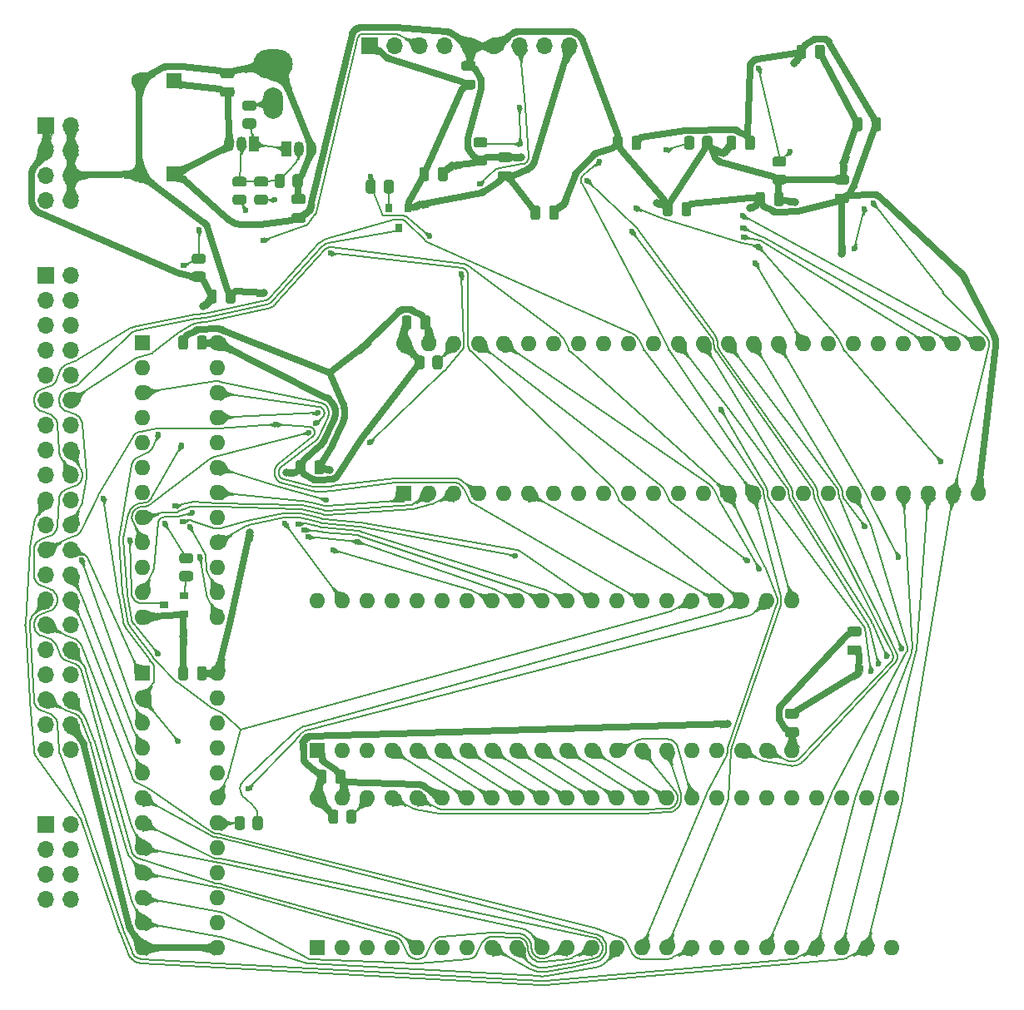
<source format=gbr>
%TF.GenerationSoftware,KiCad,Pcbnew,(5.1.9)-1*%
%TF.CreationDate,2022-02-06T01:16:42-05:00*%
%TF.ProjectId,main,6d61696e-2e6b-4696-9361-645f70636258,rev?*%
%TF.SameCoordinates,Original*%
%TF.FileFunction,Copper,L2,Bot*%
%TF.FilePolarity,Positive*%
%FSLAX46Y46*%
G04 Gerber Fmt 4.6, Leading zero omitted, Abs format (unit mm)*
G04 Created by KiCad (PCBNEW (5.1.9)-1) date 2022-02-06 01:16:42*
%MOMM*%
%LPD*%
G01*
G04 APERTURE LIST*
%TA.AperFunction,ComponentPad*%
%ADD10O,1.700000X1.700000*%
%TD*%
%TA.AperFunction,ComponentPad*%
%ADD11R,1.700000X1.700000*%
%TD*%
%TA.AperFunction,ComponentPad*%
%ADD12R,1.050000X1.500000*%
%TD*%
%TA.AperFunction,ComponentPad*%
%ADD13O,1.050000X1.500000*%
%TD*%
%TA.AperFunction,ComponentPad*%
%ADD14O,4.000000X3.000000*%
%TD*%
%TA.AperFunction,ComponentPad*%
%ADD15O,2.000000X3.200000*%
%TD*%
%TA.AperFunction,SMDPad,CuDef*%
%ADD16R,0.800000X0.900000*%
%TD*%
%TA.AperFunction,SMDPad,CuDef*%
%ADD17R,0.900000X0.800000*%
%TD*%
%TA.AperFunction,ComponentPad*%
%ADD18O,1.600000X1.600000*%
%TD*%
%TA.AperFunction,ComponentPad*%
%ADD19R,1.600000X1.600000*%
%TD*%
%TA.AperFunction,ComponentPad*%
%ADD20C,1.600000*%
%TD*%
%TA.AperFunction,ViaPad*%
%ADD21C,0.800000*%
%TD*%
%TA.AperFunction,ViaPad*%
%ADD22C,0.600000*%
%TD*%
%TA.AperFunction,Conductor*%
%ADD23C,0.700000*%
%TD*%
%TA.AperFunction,Conductor*%
%ADD24C,0.200000*%
%TD*%
%TA.AperFunction,Conductor*%
%ADD25C,0.025400*%
%TD*%
%TA.AperFunction,Conductor*%
%ADD26C,0.100000*%
%TD*%
G04 APERTURE END LIST*
%TO.P,C18,2*%
%TO.N,GND*%
%TA.AperFunction,SMDPad,CuDef*%
G36*
G01*
X41475000Y-25800000D02*
X40525000Y-25800000D01*
G75*
G02*
X40275000Y-25550000I0J250000D01*
G01*
X40275000Y-25050000D01*
G75*
G02*
X40525000Y-24800000I250000J0D01*
G01*
X41475000Y-24800000D01*
G75*
G02*
X41725000Y-25050000I0J-250000D01*
G01*
X41725000Y-25550000D01*
G75*
G02*
X41475000Y-25800000I-250000J0D01*
G01*
G37*
%TD.AperFunction*%
%TO.P,C18,1*%
%TO.N,+5V*%
%TA.AperFunction,SMDPad,CuDef*%
G36*
G01*
X41475000Y-27700000D02*
X40525000Y-27700000D01*
G75*
G02*
X40275000Y-27450000I0J250000D01*
G01*
X40275000Y-26950000D01*
G75*
G02*
X40525000Y-26700000I250000J0D01*
G01*
X41475000Y-26700000D01*
G75*
G02*
X41725000Y-26950000I0J-250000D01*
G01*
X41725000Y-27450000D01*
G75*
G02*
X41475000Y-27700000I-250000J0D01*
G01*
G37*
%TD.AperFunction*%
%TD*%
D10*
%TO.P,J4,9*%
%TO.N,GND*%
X75820000Y-22500000D03*
%TO.P,J4,8*%
%TO.N,/LPBU*%
X73280000Y-22500000D03*
%TO.P,J4,7*%
%TO.N,/LPU*%
X70740000Y-22500000D03*
%TO.P,J4,6*%
%TO.N,+5V*%
X68200000Y-22500000D03*
%TO.P,J4,5*%
X65660000Y-22500000D03*
%TO.P,J4,4*%
%TO.N,/HSB*%
X63120000Y-22500000D03*
%TO.P,J4,3*%
%TO.N,/VSB*%
X60580000Y-22500000D03*
%TO.P,J4,2*%
%TO.N,/NIMAGE*%
X58040000Y-22500000D03*
D11*
%TO.P,J4,1*%
%TO.N,GND*%
X55500000Y-22500000D03*
%TD*%
%TO.P,R7,2*%
%TO.N,/NOU*%
%TA.AperFunction,SMDPad,CuDef*%
G36*
G01*
X42799999Y-29900000D02*
X43700001Y-29900000D01*
G75*
G02*
X43950000Y-30149999I0J-249999D01*
G01*
X43950000Y-30675001D01*
G75*
G02*
X43700001Y-30925000I-249999J0D01*
G01*
X42799999Y-30925000D01*
G75*
G02*
X42550000Y-30675001I0J249999D01*
G01*
X42550000Y-30149999D01*
G75*
G02*
X42799999Y-29900000I249999J0D01*
G01*
G37*
%TD.AperFunction*%
%TO.P,R7,1*%
%TO.N,/NOUT*%
%TA.AperFunction,SMDPad,CuDef*%
G36*
G01*
X42799999Y-28075000D02*
X43700001Y-28075000D01*
G75*
G02*
X43950000Y-28324999I0J-249999D01*
G01*
X43950000Y-28850001D01*
G75*
G02*
X43700001Y-29100000I-249999J0D01*
G01*
X42799999Y-29100000D01*
G75*
G02*
X42550000Y-28850001I0J249999D01*
G01*
X42550000Y-28324999D01*
G75*
G02*
X42799999Y-28075000I249999J0D01*
G01*
G37*
%TD.AperFunction*%
%TD*%
D12*
%TO.P,Q3,1*%
%TO.N,/NOU*%
X47000000Y-33000000D03*
D13*
%TO.P,Q3,3*%
%TO.N,GND*%
X49540000Y-33000000D03*
%TO.P,Q3,2*%
%TO.N,/NVDC*%
X48270000Y-33000000D03*
%TD*%
D14*
%TO.P,J3,2*%
%TO.N,GND*%
X45650000Y-24400000D03*
D15*
%TO.P,J3,1*%
%TO.N,/NOUT*%
X45650000Y-28300000D03*
%TD*%
%TO.P,R11,2*%
%TO.N,VS*%
%TA.AperFunction,SMDPad,CuDef*%
G36*
G01*
X56115000Y-36379999D02*
X56115000Y-37280001D01*
G75*
G02*
X55865001Y-37530000I-249999J0D01*
G01*
X55339999Y-37530000D01*
G75*
G02*
X55090000Y-37280001I0J249999D01*
G01*
X55090000Y-36379999D01*
G75*
G02*
X55339999Y-36130000I249999J0D01*
G01*
X55865001Y-36130000D01*
G75*
G02*
X56115000Y-36379999I0J-249999D01*
G01*
G37*
%TD.AperFunction*%
%TO.P,R11,1*%
%TO.N,/VSR*%
%TA.AperFunction,SMDPad,CuDef*%
G36*
G01*
X57940000Y-36379999D02*
X57940000Y-37280001D01*
G75*
G02*
X57690001Y-37530000I-249999J0D01*
G01*
X57164999Y-37530000D01*
G75*
G02*
X56915000Y-37280001I0J249999D01*
G01*
X56915000Y-36379999D01*
G75*
G02*
X57164999Y-36130000I249999J0D01*
G01*
X57690001Y-36130000D01*
G75*
G02*
X57940000Y-36379999I0J-249999D01*
G01*
G37*
%TD.AperFunction*%
%TD*%
%TO.P,R8,2*%
%TO.N,/IUU*%
%TA.AperFunction,SMDPad,CuDef*%
G36*
G01*
X37280001Y-75165000D02*
X36379999Y-75165000D01*
G75*
G02*
X36130000Y-74915001I0J249999D01*
G01*
X36130000Y-74389999D01*
G75*
G02*
X36379999Y-74140000I249999J0D01*
G01*
X37280001Y-74140000D01*
G75*
G02*
X37530000Y-74389999I0J-249999D01*
G01*
X37530000Y-74915001D01*
G75*
G02*
X37280001Y-75165000I-249999J0D01*
G01*
G37*
%TD.AperFunction*%
%TO.P,R8,1*%
%TO.N,/IUR*%
%TA.AperFunction,SMDPad,CuDef*%
G36*
G01*
X37280001Y-76990000D02*
X36379999Y-76990000D01*
G75*
G02*
X36130000Y-76740001I0J249999D01*
G01*
X36130000Y-76214999D01*
G75*
G02*
X36379999Y-75965000I249999J0D01*
G01*
X37280001Y-75965000D01*
G75*
G02*
X37530000Y-76214999I0J-249999D01*
G01*
X37530000Y-76740001D01*
G75*
G02*
X37280001Y-76990000I-249999J0D01*
G01*
G37*
%TD.AperFunction*%
%TD*%
%TO.P,R3,2*%
%TO.N,/OMCS*%
%TA.AperFunction,SMDPad,CuDef*%
G36*
G01*
X42780000Y-101149999D02*
X42780000Y-102050001D01*
G75*
G02*
X42530001Y-102300000I-249999J0D01*
G01*
X42004999Y-102300000D01*
G75*
G02*
X41755000Y-102050001I0J249999D01*
G01*
X41755000Y-101149999D01*
G75*
G02*
X42004999Y-100900000I249999J0D01*
G01*
X42530001Y-100900000D01*
G75*
G02*
X42780000Y-101149999I0J-249999D01*
G01*
G37*
%TD.AperFunction*%
%TO.P,R3,1*%
%TO.N,MC6845E*%
%TA.AperFunction,SMDPad,CuDef*%
G36*
G01*
X44605000Y-101149999D02*
X44605000Y-102050001D01*
G75*
G02*
X44355001Y-102300000I-249999J0D01*
G01*
X43829999Y-102300000D01*
G75*
G02*
X43580000Y-102050001I0J249999D01*
G01*
X43580000Y-101149999D01*
G75*
G02*
X43829999Y-100900000I249999J0D01*
G01*
X44355001Y-100900000D01*
G75*
G02*
X44605000Y-101149999I0J-249999D01*
G01*
G37*
%TD.AperFunction*%
%TD*%
D16*
%TO.P,Q4,3*%
%TO.N,~INT~*%
X58420000Y-41005000D03*
%TO.P,Q4,2*%
%TO.N,GND*%
X59370000Y-39005000D03*
%TO.P,Q4,1*%
%TO.N,/VSR*%
X57470000Y-39005000D03*
%TD*%
D17*
%TO.P,Q2,3*%
%TO.N,~INUSE~*%
X34560000Y-79375000D03*
%TO.P,Q2,2*%
%TO.N,GND*%
X36560000Y-80325000D03*
%TO.P,Q2,1*%
%TO.N,/IUR*%
X36560000Y-78425000D03*
%TD*%
%TO.P,C17,2*%
%TO.N,GND*%
%TA.AperFunction,SMDPad,CuDef*%
G36*
G01*
X48735000Y-38605000D02*
X47785000Y-38605000D01*
G75*
G02*
X47535000Y-38355000I0J250000D01*
G01*
X47535000Y-37855000D01*
G75*
G02*
X47785000Y-37605000I250000J0D01*
G01*
X48735000Y-37605000D01*
G75*
G02*
X48985000Y-37855000I0J-250000D01*
G01*
X48985000Y-38355000D01*
G75*
G02*
X48735000Y-38605000I-250000J0D01*
G01*
G37*
%TD.AperFunction*%
%TO.P,C17,1*%
%TO.N,+5V*%
%TA.AperFunction,SMDPad,CuDef*%
G36*
G01*
X48735000Y-40505000D02*
X47785000Y-40505000D01*
G75*
G02*
X47535000Y-40255000I0J250000D01*
G01*
X47535000Y-39755000D01*
G75*
G02*
X47785000Y-39505000I250000J0D01*
G01*
X48735000Y-39505000D01*
G75*
G02*
X48985000Y-39755000I0J-250000D01*
G01*
X48985000Y-40255000D01*
G75*
G02*
X48735000Y-40505000I-250000J0D01*
G01*
G37*
%TD.AperFunction*%
%TD*%
%TO.P,C16,2*%
%TO.N,GND*%
%TA.AperFunction,SMDPad,CuDef*%
G36*
G01*
X87191000Y-39591000D02*
X87191000Y-38641000D01*
G75*
G02*
X87441000Y-38391000I250000J0D01*
G01*
X87941000Y-38391000D01*
G75*
G02*
X88191000Y-38641000I0J-250000D01*
G01*
X88191000Y-39591000D01*
G75*
G02*
X87941000Y-39841000I-250000J0D01*
G01*
X87441000Y-39841000D01*
G75*
G02*
X87191000Y-39591000I0J250000D01*
G01*
G37*
%TD.AperFunction*%
%TO.P,C16,1*%
%TO.N,+5V*%
%TA.AperFunction,SMDPad,CuDef*%
G36*
G01*
X85291000Y-39591000D02*
X85291000Y-38641000D01*
G75*
G02*
X85541000Y-38391000I250000J0D01*
G01*
X86041000Y-38391000D01*
G75*
G02*
X86291000Y-38641000I0J-250000D01*
G01*
X86291000Y-39591000D01*
G75*
G02*
X86041000Y-39841000I-250000J0D01*
G01*
X85541000Y-39841000D01*
G75*
G02*
X85291000Y-39591000I0J250000D01*
G01*
G37*
%TD.AperFunction*%
%TD*%
%TO.P,C15,2*%
%TO.N,GND*%
%TA.AperFunction,SMDPad,CuDef*%
G36*
G01*
X40836000Y-48481000D02*
X40836000Y-47531000D01*
G75*
G02*
X41086000Y-47281000I250000J0D01*
G01*
X41586000Y-47281000D01*
G75*
G02*
X41836000Y-47531000I0J-250000D01*
G01*
X41836000Y-48481000D01*
G75*
G02*
X41586000Y-48731000I-250000J0D01*
G01*
X41086000Y-48731000D01*
G75*
G02*
X40836000Y-48481000I0J250000D01*
G01*
G37*
%TD.AperFunction*%
%TO.P,C15,1*%
%TO.N,+5V*%
%TA.AperFunction,SMDPad,CuDef*%
G36*
G01*
X38936000Y-48481000D02*
X38936000Y-47531000D01*
G75*
G02*
X39186000Y-47281000I250000J0D01*
G01*
X39686000Y-47281000D01*
G75*
G02*
X39936000Y-47531000I0J-250000D01*
G01*
X39936000Y-48481000D01*
G75*
G02*
X39686000Y-48731000I-250000J0D01*
G01*
X39186000Y-48731000D01*
G75*
G02*
X38936000Y-48481000I0J250000D01*
G01*
G37*
%TD.AperFunction*%
%TD*%
%TO.P,C14,2*%
%TO.N,GND*%
%TA.AperFunction,SMDPad,CuDef*%
G36*
G01*
X99880000Y-22639000D02*
X99880000Y-23589000D01*
G75*
G02*
X99630000Y-23839000I-250000J0D01*
G01*
X99130000Y-23839000D01*
G75*
G02*
X98880000Y-23589000I0J250000D01*
G01*
X98880000Y-22639000D01*
G75*
G02*
X99130000Y-22389000I250000J0D01*
G01*
X99630000Y-22389000D01*
G75*
G02*
X99880000Y-22639000I0J-250000D01*
G01*
G37*
%TD.AperFunction*%
%TO.P,C14,1*%
%TO.N,+5V*%
%TA.AperFunction,SMDPad,CuDef*%
G36*
G01*
X101780000Y-22639000D02*
X101780000Y-23589000D01*
G75*
G02*
X101530000Y-23839000I-250000J0D01*
G01*
X101030000Y-23839000D01*
G75*
G02*
X100780000Y-23589000I0J250000D01*
G01*
X100780000Y-22639000D01*
G75*
G02*
X101030000Y-22389000I250000J0D01*
G01*
X101530000Y-22389000D01*
G75*
G02*
X101780000Y-22639000I0J-250000D01*
G01*
G37*
%TD.AperFunction*%
%TD*%
%TO.P,C13,2*%
%TO.N,GND*%
%TA.AperFunction,SMDPad,CuDef*%
G36*
G01*
X68775000Y-35250000D02*
X69725000Y-35250000D01*
G75*
G02*
X69975000Y-35500000I0J-250000D01*
G01*
X69975000Y-36000000D01*
G75*
G02*
X69725000Y-36250000I-250000J0D01*
G01*
X68775000Y-36250000D01*
G75*
G02*
X68525000Y-36000000I0J250000D01*
G01*
X68525000Y-35500000D01*
G75*
G02*
X68775000Y-35250000I250000J0D01*
G01*
G37*
%TD.AperFunction*%
%TO.P,C13,1*%
%TO.N,+5V*%
%TA.AperFunction,SMDPad,CuDef*%
G36*
G01*
X68775000Y-33350000D02*
X69725000Y-33350000D01*
G75*
G02*
X69975000Y-33600000I0J-250000D01*
G01*
X69975000Y-34100000D01*
G75*
G02*
X69725000Y-34350000I-250000J0D01*
G01*
X68775000Y-34350000D01*
G75*
G02*
X68525000Y-34100000I0J250000D01*
G01*
X68525000Y-33600000D01*
G75*
G02*
X68775000Y-33350000I250000J0D01*
G01*
G37*
%TD.AperFunction*%
%TD*%
%TO.P,C12,2*%
%TO.N,GND*%
%TA.AperFunction,SMDPad,CuDef*%
G36*
G01*
X103030000Y-37534000D02*
X103980000Y-37534000D01*
G75*
G02*
X104230000Y-37784000I0J-250000D01*
G01*
X104230000Y-38284000D01*
G75*
G02*
X103980000Y-38534000I-250000J0D01*
G01*
X103030000Y-38534000D01*
G75*
G02*
X102780000Y-38284000I0J250000D01*
G01*
X102780000Y-37784000D01*
G75*
G02*
X103030000Y-37534000I250000J0D01*
G01*
G37*
%TD.AperFunction*%
%TO.P,C12,1*%
%TO.N,+5V*%
%TA.AperFunction,SMDPad,CuDef*%
G36*
G01*
X103030000Y-35634000D02*
X103980000Y-35634000D01*
G75*
G02*
X104230000Y-35884000I0J-250000D01*
G01*
X104230000Y-36384000D01*
G75*
G02*
X103980000Y-36634000I-250000J0D01*
G01*
X103030000Y-36634000D01*
G75*
G02*
X102780000Y-36384000I0J250000D01*
G01*
X102780000Y-35884000D01*
G75*
G02*
X103030000Y-35634000I250000J0D01*
G01*
G37*
%TD.AperFunction*%
%TD*%
%TO.P,C11,2*%
%TO.N,GND*%
%TA.AperFunction,SMDPad,CuDef*%
G36*
G01*
X93668000Y-32860000D02*
X93668000Y-31910000D01*
G75*
G02*
X93918000Y-31660000I250000J0D01*
G01*
X94418000Y-31660000D01*
G75*
G02*
X94668000Y-31910000I0J-250000D01*
G01*
X94668000Y-32860000D01*
G75*
G02*
X94418000Y-33110000I-250000J0D01*
G01*
X93918000Y-33110000D01*
G75*
G02*
X93668000Y-32860000I0J250000D01*
G01*
G37*
%TD.AperFunction*%
%TO.P,C11,1*%
%TO.N,+5V*%
%TA.AperFunction,SMDPad,CuDef*%
G36*
G01*
X91768000Y-32860000D02*
X91768000Y-31910000D01*
G75*
G02*
X92018000Y-31660000I250000J0D01*
G01*
X92518000Y-31660000D01*
G75*
G02*
X92768000Y-31910000I0J-250000D01*
G01*
X92768000Y-32860000D01*
G75*
G02*
X92518000Y-33110000I-250000J0D01*
G01*
X92018000Y-33110000D01*
G75*
G02*
X91768000Y-32860000I0J250000D01*
G01*
G37*
%TD.AperFunction*%
%TD*%
%TO.P,C10,2*%
%TO.N,GND*%
%TA.AperFunction,SMDPad,CuDef*%
G36*
G01*
X82111000Y-32860000D02*
X82111000Y-31910000D01*
G75*
G02*
X82361000Y-31660000I250000J0D01*
G01*
X82861000Y-31660000D01*
G75*
G02*
X83111000Y-31910000I0J-250000D01*
G01*
X83111000Y-32860000D01*
G75*
G02*
X82861000Y-33110000I-250000J0D01*
G01*
X82361000Y-33110000D01*
G75*
G02*
X82111000Y-32860000I0J250000D01*
G01*
G37*
%TD.AperFunction*%
%TO.P,C10,1*%
%TO.N,+5V*%
%TA.AperFunction,SMDPad,CuDef*%
G36*
G01*
X80211000Y-32860000D02*
X80211000Y-31910000D01*
G75*
G02*
X80461000Y-31660000I250000J0D01*
G01*
X80961000Y-31660000D01*
G75*
G02*
X81211000Y-31910000I0J-250000D01*
G01*
X81211000Y-32860000D01*
G75*
G02*
X80961000Y-33110000I-250000J0D01*
G01*
X80461000Y-33110000D01*
G75*
G02*
X80211000Y-32860000I0J250000D01*
G01*
G37*
%TD.AperFunction*%
%TD*%
%TO.P,C9,2*%
%TO.N,GND*%
%TA.AperFunction,SMDPad,CuDef*%
G36*
G01*
X72829000Y-39010000D02*
X72829000Y-39960000D01*
G75*
G02*
X72579000Y-40210000I-250000J0D01*
G01*
X72079000Y-40210000D01*
G75*
G02*
X71829000Y-39960000I0J250000D01*
G01*
X71829000Y-39010000D01*
G75*
G02*
X72079000Y-38760000I250000J0D01*
G01*
X72579000Y-38760000D01*
G75*
G02*
X72829000Y-39010000I0J-250000D01*
G01*
G37*
%TD.AperFunction*%
%TO.P,C9,1*%
%TO.N,+5V*%
%TA.AperFunction,SMDPad,CuDef*%
G36*
G01*
X74729000Y-39010000D02*
X74729000Y-39960000D01*
G75*
G02*
X74479000Y-40210000I-250000J0D01*
G01*
X73979000Y-40210000D01*
G75*
G02*
X73729000Y-39960000I0J250000D01*
G01*
X73729000Y-39010000D01*
G75*
G02*
X73979000Y-38760000I250000J0D01*
G01*
X74479000Y-38760000D01*
G75*
G02*
X74729000Y-39010000I0J-250000D01*
G01*
G37*
%TD.AperFunction*%
%TD*%
%TO.P,C8,2*%
%TO.N,GND*%
%TA.AperFunction,SMDPad,CuDef*%
G36*
G01*
X95689000Y-37625000D02*
X95689000Y-38575000D01*
G75*
G02*
X95439000Y-38825000I-250000J0D01*
G01*
X94939000Y-38825000D01*
G75*
G02*
X94689000Y-38575000I0J250000D01*
G01*
X94689000Y-37625000D01*
G75*
G02*
X94939000Y-37375000I250000J0D01*
G01*
X95439000Y-37375000D01*
G75*
G02*
X95689000Y-37625000I0J-250000D01*
G01*
G37*
%TD.AperFunction*%
%TO.P,C8,1*%
%TO.N,+5V*%
%TA.AperFunction,SMDPad,CuDef*%
G36*
G01*
X97589000Y-37625000D02*
X97589000Y-38575000D01*
G75*
G02*
X97339000Y-38825000I-250000J0D01*
G01*
X96839000Y-38825000D01*
G75*
G02*
X96589000Y-38575000I0J250000D01*
G01*
X96589000Y-37625000D01*
G75*
G02*
X96839000Y-37375000I250000J0D01*
G01*
X97339000Y-37375000D01*
G75*
G02*
X97589000Y-37625000I0J-250000D01*
G01*
G37*
%TD.AperFunction*%
%TD*%
%TO.P,C7,2*%
%TO.N,GND*%
%TA.AperFunction,SMDPad,CuDef*%
G36*
G01*
X61526000Y-35085000D02*
X61526000Y-36035000D01*
G75*
G02*
X61276000Y-36285000I-250000J0D01*
G01*
X60776000Y-36285000D01*
G75*
G02*
X60526000Y-36035000I0J250000D01*
G01*
X60526000Y-35085000D01*
G75*
G02*
X60776000Y-34835000I250000J0D01*
G01*
X61276000Y-34835000D01*
G75*
G02*
X61526000Y-35085000I0J-250000D01*
G01*
G37*
%TD.AperFunction*%
%TO.P,C7,1*%
%TO.N,+5V*%
%TA.AperFunction,SMDPad,CuDef*%
G36*
G01*
X63426000Y-35085000D02*
X63426000Y-36035000D01*
G75*
G02*
X63176000Y-36285000I-250000J0D01*
G01*
X62676000Y-36285000D01*
G75*
G02*
X62426000Y-36035000I0J250000D01*
G01*
X62426000Y-35085000D01*
G75*
G02*
X62676000Y-34835000I250000J0D01*
G01*
X63176000Y-34835000D01*
G75*
G02*
X63426000Y-35085000I0J-250000D01*
G01*
G37*
%TD.AperFunction*%
%TD*%
%TO.P,R12,2*%
%TO.N,+5V*%
%TA.AperFunction,SMDPad,CuDef*%
G36*
G01*
X96704999Y-35602500D02*
X97605001Y-35602500D01*
G75*
G02*
X97855000Y-35852499I0J-249999D01*
G01*
X97855000Y-36377501D01*
G75*
G02*
X97605001Y-36627500I-249999J0D01*
G01*
X96704999Y-36627500D01*
G75*
G02*
X96455000Y-36377501I0J249999D01*
G01*
X96455000Y-35852499D01*
G75*
G02*
X96704999Y-35602500I249999J0D01*
G01*
G37*
%TD.AperFunction*%
%TO.P,R12,1*%
%TO.N,/DIV2PU*%
%TA.AperFunction,SMDPad,CuDef*%
G36*
G01*
X96704999Y-33777500D02*
X97605001Y-33777500D01*
G75*
G02*
X97855000Y-34027499I0J-249999D01*
G01*
X97855000Y-34552501D01*
G75*
G02*
X97605001Y-34802500I-249999J0D01*
G01*
X96704999Y-34802500D01*
G75*
G02*
X96455000Y-34552501I0J249999D01*
G01*
X96455000Y-34027499D01*
G75*
G02*
X96704999Y-33777500I249999J0D01*
G01*
G37*
%TD.AperFunction*%
%TD*%
%TO.P,R9,2*%
%TO.N,/NVDC*%
%TA.AperFunction,SMDPad,CuDef*%
G36*
G01*
X46850000Y-35799999D02*
X46850000Y-36700001D01*
G75*
G02*
X46600001Y-36950000I-249999J0D01*
G01*
X46074999Y-36950000D01*
G75*
G02*
X45825000Y-36700001I0J249999D01*
G01*
X45825000Y-35799999D01*
G75*
G02*
X46074999Y-35550000I249999J0D01*
G01*
X46600001Y-35550000D01*
G75*
G02*
X46850000Y-35799999I0J-249999D01*
G01*
G37*
%TD.AperFunction*%
%TO.P,R9,1*%
%TO.N,GND*%
%TA.AperFunction,SMDPad,CuDef*%
G36*
G01*
X48675000Y-35799999D02*
X48675000Y-36700001D01*
G75*
G02*
X48425001Y-36950000I-249999J0D01*
G01*
X47899999Y-36950000D01*
G75*
G02*
X47650000Y-36700001I0J249999D01*
G01*
X47650000Y-35799999D01*
G75*
G02*
X47899999Y-35550000I249999J0D01*
G01*
X48425001Y-35550000D01*
G75*
G02*
X48675000Y-35799999I0J-249999D01*
G01*
G37*
%TD.AperFunction*%
%TD*%
%TO.P,R6,2*%
%TO.N,/NIMAGE*%
%TA.AperFunction,SMDPad,CuDef*%
G36*
G01*
X43999999Y-37650000D02*
X44900001Y-37650000D01*
G75*
G02*
X45150000Y-37899999I0J-249999D01*
G01*
X45150000Y-38425001D01*
G75*
G02*
X44900001Y-38675000I-249999J0D01*
G01*
X43999999Y-38675000D01*
G75*
G02*
X43750000Y-38425001I0J249999D01*
G01*
X43750000Y-37899999D01*
G75*
G02*
X43999999Y-37650000I249999J0D01*
G01*
G37*
%TD.AperFunction*%
%TO.P,R6,1*%
%TO.N,/NVDC*%
%TA.AperFunction,SMDPad,CuDef*%
G36*
G01*
X43999999Y-35825000D02*
X44900001Y-35825000D01*
G75*
G02*
X45150000Y-36074999I0J-249999D01*
G01*
X45150000Y-36600001D01*
G75*
G02*
X44900001Y-36850000I-249999J0D01*
G01*
X43999999Y-36850000D01*
G75*
G02*
X43750000Y-36600001I0J249999D01*
G01*
X43750000Y-36074999D01*
G75*
G02*
X43999999Y-35825000I249999J0D01*
G01*
G37*
%TD.AperFunction*%
%TD*%
%TO.P,R5,2*%
%TO.N,/NSYNC*%
%TA.AperFunction,SMDPad,CuDef*%
G36*
G01*
X41799999Y-37650000D02*
X42700001Y-37650000D01*
G75*
G02*
X42950000Y-37899999I0J-249999D01*
G01*
X42950000Y-38425001D01*
G75*
G02*
X42700001Y-38675000I-249999J0D01*
G01*
X41799999Y-38675000D01*
G75*
G02*
X41550000Y-38425001I0J249999D01*
G01*
X41550000Y-37899999D01*
G75*
G02*
X41799999Y-37650000I249999J0D01*
G01*
G37*
%TD.AperFunction*%
%TO.P,R5,1*%
%TO.N,/NVDC*%
%TA.AperFunction,SMDPad,CuDef*%
G36*
G01*
X41799999Y-35825000D02*
X42700001Y-35825000D01*
G75*
G02*
X42950000Y-36074999I0J-249999D01*
G01*
X42950000Y-36600001D01*
G75*
G02*
X42700001Y-36850000I-249999J0D01*
G01*
X41799999Y-36850000D01*
G75*
G02*
X41550000Y-36600001I0J249999D01*
G01*
X41550000Y-36074999D01*
G75*
G02*
X41799999Y-35825000I249999J0D01*
G01*
G37*
%TD.AperFunction*%
%TD*%
D12*
%TO.P,Q1,1*%
%TO.N,/NOU*%
X43750000Y-32500000D03*
D13*
%TO.P,Q1,3*%
%TO.N,+5V*%
X41210000Y-32500000D03*
%TO.P,Q1,2*%
%TO.N,/NVDC*%
X42480000Y-32500000D03*
%TD*%
%TO.P,R1,2*%
%TO.N,+5V*%
%TA.AperFunction,SMDPad,CuDef*%
G36*
G01*
X37649999Y-45485000D02*
X38550001Y-45485000D01*
G75*
G02*
X38800000Y-45734999I0J-249999D01*
G01*
X38800000Y-46260001D01*
G75*
G02*
X38550001Y-46510000I-249999J0D01*
G01*
X37649999Y-46510000D01*
G75*
G02*
X37400000Y-46260001I0J249999D01*
G01*
X37400000Y-45734999D01*
G75*
G02*
X37649999Y-45485000I249999J0D01*
G01*
G37*
%TD.AperFunction*%
%TO.P,R1,1*%
%TO.N,/CL74PU2*%
%TA.AperFunction,SMDPad,CuDef*%
G36*
G01*
X37649999Y-43660000D02*
X38550001Y-43660000D01*
G75*
G02*
X38800000Y-43909999I0J-249999D01*
G01*
X38800000Y-44435001D01*
G75*
G02*
X38550001Y-44685000I-249999J0D01*
G01*
X37649999Y-44685000D01*
G75*
G02*
X37400000Y-44435001I0J249999D01*
G01*
X37400000Y-43909999D01*
G75*
G02*
X37649999Y-43660000I249999J0D01*
G01*
G37*
%TD.AperFunction*%
%TD*%
D18*
%TO.P,U11,24*%
%TO.N,+5V*%
X40005000Y-52705000D03*
%TO.P,U11,12*%
%TO.N,GND*%
X32385000Y-80645000D03*
%TO.P,U11,23*%
%TO.N,/IUU*%
X40005000Y-55245000D03*
%TO.P,U11,11*%
%TO.N,ADR2*%
X32385000Y-78105000D03*
%TO.P,U11,22*%
%TO.N,MSK0*%
X40005000Y-57785000D03*
%TO.P,U11,10*%
%TO.N,ADR0*%
X32385000Y-75565000D03*
%TO.P,U11,21*%
%TO.N,MSK1*%
X40005000Y-60325000D03*
%TO.P,U11,9*%
%TO.N,MSK2*%
X32385000Y-73025000D03*
%TO.P,U11,20*%
%TO.N,N/C*%
X40005000Y-62865000D03*
%TO.P,U11,8*%
%TO.N,F_A11*%
X32385000Y-70485000D03*
%TO.P,U11,19*%
%TO.N,~SCMEM~*%
X40005000Y-65405000D03*
%TO.P,U11,7*%
%TO.N,F_A14*%
X32385000Y-67945000D03*
%TO.P,U11,18*%
%TO.N,~CRMEM~*%
X40005000Y-67945000D03*
%TO.P,U11,6*%
%TO.N,F_A15*%
X32385000Y-65405000D03*
%TO.P,U11,17*%
%TO.N,N/C*%
X40005000Y-70485000D03*
%TO.P,U11,5*%
%TO.N,F_A13*%
X32385000Y-62865000D03*
%TO.P,U11,16*%
%TO.N,OPT8*%
X40005000Y-73025000D03*
%TO.P,U11,4*%
%TO.N,F_A12*%
X32385000Y-60325000D03*
%TO.P,U11,15*%
%TO.N,MSK3*%
X40005000Y-75565000D03*
%TO.P,U11,3*%
%TO.N,F_A10*%
X32385000Y-57785000D03*
%TO.P,U11,14*%
%TO.N,ADR1*%
X40005000Y-78105000D03*
%TO.P,U11,2*%
%TO.N,~MEMRQ~*%
X32385000Y-55245000D03*
%TO.P,U11,13*%
%TO.N,ADR3*%
X40005000Y-80645000D03*
D19*
%TO.P,U11,1*%
%TO.N,~EXMEM~*%
X32385000Y-52705000D03*
%TD*%
D18*
%TO.P,U15,48*%
%TO.N,+5V*%
X58928000Y-52832000D03*
%TO.P,U15,24*%
%TO.N,GND*%
X117348000Y-68072000D03*
%TO.P,U15,47*%
X61468000Y-52832000D03*
%TO.P,U15,23*%
%TO.N,F_D7*%
X114808000Y-68072000D03*
%TO.P,U15,46*%
%TO.N,/CRPU*%
X64008000Y-52832000D03*
%TO.P,U15,22*%
%TO.N,F_D6*%
X112268000Y-68072000D03*
%TO.P,U15,45*%
%TO.N,/CA7*%
X66548000Y-52832000D03*
%TO.P,U15,21*%
%TO.N,F_D5*%
X109728000Y-68072000D03*
%TO.P,U15,44*%
%TO.N,/CA6*%
X69088000Y-52832000D03*
%TO.P,U15,20*%
%TO.N,F_D4*%
X107188000Y-68072000D03*
%TO.P,U15,43*%
%TO.N,GND*%
X71628000Y-52832000D03*
%TO.P,U15,19*%
%TO.N,F_D3*%
X104648000Y-68072000D03*
%TO.P,U15,42*%
%TO.N,/RA0*%
X74168000Y-52832000D03*
%TO.P,U15,18*%
%TO.N,F_D2*%
X102108000Y-68072000D03*
%TO.P,U15,41*%
%TO.N,/RA1*%
X76708000Y-52832000D03*
%TO.P,U15,17*%
%TO.N,F_D1*%
X99568000Y-68072000D03*
%TO.P,U15,40*%
%TO.N,/RA2*%
X79248000Y-52832000D03*
%TO.P,U15,16*%
%TO.N,F_D0*%
X97028000Y-68072000D03*
%TO.P,U15,39*%
%TO.N,/RA3*%
X81788000Y-52832000D03*
%TO.P,U15,15*%
%TO.N,F_A9*%
X94488000Y-68072000D03*
%TO.P,U15,38*%
%TO.N,/CA0*%
X84328000Y-52832000D03*
%TO.P,U15,14*%
%TO.N,F_A8*%
X91948000Y-68072000D03*
%TO.P,U15,37*%
%TO.N,/CA1*%
X86868000Y-52832000D03*
%TO.P,U15,13*%
%TO.N,F_A7*%
X89408000Y-68072000D03*
%TO.P,U15,36*%
%TO.N,/CA2*%
X89408000Y-52832000D03*
%TO.P,U15,12*%
%TO.N,F_A6*%
X86868000Y-68072000D03*
%TO.P,U15,35*%
%TO.N,/CA3*%
X91948000Y-52832000D03*
%TO.P,U15,11*%
%TO.N,F_A5*%
X84328000Y-68072000D03*
%TO.P,U15,34*%
%TO.N,/CA4*%
X94488000Y-52832000D03*
%TO.P,U15,10*%
%TO.N,F_A4*%
X81788000Y-68072000D03*
%TO.P,U15,33*%
%TO.N,/CA5*%
X97028000Y-52832000D03*
%TO.P,U15,9*%
%TO.N,F_A3*%
X79248000Y-68072000D03*
%TO.P,U15,32*%
%TO.N,/CD7*%
X99568000Y-52832000D03*
%TO.P,U15,8*%
%TO.N,F_A2*%
X76708000Y-68072000D03*
%TO.P,U15,31*%
%TO.N,/CD6*%
X102108000Y-52832000D03*
%TO.P,U15,7*%
%TO.N,F_A1*%
X74168000Y-68072000D03*
%TO.P,U15,30*%
%TO.N,/CD5*%
X104648000Y-52832000D03*
%TO.P,U15,6*%
%TO.N,F_A0*%
X71628000Y-68072000D03*
%TO.P,U15,29*%
%TO.N,/CD4*%
X107188000Y-52832000D03*
%TO.P,U15,5*%
%TO.N,~F_RD~*%
X69088000Y-68072000D03*
%TO.P,U15,28*%
%TO.N,/CD3*%
X109728000Y-52832000D03*
%TO.P,U15,4*%
%TO.N,F_A10*%
X66548000Y-68072000D03*
%TO.P,U15,27*%
%TO.N,/CD2*%
X112268000Y-52832000D03*
%TO.P,U15,3*%
%TO.N,F_A11*%
X64008000Y-68072000D03*
%TO.P,U15,26*%
%TO.N,/CD1*%
X114808000Y-52832000D03*
%TO.P,U15,2*%
%TO.N,~F_WR~*%
X61468000Y-68072000D03*
%TO.P,U15,25*%
%TO.N,/CD0*%
X117348000Y-52832000D03*
D19*
%TO.P,U15,1*%
%TO.N,~CRMEM~*%
X58928000Y-68072000D03*
%TD*%
D18*
%TO.P,U9,40*%
%TO.N,VS*%
X50165000Y-78960700D03*
%TO.P,U9,20*%
%TO.N,+5V*%
X98425000Y-94200700D03*
%TO.P,U9,39*%
%TO.N,HS*%
X52705000Y-78960700D03*
%TO.P,U9,19*%
%TO.N,/CURSU*%
X95885000Y-94200700D03*
%TO.P,U9,38*%
%TO.N,/RA0*%
X55245000Y-78960700D03*
%TO.P,U9,18*%
%TO.N,/DEU*%
X93345000Y-94200700D03*
%TO.P,U9,37*%
%TO.N,/RA1*%
X57785000Y-78960700D03*
%TO.P,U9,17*%
%TO.N,N/C*%
X90805000Y-94200700D03*
%TO.P,U9,36*%
%TO.N,/RA2*%
X60325000Y-78960700D03*
%TO.P,U9,16*%
%TO.N,N/C*%
X88265000Y-94200700D03*
%TO.P,U9,35*%
%TO.N,/RA3*%
X62865000Y-78960700D03*
%TO.P,U9,15*%
%TO.N,/MA11*%
X85725000Y-94200700D03*
%TO.P,U9,34*%
%TO.N,N/C*%
X65405000Y-78960700D03*
%TO.P,U9,14*%
%TO.N,/MA10*%
X83185000Y-94200700D03*
%TO.P,U9,33*%
%TO.N,F_D0*%
X67945000Y-78960700D03*
%TO.P,U9,13*%
%TO.N,/MA9*%
X80645000Y-94200700D03*
%TO.P,U9,32*%
%TO.N,F_D1*%
X70485000Y-78960700D03*
%TO.P,U9,12*%
%TO.N,/MA8*%
X78105000Y-94200700D03*
%TO.P,U9,31*%
%TO.N,F_D2*%
X73025000Y-78960700D03*
%TO.P,U9,11*%
%TO.N,/MA7*%
X75565000Y-94200700D03*
%TO.P,U9,30*%
%TO.N,F_D3*%
X75565000Y-78960700D03*
%TO.P,U9,10*%
%TO.N,/MA6*%
X73025000Y-94200700D03*
%TO.P,U9,29*%
%TO.N,F_D4*%
X78105000Y-78960700D03*
%TO.P,U9,9*%
%TO.N,/MA5*%
X70485000Y-94200700D03*
%TO.P,U9,28*%
%TO.N,F_D5*%
X80645000Y-78960700D03*
%TO.P,U9,8*%
%TO.N,/MA4*%
X67945000Y-94200700D03*
%TO.P,U9,27*%
%TO.N,F_D6*%
X83185000Y-78960700D03*
%TO.P,U9,7*%
%TO.N,/MA3*%
X65405000Y-94200700D03*
%TO.P,U9,26*%
%TO.N,F_D7*%
X85725000Y-78960700D03*
%TO.P,U9,6*%
%TO.N,/MA2*%
X62865000Y-94200700D03*
%TO.P,U9,25*%
%TO.N,~MC6845CS~*%
X88265000Y-78960700D03*
%TO.P,U9,5*%
%TO.N,/MA1*%
X60325000Y-94200700D03*
%TO.P,U9,24*%
%TO.N,F_A0*%
X90805000Y-78960700D03*
%TO.P,U9,4*%
%TO.N,/MA0*%
X57785000Y-94200700D03*
%TO.P,U9,23*%
%TO.N,MC6845E*%
X93345000Y-78960700D03*
%TO.P,U9,3*%
%TO.N,LIGHTPEN*%
X55245000Y-94200700D03*
%TO.P,U9,22*%
%TO.N,~F_OUT~*%
X95885000Y-78960700D03*
%TO.P,U9,2*%
%TO.N,~SYSRES~*%
X52705000Y-94200700D03*
%TO.P,U9,21*%
%TO.N,CRTCCLOCK*%
X98425000Y-78960700D03*
D19*
%TO.P,U9,1*%
%TO.N,GND*%
X50165000Y-94200700D03*
%TD*%
D18*
%TO.P,U8,48*%
%TO.N,+5V*%
X50165000Y-99060000D03*
%TO.P,U8,24*%
%TO.N,GND*%
X108585000Y-114300000D03*
%TO.P,U8,47*%
X52705000Y-99060000D03*
%TO.P,U8,23*%
%TO.N,F_D7*%
X106045000Y-114300000D03*
%TO.P,U8,46*%
%TO.N,/SRPU*%
X55245000Y-99060000D03*
%TO.P,U8,22*%
%TO.N,F_D6*%
X103505000Y-114300000D03*
%TO.P,U8,45*%
%TO.N,/MA11*%
X57785000Y-99060000D03*
%TO.P,U8,21*%
%TO.N,F_D5*%
X100965000Y-114300000D03*
%TO.P,U8,44*%
%TO.N,/MA10*%
X60325000Y-99060000D03*
%TO.P,U8,20*%
%TO.N,F_D4*%
X98425000Y-114300000D03*
%TO.P,U8,43*%
%TO.N,GND*%
X62865000Y-99060000D03*
%TO.P,U8,19*%
%TO.N,F_D3*%
X95885000Y-114300000D03*
%TO.P,U8,42*%
%TO.N,/MA0*%
X65405000Y-99060000D03*
%TO.P,U8,18*%
%TO.N,F_D2*%
X93345000Y-114300000D03*
%TO.P,U8,41*%
%TO.N,/MA1*%
X67945000Y-99060000D03*
%TO.P,U8,17*%
%TO.N,F_D1*%
X90805000Y-114300000D03*
%TO.P,U8,40*%
%TO.N,/MA2*%
X70485000Y-99060000D03*
%TO.P,U8,16*%
%TO.N,F_D0*%
X88265000Y-114300000D03*
%TO.P,U8,39*%
%TO.N,/MA3*%
X73025000Y-99060000D03*
%TO.P,U8,15*%
%TO.N,F_A9*%
X85725000Y-114300000D03*
%TO.P,U8,38*%
%TO.N,/MA4*%
X75565000Y-99060000D03*
%TO.P,U8,14*%
%TO.N,F_A8*%
X83185000Y-114300000D03*
%TO.P,U8,37*%
%TO.N,/MA5*%
X78105000Y-99060000D03*
%TO.P,U8,13*%
%TO.N,F_A7*%
X80645000Y-114300000D03*
%TO.P,U8,36*%
%TO.N,/MA6*%
X80645000Y-99060000D03*
%TO.P,U8,12*%
%TO.N,F_A6*%
X78105000Y-114300000D03*
%TO.P,U8,35*%
%TO.N,/MA7*%
X83185000Y-99060000D03*
%TO.P,U8,11*%
%TO.N,F_A5*%
X75565000Y-114300000D03*
%TO.P,U8,34*%
%TO.N,/MA8*%
X85725000Y-99060000D03*
%TO.P,U8,10*%
%TO.N,F_A4*%
X73025000Y-114300000D03*
%TO.P,U8,33*%
%TO.N,/MA9*%
X88265000Y-99060000D03*
%TO.P,U8,9*%
%TO.N,F_A3*%
X70485000Y-114300000D03*
%TO.P,U8,32*%
%TO.N,/SD7*%
X90805000Y-99060000D03*
%TO.P,U8,8*%
%TO.N,F_A2*%
X67945000Y-114300000D03*
%TO.P,U8,31*%
%TO.N,/SD6*%
X93345000Y-99060000D03*
%TO.P,U8,7*%
%TO.N,F_A1*%
X65405000Y-114300000D03*
%TO.P,U8,30*%
%TO.N,/SD5*%
X95885000Y-99060000D03*
%TO.P,U8,6*%
%TO.N,F_A0*%
X62865000Y-114300000D03*
%TO.P,U8,29*%
%TO.N,/SD4*%
X98425000Y-99060000D03*
%TO.P,U8,5*%
%TO.N,~F_RD~*%
X60325000Y-114300000D03*
%TO.P,U8,28*%
%TO.N,/SD3*%
X100965000Y-99060000D03*
%TO.P,U8,4*%
%TO.N,F_A10*%
X57785000Y-114300000D03*
%TO.P,U8,27*%
%TO.N,/SD2*%
X103505000Y-99060000D03*
%TO.P,U8,3*%
%TO.N,F_A11*%
X55245000Y-114300000D03*
%TO.P,U8,26*%
%TO.N,/SD1*%
X106045000Y-99060000D03*
%TO.P,U8,2*%
%TO.N,~F_WR~*%
X52705000Y-114300000D03*
%TO.P,U8,25*%
%TO.N,/SD0*%
X108585000Y-99060000D03*
D19*
%TO.P,U8,1*%
%TO.N,~SCMEM~*%
X50165000Y-114300000D03*
%TD*%
%TO.P,R13,2*%
%TO.N,+5V*%
%TA.AperFunction,SMDPad,CuDef*%
G36*
G01*
X66299999Y-33650000D02*
X67200001Y-33650000D01*
G75*
G02*
X67450000Y-33899999I0J-249999D01*
G01*
X67450000Y-34425001D01*
G75*
G02*
X67200001Y-34675000I-249999J0D01*
G01*
X66299999Y-34675000D01*
G75*
G02*
X66050000Y-34425001I0J249999D01*
G01*
X66050000Y-33899999D01*
G75*
G02*
X66299999Y-33650000I249999J0D01*
G01*
G37*
%TD.AperFunction*%
%TO.P,R13,1*%
%TO.N,74_PULL*%
%TA.AperFunction,SMDPad,CuDef*%
G36*
G01*
X66299999Y-31825000D02*
X67200001Y-31825000D01*
G75*
G02*
X67450000Y-32074999I0J-249999D01*
G01*
X67450000Y-32600001D01*
G75*
G02*
X67200001Y-32850000I-249999J0D01*
G01*
X66299999Y-32850000D01*
G75*
G02*
X66050000Y-32600001I0J249999D01*
G01*
X66050000Y-32074999D01*
G75*
G02*
X66299999Y-31825000I249999J0D01*
G01*
G37*
%TD.AperFunction*%
%TD*%
%TO.P,R10,2*%
%TO.N,+5V*%
%TA.AperFunction,SMDPad,CuDef*%
G36*
G01*
X61068000Y-54286999D02*
X61068000Y-55187001D01*
G75*
G02*
X60818001Y-55437000I-249999J0D01*
G01*
X60292999Y-55437000D01*
G75*
G02*
X60043000Y-55187001I0J249999D01*
G01*
X60043000Y-54286999D01*
G75*
G02*
X60292999Y-54037000I249999J0D01*
G01*
X60818001Y-54037000D01*
G75*
G02*
X61068000Y-54286999I0J-249999D01*
G01*
G37*
%TD.AperFunction*%
%TO.P,R10,1*%
%TO.N,/CRPU*%
%TA.AperFunction,SMDPad,CuDef*%
G36*
G01*
X62893000Y-54286999D02*
X62893000Y-55187001D01*
G75*
G02*
X62643001Y-55437000I-249999J0D01*
G01*
X62117999Y-55437000D01*
G75*
G02*
X61868000Y-55187001I0J249999D01*
G01*
X61868000Y-54286999D01*
G75*
G02*
X62117999Y-54037000I249999J0D01*
G01*
X62643001Y-54037000D01*
G75*
G02*
X62893000Y-54286999I0J-249999D01*
G01*
G37*
%TD.AperFunction*%
%TD*%
%TO.P,R4,2*%
%TO.N,+5V*%
%TA.AperFunction,SMDPad,CuDef*%
G36*
G01*
X89300000Y-32835001D02*
X89300000Y-31934999D01*
G75*
G02*
X89549999Y-31685000I249999J0D01*
G01*
X90075001Y-31685000D01*
G75*
G02*
X90325000Y-31934999I0J-249999D01*
G01*
X90325000Y-32835001D01*
G75*
G02*
X90075001Y-33085000I-249999J0D01*
G01*
X89549999Y-33085000D01*
G75*
G02*
X89300000Y-32835001I0J249999D01*
G01*
G37*
%TD.AperFunction*%
%TO.P,R4,1*%
%TO.N,/DIV1PU*%
%TA.AperFunction,SMDPad,CuDef*%
G36*
G01*
X87475000Y-32835001D02*
X87475000Y-31934999D01*
G75*
G02*
X87724999Y-31685000I249999J0D01*
G01*
X88250001Y-31685000D01*
G75*
G02*
X88500000Y-31934999I0J-249999D01*
G01*
X88500000Y-32835001D01*
G75*
G02*
X88250001Y-33085000I-249999J0D01*
G01*
X87724999Y-33085000D01*
G75*
G02*
X87475000Y-32835001I0J249999D01*
G01*
G37*
%TD.AperFunction*%
%TD*%
%TO.P,R2,2*%
%TO.N,/SRPU*%
%TA.AperFunction,SMDPad,CuDef*%
G36*
G01*
X53105000Y-101415001D02*
X53105000Y-100514999D01*
G75*
G02*
X53354999Y-100265000I249999J0D01*
G01*
X53880001Y-100265000D01*
G75*
G02*
X54130000Y-100514999I0J-249999D01*
G01*
X54130000Y-101415001D01*
G75*
G02*
X53880001Y-101665000I-249999J0D01*
G01*
X53354999Y-101665000D01*
G75*
G02*
X53105000Y-101415001I0J249999D01*
G01*
G37*
%TD.AperFunction*%
%TO.P,R2,1*%
%TO.N,+5V*%
%TA.AperFunction,SMDPad,CuDef*%
G36*
G01*
X51280000Y-101415001D02*
X51280000Y-100514999D01*
G75*
G02*
X51529999Y-100265000I249999J0D01*
G01*
X52055001Y-100265000D01*
G75*
G02*
X52305000Y-100514999I0J-249999D01*
G01*
X52305000Y-101415001D01*
G75*
G02*
X52055001Y-101665000I-249999J0D01*
G01*
X51529999Y-101665000D01*
G75*
G02*
X51280000Y-101415001I0J249999D01*
G01*
G37*
%TD.AperFunction*%
%TD*%
%TO.P,C22,2*%
%TO.N,GND*%
%TA.AperFunction,SMDPad,CuDef*%
G36*
G01*
X106495000Y-30955000D02*
X106495000Y-30005000D01*
G75*
G02*
X106745000Y-29755000I250000J0D01*
G01*
X107245000Y-29755000D01*
G75*
G02*
X107495000Y-30005000I0J-250000D01*
G01*
X107495000Y-30955000D01*
G75*
G02*
X107245000Y-31205000I-250000J0D01*
G01*
X106745000Y-31205000D01*
G75*
G02*
X106495000Y-30955000I0J250000D01*
G01*
G37*
%TD.AperFunction*%
%TO.P,C22,1*%
%TO.N,+5V*%
%TA.AperFunction,SMDPad,CuDef*%
G36*
G01*
X104595000Y-30955000D02*
X104595000Y-30005000D01*
G75*
G02*
X104845000Y-29755000I250000J0D01*
G01*
X105345000Y-29755000D01*
G75*
G02*
X105595000Y-30005000I0J-250000D01*
G01*
X105595000Y-30955000D01*
G75*
G02*
X105345000Y-31205000I-250000J0D01*
G01*
X104845000Y-31205000D01*
G75*
G02*
X104595000Y-30955000I0J250000D01*
G01*
G37*
%TD.AperFunction*%
%TD*%
%TO.P,C21,2*%
%TO.N,GND*%
%TA.AperFunction,SMDPad,CuDef*%
G36*
G01*
X37015000Y-52230000D02*
X37015000Y-53180000D01*
G75*
G02*
X36765000Y-53430000I-250000J0D01*
G01*
X36265000Y-53430000D01*
G75*
G02*
X36015000Y-53180000I0J250000D01*
G01*
X36015000Y-52230000D01*
G75*
G02*
X36265000Y-51980000I250000J0D01*
G01*
X36765000Y-51980000D01*
G75*
G02*
X37015000Y-52230000I0J-250000D01*
G01*
G37*
%TD.AperFunction*%
%TO.P,C21,1*%
%TO.N,+5V*%
%TA.AperFunction,SMDPad,CuDef*%
G36*
G01*
X38915000Y-52230000D02*
X38915000Y-53180000D01*
G75*
G02*
X38665000Y-53430000I-250000J0D01*
G01*
X38165000Y-53430000D01*
G75*
G02*
X37915000Y-53180000I0J250000D01*
G01*
X37915000Y-52230000D01*
G75*
G02*
X38165000Y-51980000I250000J0D01*
G01*
X38665000Y-51980000D01*
G75*
G02*
X38915000Y-52230000I0J-250000D01*
G01*
G37*
%TD.AperFunction*%
%TD*%
%TO.P,C19,2*%
%TO.N,GND*%
%TA.AperFunction,SMDPad,CuDef*%
G36*
G01*
X65057000Y-25950000D02*
X66007000Y-25950000D01*
G75*
G02*
X66257000Y-26200000I0J-250000D01*
G01*
X66257000Y-26700000D01*
G75*
G02*
X66007000Y-26950000I-250000J0D01*
G01*
X65057000Y-26950000D01*
G75*
G02*
X64807000Y-26700000I0J250000D01*
G01*
X64807000Y-26200000D01*
G75*
G02*
X65057000Y-25950000I250000J0D01*
G01*
G37*
%TD.AperFunction*%
%TO.P,C19,1*%
%TO.N,+5V*%
%TA.AperFunction,SMDPad,CuDef*%
G36*
G01*
X65057000Y-24050000D02*
X66007000Y-24050000D01*
G75*
G02*
X66257000Y-24300000I0J-250000D01*
G01*
X66257000Y-24800000D01*
G75*
G02*
X66007000Y-25050000I-250000J0D01*
G01*
X65057000Y-25050000D01*
G75*
G02*
X64807000Y-24800000I0J250000D01*
G01*
X64807000Y-24300000D01*
G75*
G02*
X65057000Y-24050000I250000J0D01*
G01*
G37*
%TD.AperFunction*%
%TD*%
%TO.P,C6,2*%
%TO.N,GND*%
%TA.AperFunction,SMDPad,CuDef*%
G36*
G01*
X60648000Y-51148000D02*
X60648000Y-50198000D01*
G75*
G02*
X60898000Y-49948000I250000J0D01*
G01*
X61398000Y-49948000D01*
G75*
G02*
X61648000Y-50198000I0J-250000D01*
G01*
X61648000Y-51148000D01*
G75*
G02*
X61398000Y-51398000I-250000J0D01*
G01*
X60898000Y-51398000D01*
G75*
G02*
X60648000Y-51148000I0J250000D01*
G01*
G37*
%TD.AperFunction*%
%TO.P,C6,1*%
%TO.N,+5V*%
%TA.AperFunction,SMDPad,CuDef*%
G36*
G01*
X58748000Y-51148000D02*
X58748000Y-50198000D01*
G75*
G02*
X58998000Y-49948000I250000J0D01*
G01*
X59498000Y-49948000D01*
G75*
G02*
X59748000Y-50198000I0J-250000D01*
G01*
X59748000Y-51148000D01*
G75*
G02*
X59498000Y-51398000I-250000J0D01*
G01*
X58998000Y-51398000D01*
G75*
G02*
X58748000Y-51148000I0J250000D01*
G01*
G37*
%TD.AperFunction*%
%TD*%
%TO.P,C5,2*%
%TO.N,GND*%
%TA.AperFunction,SMDPad,CuDef*%
G36*
G01*
X37015000Y-85885000D02*
X37015000Y-86835000D01*
G75*
G02*
X36765000Y-87085000I-250000J0D01*
G01*
X36265000Y-87085000D01*
G75*
G02*
X36015000Y-86835000I0J250000D01*
G01*
X36015000Y-85885000D01*
G75*
G02*
X36265000Y-85635000I250000J0D01*
G01*
X36765000Y-85635000D01*
G75*
G02*
X37015000Y-85885000I0J-250000D01*
G01*
G37*
%TD.AperFunction*%
%TO.P,C5,1*%
%TO.N,+5V*%
%TA.AperFunction,SMDPad,CuDef*%
G36*
G01*
X38915000Y-85885000D02*
X38915000Y-86835000D01*
G75*
G02*
X38665000Y-87085000I-250000J0D01*
G01*
X38165000Y-87085000D01*
G75*
G02*
X37915000Y-86835000I0J250000D01*
G01*
X37915000Y-85885000D01*
G75*
G02*
X38165000Y-85635000I250000J0D01*
G01*
X38665000Y-85635000D01*
G75*
G02*
X38915000Y-85885000I0J-250000D01*
G01*
G37*
%TD.AperFunction*%
%TD*%
%TO.P,C4,2*%
%TO.N,GND*%
%TA.AperFunction,SMDPad,CuDef*%
G36*
G01*
X49853000Y-65880000D02*
X49853000Y-64930000D01*
G75*
G02*
X50103000Y-64680000I250000J0D01*
G01*
X50603000Y-64680000D01*
G75*
G02*
X50853000Y-64930000I0J-250000D01*
G01*
X50853000Y-65880000D01*
G75*
G02*
X50603000Y-66130000I-250000J0D01*
G01*
X50103000Y-66130000D01*
G75*
G02*
X49853000Y-65880000I0J250000D01*
G01*
G37*
%TD.AperFunction*%
%TO.P,C4,1*%
%TO.N,+5V*%
%TA.AperFunction,SMDPad,CuDef*%
G36*
G01*
X47953000Y-65880000D02*
X47953000Y-64930000D01*
G75*
G02*
X48203000Y-64680000I250000J0D01*
G01*
X48703000Y-64680000D01*
G75*
G02*
X48953000Y-64930000I0J-250000D01*
G01*
X48953000Y-65880000D01*
G75*
G02*
X48703000Y-66130000I-250000J0D01*
G01*
X48203000Y-66130000D01*
G75*
G02*
X47953000Y-65880000I0J250000D01*
G01*
G37*
%TD.AperFunction*%
%TD*%
%TO.P,C3,2*%
%TO.N,GND*%
%TA.AperFunction,SMDPad,CuDef*%
G36*
G01*
X104300000Y-83508000D02*
X105250000Y-83508000D01*
G75*
G02*
X105500000Y-83758000I0J-250000D01*
G01*
X105500000Y-84258000D01*
G75*
G02*
X105250000Y-84508000I-250000J0D01*
G01*
X104300000Y-84508000D01*
G75*
G02*
X104050000Y-84258000I0J250000D01*
G01*
X104050000Y-83758000D01*
G75*
G02*
X104300000Y-83508000I250000J0D01*
G01*
G37*
%TD.AperFunction*%
%TO.P,C3,1*%
%TO.N,+5V*%
%TA.AperFunction,SMDPad,CuDef*%
G36*
G01*
X104300000Y-81608000D02*
X105250000Y-81608000D01*
G75*
G02*
X105500000Y-81858000I0J-250000D01*
G01*
X105500000Y-82358000D01*
G75*
G02*
X105250000Y-82608000I-250000J0D01*
G01*
X104300000Y-82608000D01*
G75*
G02*
X104050000Y-82358000I0J250000D01*
G01*
X104050000Y-81858000D01*
G75*
G02*
X104300000Y-81608000I250000J0D01*
G01*
G37*
%TD.AperFunction*%
%TD*%
%TO.P,C2,2*%
%TO.N,GND*%
%TA.AperFunction,SMDPad,CuDef*%
G36*
G01*
X98900000Y-90956700D02*
X97950000Y-90956700D01*
G75*
G02*
X97700000Y-90706700I0J250000D01*
G01*
X97700000Y-90206700D01*
G75*
G02*
X97950000Y-89956700I250000J0D01*
G01*
X98900000Y-89956700D01*
G75*
G02*
X99150000Y-90206700I0J-250000D01*
G01*
X99150000Y-90706700D01*
G75*
G02*
X98900000Y-90956700I-250000J0D01*
G01*
G37*
%TD.AperFunction*%
%TO.P,C2,1*%
%TO.N,+5V*%
%TA.AperFunction,SMDPad,CuDef*%
G36*
G01*
X98900000Y-92856700D02*
X97950000Y-92856700D01*
G75*
G02*
X97700000Y-92606700I0J250000D01*
G01*
X97700000Y-92106700D01*
G75*
G02*
X97950000Y-91856700I250000J0D01*
G01*
X98900000Y-91856700D01*
G75*
G02*
X99150000Y-92106700I0J-250000D01*
G01*
X99150000Y-92606700D01*
G75*
G02*
X98900000Y-92856700I-250000J0D01*
G01*
G37*
%TD.AperFunction*%
%TD*%
%TO.P,C1,2*%
%TO.N,GND*%
%TA.AperFunction,SMDPad,CuDef*%
G36*
G01*
X52012000Y-97376000D02*
X52012000Y-96426000D01*
G75*
G02*
X52262000Y-96176000I250000J0D01*
G01*
X52762000Y-96176000D01*
G75*
G02*
X53012000Y-96426000I0J-250000D01*
G01*
X53012000Y-97376000D01*
G75*
G02*
X52762000Y-97626000I-250000J0D01*
G01*
X52262000Y-97626000D01*
G75*
G02*
X52012000Y-97376000I0J250000D01*
G01*
G37*
%TD.AperFunction*%
%TO.P,C1,1*%
%TO.N,+5V*%
%TA.AperFunction,SMDPad,CuDef*%
G36*
G01*
X50112000Y-97376000D02*
X50112000Y-96426000D01*
G75*
G02*
X50362000Y-96176000I250000J0D01*
G01*
X50862000Y-96176000D01*
G75*
G02*
X51112000Y-96426000I0J-250000D01*
G01*
X51112000Y-97376000D01*
G75*
G02*
X50862000Y-97626000I-250000J0D01*
G01*
X50362000Y-97626000D01*
G75*
G02*
X50112000Y-97376000I0J250000D01*
G01*
G37*
%TD.AperFunction*%
%TD*%
D18*
%TO.P,U6,24*%
%TO.N,+5V*%
X40005000Y-86360000D03*
%TO.P,U6,12*%
%TO.N,GND*%
X32385000Y-114300000D03*
%TO.P,U6,23*%
%TO.N,OPTIONS2*%
X40005000Y-88900000D03*
%TO.P,U6,11*%
%TO.N,F_A7*%
X32385000Y-111760000D03*
%TO.P,U6,22*%
%TO.N,N/C*%
X40005000Y-91440000D03*
%TO.P,U6,10*%
%TO.N,F_A6*%
X32385000Y-109220000D03*
%TO.P,U6,21*%
%TO.N,N/C*%
X40005000Y-93980000D03*
%TO.P,U6,9*%
%TO.N,F_A5*%
X32385000Y-106680000D03*
%TO.P,U6,20*%
%TO.N,N/C*%
X40005000Y-96520000D03*
%TO.P,U6,8*%
%TO.N,F_A4*%
X32385000Y-104140000D03*
%TO.P,U6,19*%
%TO.N,~MC6845CS~*%
X40005000Y-99060000D03*
%TO.P,U6,7*%
%TO.N,F_A3*%
X32385000Y-101600000D03*
%TO.P,U6,18*%
%TO.N,/OMCS*%
X40005000Y-101600000D03*
%TO.P,U6,6*%
%TO.N,F_A2*%
X32385000Y-99060000D03*
%TO.P,U6,17*%
%TO.N,N/C*%
X40005000Y-104140000D03*
%TO.P,U6,5*%
%TO.N,F_A1*%
X32385000Y-96520000D03*
%TO.P,U6,16*%
%TO.N,N/C*%
X40005000Y-106680000D03*
%TO.P,U6,4*%
%TO.N,F_A0*%
X32385000Y-93980000D03*
%TO.P,U6,15*%
%TO.N,VIDSTAT*%
X40005000Y-109220000D03*
%TO.P,U6,3*%
%TO.N,~F_IN~*%
X32385000Y-91440000D03*
%TO.P,U6,14*%
%TO.N,OPTIONS1*%
X40005000Y-111760000D03*
%TO.P,U6,2*%
%TO.N,~F_OUT~*%
X32385000Y-88900000D03*
%TO.P,U6,13*%
%TO.N,GND*%
X40005000Y-114300000D03*
D19*
%TO.P,U6,1*%
%TO.N,Z80CLK*%
X32385000Y-86360000D03*
%TD*%
D20*
%TO.P,C20,2*%
%TO.N,GND*%
X32060000Y-35560000D03*
D19*
%TO.P,C20,1*%
%TO.N,+5V*%
X35560000Y-35560000D03*
%TD*%
D20*
%TO.P,C23,2*%
%TO.N,GND*%
X32060000Y-26035000D03*
D19*
%TO.P,C23,1*%
%TO.N,+5V*%
X35560000Y-26035000D03*
%TD*%
D11*
%TO.P,J1,1*%
%TO.N,+5V*%
X22540000Y-30600000D03*
D10*
%TO.P,J1,2*%
%TO.N,GND*%
X25080000Y-30600000D03*
%TO.P,J1,3*%
%TO.N,+5V*%
X22540000Y-33140000D03*
%TO.P,J1,4*%
%TO.N,GND*%
X25080000Y-33140000D03*
%TO.P,J1,5*%
%TO.N,N/C*%
X22540000Y-35680000D03*
%TO.P,J1,6*%
%TO.N,GND*%
X25080000Y-35680000D03*
%TO.P,J1,7*%
%TO.N,N/C*%
X22540000Y-38220000D03*
%TO.P,J1,8*%
%TO.N,GND*%
X25080000Y-38220000D03*
%TD*%
%TO.P,J2,8*%
%TO.N,N/C*%
X25080000Y-109400000D03*
%TO.P,J2,7*%
X22540000Y-109400000D03*
%TO.P,J2,6*%
X25080000Y-106860000D03*
%TO.P,J2,5*%
X22540000Y-106860000D03*
%TO.P,J2,4*%
X25080000Y-104320000D03*
%TO.P,J2,3*%
X22540000Y-104320000D03*
%TO.P,J2,2*%
X25080000Y-101780000D03*
D11*
%TO.P,J2,1*%
X22540000Y-101780000D03*
%TD*%
D10*
%TO.P,J5,40*%
%TO.N,+5V*%
X25080000Y-94130000D03*
%TO.P,J5,39*%
%TO.N,F_A2*%
X22540000Y-94130000D03*
%TO.P,J5,38*%
%TO.N,GND*%
X25080000Y-91590000D03*
%TO.P,J5,37*%
%TO.N,F_A6*%
X22540000Y-91590000D03*
%TO.P,J5,36*%
%TO.N,F_A5*%
X25080000Y-89050000D03*
%TO.P,J5,35*%
%TO.N,F_A7*%
X22540000Y-89050000D03*
%TO.P,J5,34*%
%TO.N,N/C*%
X25080000Y-86510000D03*
%TO.P,J5,33*%
%TO.N,F_A3*%
X22540000Y-86510000D03*
%TO.P,J5,32*%
%TO.N,F_A4*%
X25080000Y-83970000D03*
%TO.P,J5,31*%
%TO.N,F_D2*%
X22540000Y-83970000D03*
%TO.P,J5,30*%
%TO.N,GND*%
X25080000Y-81430000D03*
%TO.P,J5,29*%
%TO.N,F_D0*%
X22540000Y-81430000D03*
%TO.P,J5,28*%
%TO.N,F_A1*%
X25080000Y-78890000D03*
%TO.P,J5,27*%
%TO.N,F_D5*%
X22540000Y-78890000D03*
%TO.P,J5,26*%
%TO.N,F_A0*%
X25080000Y-76350000D03*
%TO.P,J5,25*%
%TO.N,F_D3*%
X22540000Y-76350000D03*
%TO.P,J5,24*%
%TO.N,Z80CLK*%
X25080000Y-73810000D03*
%TO.P,J5,23*%
%TO.N,F_D6*%
X22540000Y-73810000D03*
%TO.P,J5,22*%
%TO.N,~INT~*%
X25080000Y-71270000D03*
%TO.P,J5,21*%
%TO.N,F_D1*%
X22540000Y-71270000D03*
%TO.P,J5,20*%
%TO.N,~F_IN~*%
X25080000Y-68730000D03*
%TO.P,J5,19*%
%TO.N,F_D7*%
X22540000Y-68730000D03*
%TO.P,J5,18*%
%TO.N,F_A9*%
X25080000Y-66190000D03*
%TO.P,J5,17*%
%TO.N,F_D4*%
X22540000Y-66190000D03*
%TO.P,J5,16*%
%TO.N,~F_RD~*%
X25080000Y-63650000D03*
%TO.P,J5,15*%
%TO.N,~INUSE~*%
X22540000Y-63650000D03*
%TO.P,J5,14*%
%TO.N,~F_WR~*%
X25080000Y-61110000D03*
%TO.P,J5,13*%
%TO.N,N/C*%
X22540000Y-61110000D03*
%TO.P,J5,12*%
%TO.N,F_A8*%
X25080000Y-58570000D03*
%TO.P,J5,11*%
%TO.N,~F_OUT~*%
X22540000Y-58570000D03*
%TO.P,J5,10*%
%TO.N,F_A11*%
X25080000Y-56030000D03*
%TO.P,J5,9*%
%TO.N,F_A14*%
X22540000Y-56030000D03*
%TO.P,J5,8*%
%TO.N,F_A15*%
X25080000Y-53490000D03*
%TO.P,J5,7*%
%TO.N,GND*%
X22540000Y-53490000D03*
%TO.P,J5,6*%
%TO.N,F_A12*%
X25080000Y-50950000D03*
%TO.P,J5,5*%
%TO.N,F_A13*%
X22540000Y-50950000D03*
%TO.P,J5,4*%
%TO.N,~EXMEM~*%
X25080000Y-48410000D03*
%TO.P,J5,3*%
%TO.N,F_A10*%
X22540000Y-48410000D03*
%TO.P,J5,2*%
%TO.N,~MEMRQ~*%
X25080000Y-45870000D03*
D11*
%TO.P,J5,1*%
%TO.N,N/C*%
X22540000Y-45870000D03*
%TD*%
D21*
%TO.N,+5V*%
X43328300Y-72013500D03*
X91894800Y-91523900D03*
X70895600Y-33817700D03*
X46979200Y-65911500D03*
X48715300Y-93341300D03*
X75199900Y-38639300D03*
X98750900Y-38383700D03*
X91444900Y-33445600D03*
X63890700Y-34701900D03*
X84681300Y-38526300D03*
X49349100Y-39225300D03*
X103660800Y-34404300D03*
X38576600Y-49016000D03*
%TO.N,GND*%
X103494400Y-43636000D03*
X36515100Y-82643600D03*
X105223100Y-86315400D03*
X54831400Y-53115100D03*
X44734300Y-47667700D03*
X115795700Y-45802800D03*
X94204800Y-39000600D03*
X60604100Y-38709600D03*
X98691600Y-24286100D03*
X51398600Y-65660800D03*
D22*
%TO.N,~F_OUT~*%
X28421600Y-68539200D03*
X36010000Y-93320000D03*
X43130000Y-98130000D03*
%TO.N,F_D2*%
X48826700Y-71742100D03*
%TO.N,F_D0*%
X51768800Y-73840600D03*
X55470100Y-62878800D03*
X64813100Y-45737300D03*
%TO.N,F_D3*%
X48221700Y-71159200D03*
%TO.N,F_D6*%
X45932400Y-61013800D03*
%TO.N,F_D1*%
X54199800Y-72939300D03*
X49233500Y-72477100D03*
%TO.N,F_D7*%
X106673300Y-38516900D03*
%TO.N,F_D4*%
X36463700Y-70927100D03*
%TO.N,~F_IN~*%
X26213700Y-74857700D03*
%TO.N,~SYSRES~*%
X105801400Y-39083000D03*
X104758200Y-43197500D03*
%TO.N,CHARCLOCK*%
X95029000Y-42928300D03*
X113594500Y-64842700D03*
X82564700Y-39032000D03*
%TO.N,/CL74PU2*%
X36500400Y-44846800D03*
X38115500Y-41207200D03*
%TO.N,CRTCCLOCK*%
X78849300Y-34296100D03*
%TO.N,VS*%
X55603100Y-35799800D03*
X61584300Y-41864400D03*
%TO.N,HS*%
X46883300Y-71137400D03*
%TO.N,/DIV2PU*%
X95048300Y-24759600D03*
%TO.N,~INUSE~*%
X31073200Y-72751200D03*
%TO.N,~F_WR~*%
X35702000Y-69348100D03*
%TO.N,MC6845E*%
X51477800Y-43623600D03*
%TO.N,~MC6845CS~*%
X33951600Y-62060100D03*
%TO.N,/IUU*%
X34623000Y-71092900D03*
%TO.N,OPTIONS1*%
X33947700Y-84386700D03*
X36335700Y-63150000D03*
%TO.N,~SCMEM~*%
X51075600Y-68720600D03*
%TO.N,OPT8*%
X70322200Y-74396700D03*
%TO.N,74_PULL*%
X70690900Y-28742800D03*
X70766500Y-32475500D03*
%TO.N,ADR2*%
X37489900Y-70010600D03*
%TO.N,MSK0*%
X49991200Y-60908600D03*
%TO.N,MSK1*%
X50237600Y-59859700D03*
%TO.N,MSK2*%
X49308600Y-61829700D03*
%TO.N,ADR1*%
X37165800Y-71410600D03*
%TO.N,ADR3*%
X38186900Y-74491800D03*
%TO.N,/CA7*%
X93882000Y-74904200D03*
%TO.N,/CA6*%
X95071500Y-75729500D03*
%TO.N,/CA5*%
X109264400Y-74541600D03*
%TO.N,/CA4*%
X105830900Y-71432800D03*
%TO.N,/CA3*%
X109564700Y-83874400D03*
%TO.N,/CA2*%
X108093700Y-84682800D03*
%TO.N,/CA1*%
X107212600Y-85420000D03*
%TO.N,/CA0*%
X106458000Y-86142400D03*
X91201200Y-59481900D03*
%TO.N,/CURSU*%
X82154300Y-41400200D03*
%TO.N,/DEU*%
X77597000Y-36184700D03*
%TO.N,/CD7*%
X94703600Y-44571500D03*
%TO.N,/CD2*%
X93520200Y-41946700D03*
%TO.N,/CD1*%
X93452400Y-41004100D03*
%TO.N,/CD0*%
X93378600Y-39809300D03*
%TO.N,/LPU*%
X66628000Y-36596500D03*
%TO.N,/VSB*%
X44681100Y-42283600D03*
%TO.N,/NIMAGE*%
X45790000Y-38180000D03*
%TO.N,/NSYNC*%
X42860000Y-39280000D03*
%TO.N,/DIV1PU*%
X85640000Y-33120000D03*
%TO.N,/DIV2PU*%
X98250000Y-33250000D03*
%TD*%
D23*
%TO.N,+5V*%
X50165000Y-99060000D02*
X50340200Y-97625000D01*
X50340200Y-97625000D02*
X50612000Y-96901000D01*
X40005000Y-86360000D02*
X41353400Y-80983100D01*
X41353400Y-80983100D02*
X41355820Y-80973300D01*
X41355820Y-80973300D02*
X41358170Y-80963490D01*
X41358170Y-80963490D02*
X41360440Y-80953660D01*
X41360440Y-80953660D02*
X41362650Y-80943810D01*
X41362600Y-80943800D02*
X43328300Y-72013500D01*
X39436000Y-48006000D02*
X39042600Y-47326200D01*
X39042600Y-47326200D02*
X39042000Y-47325200D01*
X39042000Y-47325200D02*
X39040700Y-47322800D01*
X39040700Y-47322800D02*
X38655600Y-46486500D01*
X38655600Y-46486500D02*
X38100000Y-45997500D01*
X68200000Y-22500000D02*
X65660000Y-22500000D01*
X103660800Y-34404300D02*
X104779800Y-31198000D01*
X104779800Y-31198000D02*
X104779900Y-31197500D01*
X104779900Y-31197500D02*
X104780300Y-31196400D01*
X104780300Y-31196400D02*
X105095000Y-30480000D01*
X51792500Y-100965000D02*
X51353200Y-100338200D01*
X51353200Y-100338200D02*
X50165000Y-99060000D01*
X68200000Y-22500000D02*
X69923500Y-21313700D01*
X70740000Y-21059900D02*
X70673250Y-21061450D01*
X70673250Y-21061450D02*
X70606640Y-21066090D01*
X70606640Y-21066090D02*
X70540310Y-21073810D01*
X70540310Y-21073810D02*
X70474420Y-21084600D01*
X70474420Y-21084600D02*
X70409090Y-21098430D01*
X70409090Y-21098430D02*
X70344480Y-21115280D01*
X70344480Y-21115280D02*
X70280720Y-21135100D01*
X70280720Y-21135100D02*
X70217950Y-21157860D01*
X70217950Y-21157860D02*
X70156290Y-21183500D01*
X70156290Y-21183500D02*
X70095900Y-21211970D01*
X70095900Y-21211970D02*
X70036880Y-21243210D01*
X70036880Y-21243210D02*
X69979380Y-21277150D01*
X69979380Y-21277150D02*
X69923520Y-21313730D01*
X70740000Y-21059900D02*
X75820000Y-21059900D01*
X77171300Y-22002200D02*
X77141690Y-21928200D01*
X77141690Y-21928200D02*
X77108030Y-21855950D01*
X77108030Y-21855950D02*
X77070420Y-21785670D01*
X77070420Y-21785670D02*
X77028980Y-21717580D01*
X77028980Y-21717580D02*
X76983840Y-21651890D01*
X76983840Y-21651890D02*
X76935130Y-21588800D01*
X76935130Y-21588800D02*
X76883010Y-21528490D01*
X76883010Y-21528490D02*
X76827630Y-21471170D01*
X76827630Y-21471170D02*
X76769160Y-21416990D01*
X76769160Y-21416990D02*
X76707790Y-21366140D01*
X76707790Y-21366140D02*
X76643700Y-21318750D01*
X76643700Y-21318750D02*
X76577080Y-21274990D01*
X76577080Y-21274990D02*
X76508140Y-21234980D01*
X76508140Y-21234980D02*
X76437100Y-21198840D01*
X76437100Y-21198840D02*
X76364160Y-21166690D01*
X76364160Y-21166690D02*
X76289560Y-21138630D01*
X76289560Y-21138630D02*
X76213520Y-21114730D01*
X76213520Y-21114730D02*
X76136270Y-21095080D01*
X76136270Y-21095080D02*
X76058050Y-21079740D01*
X76058050Y-21079740D02*
X75979110Y-21068740D01*
X75979110Y-21068740D02*
X75899680Y-21062130D01*
X75899680Y-21062130D02*
X75820000Y-21059920D01*
X77171300Y-22002200D02*
X80692900Y-31561400D01*
X80706100Y-31609500D02*
X80704470Y-31601340D01*
X80704470Y-31601340D02*
X80702610Y-31593230D01*
X80702610Y-31593230D02*
X80700520Y-31585170D01*
X80700520Y-31585170D02*
X80698200Y-31577180D01*
X80698200Y-31577180D02*
X80695660Y-31569250D01*
X80695660Y-31569250D02*
X80692890Y-31561400D01*
X80706100Y-31609500D02*
X80706500Y-31611400D01*
X80706500Y-31611400D02*
X80706900Y-31613900D01*
X80706900Y-31613900D02*
X80707200Y-31615800D01*
X80711000Y-31659000D02*
X80710900Y-31651760D01*
X80710900Y-31651760D02*
X80710580Y-31644530D01*
X80710580Y-31644530D02*
X80710060Y-31637310D01*
X80710060Y-31637310D02*
X80709330Y-31630110D01*
X80709330Y-31630110D02*
X80708390Y-31622940D01*
X80708390Y-31622940D02*
X80707240Y-31615790D01*
X80711000Y-31659000D02*
X80711000Y-32385000D01*
X40005000Y-52705000D02*
X38916000Y-52705000D01*
X38916000Y-52705000D02*
X38566000Y-52705000D01*
X38566000Y-52705000D02*
X38415000Y-52705000D01*
X84681300Y-38526300D02*
X85291900Y-38619200D01*
X85291900Y-38619200D02*
X85791000Y-39116000D01*
X91444900Y-33445600D02*
X90301500Y-32940600D01*
X90301500Y-32940600D02*
X89812500Y-32385000D01*
X92268000Y-32385000D02*
X91841200Y-33036700D01*
X91841200Y-33036700D02*
X91444900Y-33445600D01*
X58928000Y-52832000D02*
X58976200Y-51397000D01*
X58976200Y-51397000D02*
X59248000Y-50673000D01*
X38415000Y-86360000D02*
X38566000Y-86360000D01*
X38566000Y-86360000D02*
X38916000Y-86360000D01*
X38916000Y-86360000D02*
X40005000Y-86360000D01*
X89812500Y-32385000D02*
X89528200Y-33084000D01*
X89528200Y-33084000D02*
X89527900Y-33085900D01*
X89527900Y-33085900D02*
X89524600Y-33094000D01*
X89524600Y-33094000D02*
X86066400Y-38382000D01*
X86066400Y-38382000D02*
X86063200Y-38389900D01*
X86063200Y-38389900D02*
X86062800Y-38391900D01*
X86062800Y-38391900D02*
X85791000Y-39116000D01*
X104775000Y-82108000D02*
X104058500Y-82422700D01*
X104058500Y-82422700D02*
X104057000Y-82423200D01*
X104057000Y-82423200D02*
X104056110Y-82423530D01*
X104056110Y-82423530D02*
X104055230Y-82423910D01*
X104055230Y-82423910D02*
X104054360Y-82424320D01*
X104054360Y-82424320D02*
X104053520Y-82424770D01*
X104053520Y-82424770D02*
X104052700Y-82425260D01*
X104052700Y-82425260D02*
X104051900Y-82425780D01*
X104051900Y-82425780D02*
X104051120Y-82426330D01*
X104051120Y-82426330D02*
X104050370Y-82426920D01*
X104050370Y-82426920D02*
X104049640Y-82427540D01*
X104049640Y-82427540D02*
X104048950Y-82428200D01*
X104048950Y-82428200D02*
X104048280Y-82428880D01*
X104048300Y-82428900D02*
X97326100Y-89643100D01*
X97326100Y-89643100D02*
X97317050Y-89653040D01*
X97317050Y-89653040D02*
X97308220Y-89663190D01*
X97308220Y-89663190D02*
X97299630Y-89673530D01*
X97299630Y-89673530D02*
X97291270Y-89684070D01*
X97291270Y-89684070D02*
X97283160Y-89694790D01*
X97283160Y-89694790D02*
X97275290Y-89705700D01*
X97275300Y-89705700D02*
X97262700Y-89723600D01*
X97262700Y-89723600D02*
X97261400Y-89725400D01*
X97261400Y-89725400D02*
X97248900Y-89743300D01*
X97248900Y-89743300D02*
X97239490Y-89757180D01*
X97239490Y-89757180D02*
X97230490Y-89771330D01*
X97230490Y-89771330D02*
X97221890Y-89785720D01*
X97221890Y-89785720D02*
X97213700Y-89800360D01*
X97213700Y-89800360D02*
X97205930Y-89815220D01*
X97205930Y-89815220D02*
X97198580Y-89830290D01*
X97198600Y-89830300D02*
X97189300Y-89850100D01*
X97189300Y-89850100D02*
X97187800Y-89853400D01*
X97187800Y-89853400D02*
X97178600Y-89873300D01*
X97178600Y-89873300D02*
X97171830Y-89888500D01*
X97171830Y-89888500D02*
X97165500Y-89903880D01*
X97165500Y-89903880D02*
X97159600Y-89919440D01*
X97159600Y-89919440D02*
X97154140Y-89935150D01*
X97154140Y-89935150D02*
X97149120Y-89951020D01*
X97149120Y-89951020D02*
X97144560Y-89967020D01*
X97144500Y-89967000D02*
X97138800Y-89988100D01*
X97138800Y-89988100D02*
X97138100Y-89990600D01*
X97138100Y-89990600D02*
X97132500Y-90011700D01*
X97132500Y-90011700D02*
X97128490Y-90027730D01*
X97128490Y-90027730D02*
X97124920Y-90043860D01*
X97124920Y-90043860D02*
X97121810Y-90060080D01*
X97121810Y-90060080D02*
X97119150Y-90076390D01*
X97119150Y-90076390D02*
X97116960Y-90092760D01*
X97116960Y-90092760D02*
X97115220Y-90109190D01*
X97115300Y-90109200D02*
X97113300Y-90131000D01*
X97113300Y-90131000D02*
X97113000Y-90133700D01*
X97113000Y-90133700D02*
X97111100Y-90155500D01*
X97111100Y-90155500D02*
X97110300Y-90165720D01*
X97110300Y-90165720D02*
X97109680Y-90175960D01*
X97109680Y-90175960D02*
X97109230Y-90186200D01*
X97109230Y-90186200D02*
X97108960Y-90196450D01*
X97108960Y-90196450D02*
X97108870Y-90206700D01*
X97108900Y-90206700D02*
X97108900Y-90706700D01*
X97108900Y-90706700D02*
X97108990Y-90716950D01*
X97108990Y-90716950D02*
X97109260Y-90727200D01*
X97109260Y-90727200D02*
X97109700Y-90737440D01*
X97109700Y-90737440D02*
X97110320Y-90747680D01*
X97110320Y-90747680D02*
X97111130Y-90757900D01*
X97111100Y-90757900D02*
X97113000Y-90779700D01*
X97113000Y-90779700D02*
X97113300Y-90782400D01*
X97113300Y-90782400D02*
X97115300Y-90804200D01*
X97115300Y-90804200D02*
X97117040Y-90820630D01*
X97117040Y-90820630D02*
X97119240Y-90837000D01*
X97119240Y-90837000D02*
X97121890Y-90853300D01*
X97121890Y-90853300D02*
X97125000Y-90869530D01*
X97125000Y-90869530D02*
X97128570Y-90885650D01*
X97128570Y-90885650D02*
X97132580Y-90901680D01*
X97132500Y-90901700D02*
X97138100Y-90922800D01*
X97138100Y-90922800D02*
X97138800Y-90925300D01*
X97138800Y-90925300D02*
X97144500Y-90946400D01*
X97144500Y-90946400D02*
X97149120Y-90962590D01*
X97149120Y-90962590D02*
X97154200Y-90978630D01*
X97154200Y-90978630D02*
X97159740Y-90994530D01*
X97159740Y-90994530D02*
X97165730Y-91010260D01*
X97165730Y-91010260D02*
X97172160Y-91025820D01*
X97172160Y-91025820D02*
X97179040Y-91041180D01*
X97179000Y-91041200D02*
X97188200Y-91061000D01*
X97188200Y-91061000D02*
X97188800Y-91062100D01*
X97188800Y-91062100D02*
X97198100Y-91082000D01*
X97198100Y-91082000D02*
X97202070Y-91090330D01*
X97202070Y-91090330D02*
X97206170Y-91098590D01*
X97206170Y-91098590D02*
X97210400Y-91106790D01*
X97210400Y-91106790D02*
X97214750Y-91114920D01*
X97214750Y-91114920D02*
X97219240Y-91122980D01*
X97219200Y-91123000D02*
X97707400Y-91984700D01*
X97707400Y-91984700D02*
X97708220Y-91986090D01*
X97708220Y-91986090D02*
X97709100Y-91987450D01*
X97709100Y-91987450D02*
X97710020Y-91988780D01*
X97710020Y-91988780D02*
X97711000Y-91990080D01*
X97711000Y-91990080D02*
X97712020Y-91991330D01*
X97712020Y-91991330D02*
X97713080Y-91992550D01*
X97713080Y-91992550D02*
X97714200Y-91993720D01*
X97714200Y-91993720D02*
X97715350Y-91994860D01*
X97715350Y-91994860D02*
X97716550Y-91995950D01*
X97716500Y-91996000D02*
X97718300Y-91997600D01*
X97718300Y-91997600D02*
X97721800Y-92000100D01*
X97721800Y-92000100D02*
X97723400Y-92001000D01*
X97723400Y-92001000D02*
X98425000Y-92356700D01*
X98425000Y-94200700D02*
X98425000Y-92857700D01*
X98425000Y-92857700D02*
X98425000Y-92507700D01*
X98425000Y-92507700D02*
X98425000Y-92356700D01*
X22540000Y-33140000D02*
X22540000Y-31450000D01*
X22540000Y-31450000D02*
X22540000Y-31100000D01*
X22540000Y-31100000D02*
X22540000Y-30600000D01*
X97155000Y-36115000D02*
X97856000Y-36115000D01*
X97856000Y-36115000D02*
X97857000Y-36115000D01*
X97857000Y-36115000D02*
X102778000Y-36134000D01*
X102778000Y-36134000D02*
X102779000Y-36134000D01*
X102779000Y-36134000D02*
X103505000Y-36134000D01*
X70895600Y-33817700D02*
X69984800Y-33849800D01*
X69984800Y-33849800D02*
X69976000Y-33850000D01*
X69976000Y-33850000D02*
X69250000Y-33850000D01*
X38100000Y-45997500D02*
X37399000Y-45997500D01*
X37353600Y-45993500D02*
X37361110Y-45994710D01*
X37361110Y-45994710D02*
X37368650Y-45995700D01*
X37368650Y-45995700D02*
X37376210Y-45996470D01*
X37376210Y-45996470D02*
X37383800Y-45997020D01*
X37383800Y-45997020D02*
X37391400Y-45997350D01*
X37391400Y-45997350D02*
X37399000Y-45997460D01*
X37353600Y-45993500D02*
X37351700Y-45993200D01*
X37351700Y-45993200D02*
X37349200Y-45992800D01*
X37349200Y-45992800D02*
X37347200Y-45992400D01*
X37324200Y-45987200D02*
X37328770Y-45988380D01*
X37328770Y-45988380D02*
X37333350Y-45989480D01*
X37333350Y-45989480D02*
X37337950Y-45990520D01*
X37337950Y-45990520D02*
X37342570Y-45991490D01*
X37342570Y-45991490D02*
X37347200Y-45992380D01*
X37324200Y-45987200D02*
X36271400Y-45706900D01*
X36147600Y-45664000D02*
X36167770Y-45672420D01*
X36167770Y-45672420D02*
X36188140Y-45680330D01*
X36188140Y-45680330D02*
X36208700Y-45687750D01*
X36208700Y-45687750D02*
X36229440Y-45694660D01*
X36229440Y-45694660D02*
X36250340Y-45701060D01*
X36250340Y-45701060D02*
X36271390Y-45706940D01*
X36147600Y-45664000D02*
X21969100Y-39542100D01*
X21099900Y-38220000D02*
X21102110Y-38299720D01*
X21102110Y-38299720D02*
X21108730Y-38379210D01*
X21108730Y-38379210D02*
X21119740Y-38458200D01*
X21119740Y-38458200D02*
X21135100Y-38536460D01*
X21135100Y-38536460D02*
X21154770Y-38613750D01*
X21154770Y-38613750D02*
X21178700Y-38689830D01*
X21178700Y-38689830D02*
X21206800Y-38764480D01*
X21206800Y-38764480D02*
X21238980Y-38837450D01*
X21238980Y-38837450D02*
X21275160Y-38908530D01*
X21275160Y-38908530D02*
X21315220Y-38977490D01*
X21315220Y-38977490D02*
X21359030Y-39044140D01*
X21359030Y-39044140D02*
X21406470Y-39108250D01*
X21406470Y-39108250D02*
X21457380Y-39169640D01*
X21457380Y-39169640D02*
X21511610Y-39228120D01*
X21511610Y-39228120D02*
X21569000Y-39283510D01*
X21569000Y-39283510D02*
X21629360Y-39335630D01*
X21629360Y-39335630D02*
X21692520Y-39384330D01*
X21692520Y-39384330D02*
X21758280Y-39429460D01*
X21758280Y-39429460D02*
X21826440Y-39470890D01*
X21826440Y-39470890D02*
X21896780Y-39508470D01*
X21896780Y-39508470D02*
X21969100Y-39542100D01*
X21099900Y-38220000D02*
X21099900Y-35680000D01*
X21353700Y-34863500D02*
X21317130Y-34919370D01*
X21317130Y-34919370D02*
X21283180Y-34976870D01*
X21283180Y-34976870D02*
X21251940Y-35035880D01*
X21251940Y-35035880D02*
X21223470Y-35096280D01*
X21223470Y-35096280D02*
X21197830Y-35157930D01*
X21197830Y-35157930D02*
X21175070Y-35220710D01*
X21175070Y-35220710D02*
X21155250Y-35284470D01*
X21155250Y-35284470D02*
X21138400Y-35349090D01*
X21138400Y-35349090D02*
X21124570Y-35414410D01*
X21124570Y-35414410D02*
X21113780Y-35480310D01*
X21113780Y-35480310D02*
X21106060Y-35546630D01*
X21106060Y-35546630D02*
X21101420Y-35613240D01*
X21101420Y-35613240D02*
X21099870Y-35680000D01*
X21353700Y-34863500D02*
X22540000Y-33140000D01*
X35560000Y-26035000D02*
X36010000Y-26485000D01*
X36010000Y-26485000D02*
X36360000Y-26485000D01*
X36399600Y-26487200D02*
X36391700Y-26486390D01*
X36391700Y-26486390D02*
X36383790Y-26485760D01*
X36383790Y-26485760D02*
X36375870Y-26485310D01*
X36375870Y-26485310D02*
X36367940Y-26485040D01*
X36367940Y-26485040D02*
X36360000Y-26484950D01*
X36399600Y-26487200D02*
X40275900Y-26928200D01*
X40275900Y-26928200D02*
X41000000Y-27200000D01*
X103505000Y-36134000D02*
X103630000Y-35983000D01*
X103630000Y-35983000D02*
X103630000Y-35633000D01*
X103630000Y-35633000D02*
X103630100Y-35624200D01*
X103630100Y-35624200D02*
X103660800Y-34404300D01*
X74229000Y-39485000D02*
X74705500Y-38904300D01*
X74705500Y-38904300D02*
X75199900Y-38639300D01*
X48260000Y-40005000D02*
X48911700Y-39578200D01*
X48911700Y-39578200D02*
X48912400Y-39577600D01*
X48912400Y-39577600D02*
X48913500Y-39576700D01*
X48913500Y-39576700D02*
X49349100Y-39225300D01*
X101280000Y-23114000D02*
X101635600Y-23815500D01*
X101635600Y-23815500D02*
X104739300Y-29778400D01*
X104739300Y-29778400D02*
X105095000Y-30480000D01*
X60555500Y-54737000D02*
X60149600Y-55391700D01*
X60149600Y-55391700D02*
X54766700Y-62333400D01*
X54766700Y-62333400D02*
X54758130Y-62344630D01*
X54758130Y-62344630D02*
X54749740Y-62356000D01*
X54749740Y-62356000D02*
X54741540Y-62367500D01*
X54741540Y-62367500D02*
X54733510Y-62379130D01*
X54733510Y-62379130D02*
X54725670Y-62390880D01*
X54725700Y-62390900D02*
X52226700Y-66203600D01*
X51483800Y-66647200D02*
X51536130Y-66641270D01*
X51536130Y-66641270D02*
X51588080Y-66632570D01*
X51588080Y-66632570D02*
X51639480Y-66621120D01*
X51639480Y-66621120D02*
X51690210Y-66606950D01*
X51690210Y-66606950D02*
X51740110Y-66590110D01*
X51740110Y-66590110D02*
X51789040Y-66570630D01*
X51789040Y-66570630D02*
X51836870Y-66548590D01*
X51836870Y-66548590D02*
X51883460Y-66524020D01*
X51883460Y-66524020D02*
X51928680Y-66497020D01*
X51928680Y-66497020D02*
X51972390Y-66467650D01*
X51972390Y-66467650D02*
X52014490Y-66436000D01*
X52014490Y-66436000D02*
X52054840Y-66402150D01*
X52054840Y-66402150D02*
X52093330Y-66366200D01*
X52093330Y-66366200D02*
X52129860Y-66328260D01*
X52129860Y-66328260D02*
X52164320Y-66288430D01*
X52164320Y-66288430D02*
X52196610Y-66246830D01*
X52196610Y-66246830D02*
X52226640Y-66203560D01*
X51483800Y-66647200D02*
X50653800Y-66718900D01*
X50603000Y-66721100D02*
X50613170Y-66721010D01*
X50613170Y-66721010D02*
X50623340Y-66720750D01*
X50623340Y-66720750D02*
X50633500Y-66720310D01*
X50633500Y-66720310D02*
X50643660Y-66719700D01*
X50643660Y-66719700D02*
X50653800Y-66718910D01*
X50603000Y-66721100D02*
X50103000Y-66721100D01*
X50050400Y-66718800D02*
X50060900Y-66719650D01*
X50060900Y-66719650D02*
X50071410Y-66720300D01*
X50071410Y-66720300D02*
X50081940Y-66720770D01*
X50081940Y-66720770D02*
X50092470Y-66721050D01*
X50092470Y-66721050D02*
X50103000Y-66721150D01*
X50050400Y-66718800D02*
X50006800Y-66714900D01*
X49906800Y-66697100D02*
X49923230Y-66701250D01*
X49923230Y-66701250D02*
X49939780Y-66704920D01*
X49939780Y-66704920D02*
X49956420Y-66708120D01*
X49956420Y-66708120D02*
X49973150Y-66710840D01*
X49973150Y-66710840D02*
X49989950Y-66713070D01*
X49989950Y-66713070D02*
X50006810Y-66714830D01*
X49906800Y-66697100D02*
X49864600Y-66685800D01*
X49768000Y-66650700D02*
X49783650Y-66657720D01*
X49783650Y-66657720D02*
X49799500Y-66664270D01*
X49799500Y-66664270D02*
X49815530Y-66670370D01*
X49815530Y-66670370D02*
X49831730Y-66676000D01*
X49831730Y-66676000D02*
X49848090Y-66681150D01*
X49848090Y-66681150D02*
X49864590Y-66685830D01*
X49768000Y-66650700D02*
X49728300Y-66632200D01*
X49685700Y-66610200D02*
X49694080Y-66614880D01*
X49694080Y-66614880D02*
X49702530Y-66619410D01*
X49702530Y-66619410D02*
X49711050Y-66623810D01*
X49711050Y-66623810D02*
X49719640Y-66628080D01*
X49719640Y-66628080D02*
X49728300Y-66632200D01*
X49685700Y-66610200D02*
X48817700Y-66116300D01*
X48809100Y-66107400D02*
X48809610Y-66108320D01*
X48809610Y-66108320D02*
X48810150Y-66109210D01*
X48810150Y-66109210D02*
X48810740Y-66110070D01*
X48810740Y-66110070D02*
X48811370Y-66110900D01*
X48811370Y-66110900D02*
X48812040Y-66111710D01*
X48812040Y-66111710D02*
X48812750Y-66112480D01*
X48812750Y-66112480D02*
X48813500Y-66113210D01*
X48813500Y-66113210D02*
X48814270Y-66113910D01*
X48814270Y-66113910D02*
X48815080Y-66114570D01*
X48815080Y-66114570D02*
X48815930Y-66115200D01*
X48815930Y-66115200D02*
X48816800Y-66115780D01*
X48816800Y-66115780D02*
X48817690Y-66116310D01*
X48809100Y-66107400D02*
X48808600Y-66106500D01*
X48808600Y-66106500D02*
X48453000Y-65405000D01*
X69250000Y-33850000D02*
X68524000Y-33850000D01*
X68524000Y-33850000D02*
X68517400Y-33850100D01*
X68517400Y-33850100D02*
X67449000Y-33878200D01*
X67449000Y-33878200D02*
X66750000Y-34162500D01*
X60555500Y-54737000D02*
X60116200Y-54110200D01*
X60116200Y-54110200D02*
X58928000Y-52832000D01*
X48453000Y-65405000D02*
X47953900Y-65901800D01*
X47953900Y-65901800D02*
X46979200Y-65911500D01*
X41210000Y-32500000D02*
X41210000Y-32275000D01*
X41210000Y-32275000D02*
X41125100Y-27707500D01*
X41125100Y-27707500D02*
X41125000Y-27701000D01*
X41125000Y-27701000D02*
X41125000Y-27351000D01*
X41125000Y-27351000D02*
X41000000Y-27200000D01*
X65532000Y-24550000D02*
X65657000Y-24399000D01*
X65657000Y-24399000D02*
X65657000Y-24049000D01*
X65657000Y-24049000D02*
X65657000Y-24048300D01*
X65657000Y-24048300D02*
X65660000Y-22500000D01*
X97089000Y-38100000D02*
X97240000Y-38225000D01*
X97240000Y-38225000D02*
X97590000Y-38225000D01*
X97638400Y-38228400D02*
X97630370Y-38227370D01*
X97630370Y-38227370D02*
X97622320Y-38226530D01*
X97622320Y-38226530D02*
X97614260Y-38225880D01*
X97614260Y-38225880D02*
X97606180Y-38225410D01*
X97606180Y-38225410D02*
X97598090Y-38225130D01*
X97598090Y-38225130D02*
X97590000Y-38225040D01*
X97638400Y-38228400D02*
X98750900Y-38383700D01*
X66750000Y-34162500D02*
X66050900Y-34446800D01*
X66050900Y-34446800D02*
X63890700Y-34701900D01*
X85791000Y-39116000D02*
X85476300Y-38399500D01*
X85476300Y-38399500D02*
X85474800Y-38390800D01*
X85474800Y-38390800D02*
X85467890Y-38355180D01*
X85467890Y-38355180D02*
X85459380Y-38319900D01*
X85459380Y-38319900D02*
X85449280Y-38285040D01*
X85449280Y-38285040D02*
X85437630Y-38250680D01*
X85437630Y-38250680D02*
X85424440Y-38216870D01*
X85424440Y-38216870D02*
X85409740Y-38183690D01*
X85409740Y-38183690D02*
X85393560Y-38151210D01*
X85393560Y-38151210D02*
X85375930Y-38119490D01*
X85375930Y-38119490D02*
X85356890Y-38088600D01*
X85356890Y-38088600D02*
X85336480Y-38058600D01*
X85336480Y-38058600D02*
X85314730Y-38029540D01*
X85314730Y-38029540D02*
X85291700Y-38001500D01*
X85291700Y-38001500D02*
X81069900Y-33091600D01*
X81069900Y-33091600D02*
X81067100Y-33087400D01*
X81067100Y-33087400D02*
X81066600Y-33086500D01*
X81066600Y-33086500D02*
X80711000Y-32385000D01*
X35560000Y-35560000D02*
X36010000Y-36010000D01*
X36010000Y-36010000D02*
X36360000Y-36010000D01*
X36593900Y-36099700D02*
X36579980Y-36087830D01*
X36579980Y-36087830D02*
X36565450Y-36076710D01*
X36565450Y-36076710D02*
X36550360Y-36066360D01*
X36550360Y-36066360D02*
X36534760Y-36056810D01*
X36534760Y-36056810D02*
X36518670Y-36048090D01*
X36518670Y-36048090D02*
X36502150Y-36040220D01*
X36502150Y-36040220D02*
X36485250Y-36033230D01*
X36485250Y-36033230D02*
X36468000Y-36027130D01*
X36468000Y-36027130D02*
X36450450Y-36021940D01*
X36450450Y-36021940D02*
X36432660Y-36017680D01*
X36432660Y-36017680D02*
X36414670Y-36014350D01*
X36414670Y-36014350D02*
X36396530Y-36011960D01*
X36396530Y-36011960D02*
X36378290Y-36010530D01*
X36378290Y-36010530D02*
X36360000Y-36010050D01*
X36593900Y-36099700D02*
X40946300Y-40010400D01*
X40946300Y-40010400D02*
X40948000Y-40011900D01*
X40948000Y-40011900D02*
X41095000Y-40142300D01*
X41095000Y-40142300D02*
X41095100Y-40142400D01*
X41095100Y-40142400D02*
X41110100Y-40155700D01*
X41110100Y-40155700D02*
X41116680Y-40161390D01*
X41116680Y-40161390D02*
X41123400Y-40166920D01*
X41123400Y-40166920D02*
X41130260Y-40172270D01*
X41130260Y-40172270D02*
X41137250Y-40177460D01*
X41137250Y-40177460D02*
X41144360Y-40182470D01*
X41144360Y-40182470D02*
X41151600Y-40187300D01*
X41151600Y-40187300D02*
X41553700Y-40448700D01*
X41553700Y-40448700D02*
X41561600Y-40453680D01*
X41561600Y-40453680D02*
X41569620Y-40458450D01*
X41569620Y-40458450D02*
X41577770Y-40463010D01*
X41577770Y-40463010D02*
X41586040Y-40467350D01*
X41586040Y-40467350D02*
X41594420Y-40471460D01*
X41594400Y-40471500D02*
X41641600Y-40493900D01*
X41641600Y-40493900D02*
X41641700Y-40493900D01*
X41641700Y-40493900D02*
X41862000Y-40598400D01*
X41862000Y-40598400D02*
X41873550Y-40603620D01*
X41873550Y-40603620D02*
X41885280Y-40608430D01*
X41885280Y-40608430D02*
X41897170Y-40612800D01*
X41897170Y-40612800D02*
X41909220Y-40616740D01*
X41909220Y-40616740D02*
X41921400Y-40620250D01*
X41921400Y-40620250D02*
X41933690Y-40623310D01*
X41933690Y-40623310D02*
X41946100Y-40625920D01*
X41946100Y-40625900D02*
X42030400Y-40642100D01*
X42030400Y-40642100D02*
X42030500Y-40642100D01*
X42030500Y-40642100D02*
X42281000Y-40690100D01*
X42281000Y-40690100D02*
X42290250Y-40691750D01*
X42290250Y-40691750D02*
X42299550Y-40693140D01*
X42299550Y-40693140D02*
X42308880Y-40694290D01*
X42308880Y-40694290D02*
X42318230Y-40695190D01*
X42318230Y-40695190D02*
X42327610Y-40695830D01*
X42327610Y-40695830D02*
X42337000Y-40696230D01*
X42337000Y-40696300D02*
X42643200Y-40705000D01*
X42643200Y-40705000D02*
X42645700Y-40705060D01*
X42645700Y-40705060D02*
X42648200Y-40705110D01*
X42648200Y-40705110D02*
X42650700Y-40705130D01*
X42650700Y-40705130D02*
X42653200Y-40705140D01*
X42653200Y-40705100D02*
X44320000Y-40705100D01*
X44320000Y-40705100D02*
X44321800Y-40705100D01*
X44321800Y-40705100D02*
X44341800Y-40705000D01*
X44341800Y-40705000D02*
X44350850Y-40704840D01*
X44350850Y-40704840D02*
X44359880Y-40704440D01*
X44359880Y-40704440D02*
X44368910Y-40703810D01*
X44368910Y-40703810D02*
X44377910Y-40702950D01*
X44377910Y-40702950D02*
X44386890Y-40701850D01*
X44386900Y-40701900D02*
X47535900Y-40276800D01*
X47535900Y-40276800D02*
X48260000Y-40005000D01*
X48453000Y-65405000D02*
X48767700Y-64688500D01*
X48767700Y-64688500D02*
X48768200Y-64687000D01*
X48774300Y-64677900D02*
X48773560Y-64678590D01*
X48773560Y-64678590D02*
X48772860Y-64679310D01*
X48772860Y-64679310D02*
X48772190Y-64680060D01*
X48772190Y-64680060D02*
X48771560Y-64680840D01*
X48771560Y-64680840D02*
X48770960Y-64681650D01*
X48770960Y-64681650D02*
X48770400Y-64682480D01*
X48770400Y-64682480D02*
X48769880Y-64683340D01*
X48769880Y-64683340D02*
X48769400Y-64684230D01*
X48769400Y-64684230D02*
X48768960Y-64685130D01*
X48768960Y-64685130D02*
X48768560Y-64686060D01*
X48768560Y-64686060D02*
X48768210Y-64687000D01*
X48774300Y-64677900D02*
X50486800Y-63151000D01*
X50486800Y-63151000D02*
X50538940Y-63102590D01*
X50538940Y-63102590D02*
X50589090Y-63052120D01*
X50589090Y-63052120D02*
X50637180Y-62999680D01*
X50637180Y-62999680D02*
X50683120Y-62945350D01*
X50683120Y-62945350D02*
X50726840Y-62889220D01*
X50726840Y-62889220D02*
X50768270Y-62831380D01*
X50768270Y-62831380D02*
X50807340Y-62771920D01*
X50807340Y-62771920D02*
X50843990Y-62710930D01*
X50843990Y-62710930D02*
X50878160Y-62648530D01*
X50878160Y-62648530D02*
X50909790Y-62584800D01*
X50909800Y-62584800D02*
X51838800Y-60614800D01*
X51838800Y-60614800D02*
X51879330Y-60522080D01*
X51879330Y-60522080D02*
X51914490Y-60427200D01*
X51914490Y-60427200D02*
X51944180Y-60330460D01*
X51944180Y-60330460D02*
X51968290Y-60232180D01*
X51968290Y-60232180D02*
X51986740Y-60132690D01*
X51986740Y-60132690D02*
X51999480Y-60032310D01*
X51999480Y-60032310D02*
X52006460Y-59931360D01*
X52006460Y-59931360D02*
X52007670Y-59830170D01*
X52007670Y-59830170D02*
X52003090Y-59729090D01*
X52003090Y-59729090D02*
X51992740Y-59628430D01*
X51992740Y-59628430D02*
X51976660Y-59528520D01*
X51976660Y-59528520D02*
X51954900Y-59429700D01*
X51954900Y-59429700D02*
X51927530Y-59332280D01*
X51927530Y-59332280D02*
X51894630Y-59236590D01*
X51894630Y-59236590D02*
X51856320Y-59142930D01*
X51856320Y-59142930D02*
X51812720Y-59051620D01*
X51812720Y-59051620D02*
X51763980Y-58962940D01*
X51763980Y-58962940D02*
X51710250Y-58877190D01*
X51710250Y-58877190D02*
X51651710Y-58794660D01*
X51651710Y-58794660D02*
X51588550Y-58715600D01*
X51588550Y-58715600D02*
X51520970Y-58640280D01*
X51520970Y-58640280D02*
X51449200Y-58568950D01*
X51449200Y-58568950D02*
X51373470Y-58501830D01*
X51373470Y-58501830D02*
X51294030Y-58439150D01*
X51294030Y-58439150D02*
X51211140Y-58381110D01*
X51211140Y-58381110D02*
X51125070Y-58327900D01*
X51125070Y-58327900D02*
X51036100Y-58279700D01*
X51036100Y-58279700D02*
X40005000Y-52705000D01*
X80711000Y-32385000D02*
X80219500Y-32924700D01*
X80219500Y-32924700D02*
X78578800Y-33448100D01*
X78578800Y-33448100D02*
X78541980Y-33460740D01*
X78541980Y-33460740D02*
X78505760Y-33474970D01*
X78505760Y-33474970D02*
X78470190Y-33490780D01*
X78470190Y-33490780D02*
X78435340Y-33508120D01*
X78435340Y-33508120D02*
X78401290Y-33526970D01*
X78401290Y-33526970D02*
X78368090Y-33547290D01*
X78368090Y-33547290D02*
X78335810Y-33569050D01*
X78335810Y-33569050D02*
X78304520Y-33592190D01*
X78304520Y-33592190D02*
X78274260Y-33616680D01*
X78274260Y-33616680D02*
X78245110Y-33642470D01*
X78245110Y-33642470D02*
X78217110Y-33669510D01*
X78217100Y-33669500D02*
X76652300Y-35248300D01*
X76652300Y-35248300D02*
X76615110Y-35287380D01*
X76615110Y-35287380D02*
X76579530Y-35327930D01*
X76579530Y-35327930D02*
X76545620Y-35369890D01*
X76545620Y-35369890D02*
X76513450Y-35413190D01*
X76513450Y-35413190D02*
X76483060Y-35457770D01*
X76483060Y-35457770D02*
X76454500Y-35503530D01*
X76454500Y-35503530D02*
X76427810Y-35550420D01*
X76427810Y-35550420D02*
X76403060Y-35598350D01*
X76403060Y-35598350D02*
X76380260Y-35647250D01*
X76380260Y-35647250D02*
X76359470Y-35697030D01*
X76359400Y-35697000D02*
X75199900Y-38639300D01*
X41210000Y-32500000D02*
X41210000Y-32725000D01*
X41210000Y-32725000D02*
X36516600Y-35073000D01*
X36360000Y-35110000D02*
X36376230Y-35109620D01*
X36376230Y-35109620D02*
X36392430Y-35108490D01*
X36392430Y-35108490D02*
X36408550Y-35106620D01*
X36408550Y-35106620D02*
X36424570Y-35103990D01*
X36424570Y-35103990D02*
X36440460Y-35100630D01*
X36440460Y-35100630D02*
X36456170Y-35096530D01*
X36456170Y-35096530D02*
X36471670Y-35091710D01*
X36471670Y-35091710D02*
X36486930Y-35086170D01*
X36486930Y-35086170D02*
X36501920Y-35079940D01*
X36501920Y-35079940D02*
X36516600Y-35073010D01*
X36360000Y-35110000D02*
X36010000Y-35110000D01*
X36010000Y-35110000D02*
X35560000Y-35560000D01*
X50612000Y-96901000D02*
X50112900Y-96404200D01*
X50112900Y-96404200D02*
X50110900Y-96403800D01*
X50110900Y-96403800D02*
X50107300Y-96402800D01*
X50107300Y-96402800D02*
X50103600Y-96401400D01*
X50088500Y-96393500D02*
X50090520Y-96394870D01*
X50090520Y-96394870D02*
X50092590Y-96396170D01*
X50092590Y-96396170D02*
X50094710Y-96397390D01*
X50094710Y-96397390D02*
X50096870Y-96398520D01*
X50096870Y-96398520D02*
X50099070Y-96399580D01*
X50099070Y-96399580D02*
X50101310Y-96400550D01*
X50101310Y-96400550D02*
X50103580Y-96401440D01*
X50088500Y-96393500D02*
X50082200Y-96389000D01*
X50082200Y-96389000D02*
X50074300Y-96382900D01*
X50074300Y-96382900D02*
X48981700Y-95449300D01*
X48775300Y-95021700D02*
X48777180Y-95052180D01*
X48777180Y-95052180D02*
X48780630Y-95082520D01*
X48780630Y-95082520D02*
X48785640Y-95112650D01*
X48785640Y-95112650D02*
X48792210Y-95142470D01*
X48792210Y-95142470D02*
X48800310Y-95171910D01*
X48800310Y-95171910D02*
X48809930Y-95200900D01*
X48809930Y-95200900D02*
X48821030Y-95229350D01*
X48821030Y-95229350D02*
X48833580Y-95257180D01*
X48833580Y-95257180D02*
X48847560Y-95284330D01*
X48847560Y-95284330D02*
X48862930Y-95310720D01*
X48862930Y-95310720D02*
X48879640Y-95336280D01*
X48879640Y-95336280D02*
X48897650Y-95360940D01*
X48897650Y-95360940D02*
X48916920Y-95384640D01*
X48916920Y-95384640D02*
X48937380Y-95407310D01*
X48937380Y-95407310D02*
X48958990Y-95428890D01*
X48958990Y-95428890D02*
X48981690Y-95449320D01*
X48775300Y-95021700D02*
X48715300Y-93341300D01*
X62926000Y-35560000D02*
X63402500Y-34979300D01*
X63402500Y-34979300D02*
X63403600Y-34978700D01*
X63403600Y-34978700D02*
X63404100Y-34978500D01*
X63404100Y-34978500D02*
X63890700Y-34701900D01*
X65660000Y-22500000D02*
X63936500Y-21313700D01*
X63936500Y-21313700D02*
X63879290Y-21276300D01*
X63879290Y-21276300D02*
X63820380Y-21241650D01*
X63820380Y-21241650D02*
X63759890Y-21209840D01*
X63759890Y-21209840D02*
X63697950Y-21180930D01*
X63697950Y-21180930D02*
X63634720Y-21154990D01*
X63634720Y-21154990D02*
X63570320Y-21132090D01*
X63570320Y-21132090D02*
X63504910Y-21112260D01*
X63504910Y-21112260D02*
X63438630Y-21095560D01*
X63438630Y-21095560D02*
X63371640Y-21082020D01*
X63371640Y-21082020D02*
X63304080Y-21071680D01*
X63304080Y-21071680D02*
X63236100Y-21064560D01*
X63236100Y-21064600D02*
X58189100Y-20656400D01*
X58189100Y-20656400D02*
X58159250Y-20654230D01*
X58159250Y-20654230D02*
X58129360Y-20652540D01*
X58129360Y-20652540D02*
X58099450Y-20651340D01*
X58099450Y-20651340D02*
X58069530Y-20650620D01*
X58069530Y-20650620D02*
X58039600Y-20650380D01*
X58039600Y-20650400D02*
X57589600Y-20650500D01*
X57589600Y-20650500D02*
X57589500Y-20650500D01*
X57589500Y-20650500D02*
X56819500Y-20650500D01*
X56819500Y-20650500D02*
X56819400Y-20650500D01*
X56819400Y-20650500D02*
X56350200Y-20650400D01*
X56350200Y-20650400D02*
X56350000Y-20650400D01*
X56350000Y-20650400D02*
X54650000Y-20650400D01*
X54650000Y-20650400D02*
X54594450Y-20651940D01*
X54594450Y-20651940D02*
X54539060Y-20656570D01*
X54539060Y-20656570D02*
X54484030Y-20664280D01*
X54484030Y-20664280D02*
X54429500Y-20675020D01*
X54429500Y-20675020D02*
X54375660Y-20688780D01*
X54375660Y-20688780D02*
X54322660Y-20705520D01*
X54322660Y-20705520D02*
X54270680Y-20725170D01*
X54270680Y-20725170D02*
X54219860Y-20747680D01*
X54219860Y-20747680D02*
X54170380Y-20772980D01*
X54170380Y-20772980D02*
X54122380Y-20800990D01*
X54122380Y-20800990D02*
X54076010Y-20831620D01*
X54076010Y-20831620D02*
X54031420Y-20864790D01*
X54031420Y-20864790D02*
X53988740Y-20900380D01*
X53988740Y-20900380D02*
X53948100Y-20938290D01*
X53948100Y-20938290D02*
X53909630Y-20978400D01*
X53909630Y-20978400D02*
X53873450Y-21020580D01*
X53873450Y-21020580D02*
X53839670Y-21064710D01*
X53839670Y-21064710D02*
X53808390Y-21110650D01*
X53808390Y-21110650D02*
X53779720Y-21158260D01*
X53779720Y-21158260D02*
X53753730Y-21207390D01*
X53753730Y-21207390D02*
X53730520Y-21257880D01*
X53730520Y-21257880D02*
X53710150Y-21309590D01*
X53710150Y-21309590D02*
X53692680Y-21362350D01*
X53692680Y-21362350D02*
X53678180Y-21415990D01*
X53678200Y-21416000D02*
X49555800Y-38536700D01*
X49552100Y-38551200D02*
X49553060Y-38547580D01*
X49553060Y-38547580D02*
X49553990Y-38543960D01*
X49553990Y-38543960D02*
X49554900Y-38540330D01*
X49554900Y-38540330D02*
X49555790Y-38536700D01*
X49552100Y-38551200D02*
X49540800Y-38593400D01*
X49535400Y-38612400D02*
X49536820Y-38607670D01*
X49536820Y-38607670D02*
X49538190Y-38602930D01*
X49538190Y-38602930D02*
X49539530Y-38598170D01*
X49539530Y-38598170D02*
X49540830Y-38593410D01*
X49535400Y-38612400D02*
X49349100Y-39225300D01*
X97155000Y-36115000D02*
X96463500Y-35787800D01*
X96463500Y-35787800D02*
X91198800Y-34341200D01*
X90588900Y-33806100D02*
X90609270Y-33851090D01*
X90609270Y-33851090D02*
X90632010Y-33894930D01*
X90632010Y-33894930D02*
X90657040Y-33937500D01*
X90657040Y-33937500D02*
X90684300Y-33978690D01*
X90684300Y-33978690D02*
X90713710Y-34018360D01*
X90713710Y-34018360D02*
X90745190Y-34056420D01*
X90745190Y-34056420D02*
X90778640Y-34092750D01*
X90778640Y-34092750D02*
X90813980Y-34127240D01*
X90813980Y-34127240D02*
X90851100Y-34159820D01*
X90851100Y-34159820D02*
X90889910Y-34190370D01*
X90889910Y-34190370D02*
X90930280Y-34218810D01*
X90930280Y-34218810D02*
X90972100Y-34245080D01*
X90972100Y-34245080D02*
X91015270Y-34269080D01*
X91015270Y-34269080D02*
X91059640Y-34290750D01*
X91059640Y-34290750D02*
X91105110Y-34310030D01*
X91105110Y-34310030D02*
X91151540Y-34326870D01*
X91151540Y-34326870D02*
X91198800Y-34341220D01*
X90588900Y-33806100D02*
X90260800Y-33026900D01*
X90260800Y-33026900D02*
X90257200Y-33019700D01*
X90257200Y-33019700D02*
X90256200Y-33017900D01*
X90256200Y-33017900D02*
X90255500Y-33016700D01*
X90255500Y-33016700D02*
X90254800Y-33015700D01*
X90254800Y-33015700D02*
X90252700Y-33012800D01*
X90252700Y-33012800D02*
X90251700Y-33011700D01*
X90251700Y-33011700D02*
X89812500Y-32385000D01*
X38576600Y-49016000D02*
X39007600Y-48659000D01*
X39007600Y-48659000D02*
X39007800Y-48658900D01*
X39007800Y-48658900D02*
X39009200Y-48657700D01*
X39009200Y-48657700D02*
X39436000Y-48006000D01*
X97155000Y-36115000D02*
X97089000Y-36278500D01*
X97089000Y-36278500D02*
X97089000Y-36628500D01*
X97089000Y-36628500D02*
X97089000Y-37374000D01*
X97089000Y-37374000D02*
X97089000Y-38100000D01*
X65532000Y-24550000D02*
X66248400Y-24864700D01*
X66248400Y-24864700D02*
X66249500Y-24865100D01*
X66262100Y-24875700D02*
X66261550Y-24874720D01*
X66261550Y-24874720D02*
X66260950Y-24873760D01*
X66260950Y-24873760D02*
X66260310Y-24872840D01*
X66260310Y-24872840D02*
X66259610Y-24871950D01*
X66259610Y-24871950D02*
X66258880Y-24871100D01*
X66258880Y-24871100D02*
X66258090Y-24870290D01*
X66258090Y-24870290D02*
X66257270Y-24869520D01*
X66257270Y-24869520D02*
X66256410Y-24868790D01*
X66256410Y-24868790D02*
X66255510Y-24868110D01*
X66255510Y-24868110D02*
X66254580Y-24867480D01*
X66254580Y-24867480D02*
X66253620Y-24866890D01*
X66253620Y-24866890D02*
X66252630Y-24866360D01*
X66252630Y-24866360D02*
X66251610Y-24865880D01*
X66251610Y-24865880D02*
X66250570Y-24865450D01*
X66250570Y-24865450D02*
X66249510Y-24865080D01*
X66262100Y-24875700D02*
X66766000Y-25841200D01*
X66812800Y-25961600D02*
X66807740Y-25943820D01*
X66807740Y-25943820D02*
X66802120Y-25926200D01*
X66802120Y-25926200D02*
X66795960Y-25908770D01*
X66795960Y-25908770D02*
X66789250Y-25891540D01*
X66789250Y-25891540D02*
X66782010Y-25874530D01*
X66782010Y-25874530D02*
X66774230Y-25857760D01*
X66774230Y-25857760D02*
X66765940Y-25841230D01*
X66812800Y-25961600D02*
X66824100Y-26003800D01*
X66841900Y-26103800D02*
X66840150Y-26086940D01*
X66840150Y-26086940D02*
X66837910Y-26070140D01*
X66837910Y-26070140D02*
X66835190Y-26053410D01*
X66835190Y-26053410D02*
X66831990Y-26036760D01*
X66831990Y-26036760D02*
X66828320Y-26020220D01*
X66828320Y-26020220D02*
X66824170Y-26003780D01*
X66841900Y-26103800D02*
X66845800Y-26147400D01*
X66848100Y-26200000D02*
X66848010Y-26189470D01*
X66848010Y-26189470D02*
X66847720Y-26178940D01*
X66847720Y-26178940D02*
X66847250Y-26168420D01*
X66847250Y-26168420D02*
X66846600Y-26157900D01*
X66846600Y-26157900D02*
X66845750Y-26147400D01*
X66848100Y-26200000D02*
X66848100Y-26700000D01*
X66845800Y-26752600D02*
X66846650Y-26742100D01*
X66846650Y-26742100D02*
X66847300Y-26731590D01*
X66847300Y-26731590D02*
X66847770Y-26721060D01*
X66847770Y-26721060D02*
X66848050Y-26710530D01*
X66848050Y-26710530D02*
X66848150Y-26700000D01*
X66845800Y-26752600D02*
X66841900Y-26796200D01*
X66824100Y-26896200D02*
X66828250Y-26879770D01*
X66828250Y-26879770D02*
X66831920Y-26863220D01*
X66831920Y-26863220D02*
X66835120Y-26846580D01*
X66835120Y-26846580D02*
X66837840Y-26829850D01*
X66837840Y-26829850D02*
X66840070Y-26813050D01*
X66840070Y-26813050D02*
X66841830Y-26796190D01*
X66824100Y-26896200D02*
X66812800Y-26938400D01*
X66812800Y-26938400D02*
X66812600Y-26939200D01*
X66812600Y-26939200D02*
X65488700Y-31856900D01*
X65488700Y-31856900D02*
X65488100Y-31858900D01*
X65488100Y-31858900D02*
X65482500Y-31880000D01*
X65482500Y-31880000D02*
X65478490Y-31896030D01*
X65478490Y-31896030D02*
X65474920Y-31912160D01*
X65474920Y-31912160D02*
X65471810Y-31928380D01*
X65471810Y-31928380D02*
X65469150Y-31944690D01*
X65469150Y-31944690D02*
X65466960Y-31961060D01*
X65466960Y-31961060D02*
X65465220Y-31977490D01*
X65465300Y-31977500D02*
X65463300Y-31999300D01*
X65463300Y-31999300D02*
X65463000Y-32002000D01*
X65463000Y-32002000D02*
X65461100Y-32023800D01*
X65461100Y-32023800D02*
X65460300Y-32034020D01*
X65460300Y-32034020D02*
X65459680Y-32044260D01*
X65459680Y-32044260D02*
X65459230Y-32054500D01*
X65459230Y-32054500D02*
X65458960Y-32064750D01*
X65458960Y-32064750D02*
X65458870Y-32075000D01*
X65458900Y-32075000D02*
X65458900Y-32600000D01*
X65458900Y-32600000D02*
X65458990Y-32610250D01*
X65458990Y-32610250D02*
X65459260Y-32620500D01*
X65459260Y-32620500D02*
X65459700Y-32630740D01*
X65459700Y-32630740D02*
X65460320Y-32640980D01*
X65460320Y-32640980D02*
X65461130Y-32651200D01*
X65461100Y-32651200D02*
X65463000Y-32673000D01*
X65463000Y-32673000D02*
X65463300Y-32675700D01*
X65463300Y-32675700D02*
X65465300Y-32697500D01*
X65465300Y-32697500D02*
X65467040Y-32713930D01*
X65467040Y-32713930D02*
X65469240Y-32730300D01*
X65469240Y-32730300D02*
X65471890Y-32746600D01*
X65471890Y-32746600D02*
X65475000Y-32762830D01*
X65475000Y-32762830D02*
X65478570Y-32778950D01*
X65478570Y-32778950D02*
X65482580Y-32794980D01*
X65482500Y-32795000D02*
X65488100Y-32816100D01*
X65488100Y-32816100D02*
X65488800Y-32818600D01*
X65488800Y-32818600D02*
X65494500Y-32839700D01*
X65494500Y-32839700D02*
X65499120Y-32855890D01*
X65499120Y-32855890D02*
X65504200Y-32871930D01*
X65504200Y-32871930D02*
X65509740Y-32887830D01*
X65509740Y-32887830D02*
X65515730Y-32903560D01*
X65515730Y-32903560D02*
X65522160Y-32919120D01*
X65522160Y-32919120D02*
X65529040Y-32934480D01*
X65529000Y-32934500D02*
X65538200Y-32954300D01*
X65538200Y-32954300D02*
X65538800Y-32955400D01*
X65538800Y-32955400D02*
X65548100Y-32975300D01*
X65548100Y-32975300D02*
X65553800Y-32987150D01*
X65553800Y-32987150D02*
X65559760Y-32998870D01*
X65559760Y-32998870D02*
X65565980Y-33010450D01*
X65565980Y-33010450D02*
X65572450Y-33021890D01*
X65572450Y-33021890D02*
X65579180Y-33033180D01*
X65579180Y-33033180D02*
X65586160Y-33044320D01*
X65586200Y-33044300D02*
X66058600Y-33780100D01*
X66058600Y-33780100D02*
X66059440Y-33781360D01*
X66059440Y-33781360D02*
X66060330Y-33782600D01*
X66060330Y-33782600D02*
X66061260Y-33783800D01*
X66061260Y-33783800D02*
X66062230Y-33784970D01*
X66062230Y-33784970D02*
X66063240Y-33786110D01*
X66063240Y-33786110D02*
X66064300Y-33787210D01*
X66064300Y-33787210D02*
X66065380Y-33788270D01*
X66065380Y-33788270D02*
X66066510Y-33789290D01*
X66066500Y-33789300D02*
X66068300Y-33790900D01*
X66068300Y-33790900D02*
X66071800Y-33793400D01*
X66071800Y-33793400D02*
X66073400Y-33794300D01*
X66073400Y-33794300D02*
X66750000Y-34162500D01*
X48715300Y-93341300D02*
X48856400Y-93101500D01*
X49347200Y-92810900D02*
X49315920Y-92812680D01*
X49315920Y-92812680D02*
X49284780Y-92816110D01*
X49284780Y-92816110D02*
X49253870Y-92821190D01*
X49253870Y-92821190D02*
X49223270Y-92827910D01*
X49223270Y-92827910D02*
X49193070Y-92836230D01*
X49193070Y-92836230D02*
X49163350Y-92846160D01*
X49163350Y-92846160D02*
X49134210Y-92857640D01*
X49134210Y-92857640D02*
X49105710Y-92870650D01*
X49105710Y-92870650D02*
X49077940Y-92885160D01*
X49077940Y-92885160D02*
X49050990Y-92901120D01*
X49050990Y-92901120D02*
X49024920Y-92918490D01*
X49024920Y-92918490D02*
X48999800Y-92937220D01*
X48999800Y-92937220D02*
X48975720Y-92957260D01*
X48975720Y-92957260D02*
X48952730Y-92978540D01*
X48952730Y-92978540D02*
X48930910Y-93001020D01*
X48930910Y-93001020D02*
X48910310Y-93024620D01*
X48910310Y-93024620D02*
X48890990Y-93049280D01*
X48890990Y-93049280D02*
X48873010Y-93074940D01*
X48873010Y-93074940D02*
X48856410Y-93101510D01*
X49347200Y-92810900D02*
X91894800Y-91523900D01*
%TO.N,GND*%
X52512000Y-96901000D02*
X52118600Y-96221200D01*
X52118600Y-96221200D02*
X52117300Y-96219700D01*
X52117300Y-96219700D02*
X52113100Y-96215800D01*
X52113100Y-96215800D02*
X50766600Y-95289000D01*
X50615000Y-95000700D02*
X50615510Y-95019510D01*
X50615510Y-95019510D02*
X50617020Y-95038270D01*
X50617020Y-95038270D02*
X50619550Y-95056930D01*
X50619550Y-95056930D02*
X50623070Y-95075410D01*
X50623070Y-95075410D02*
X50627580Y-95093690D01*
X50627580Y-95093690D02*
X50633060Y-95111690D01*
X50633060Y-95111690D02*
X50639510Y-95129370D01*
X50639510Y-95129370D02*
X50646900Y-95146680D01*
X50646900Y-95146680D02*
X50655210Y-95163570D01*
X50655210Y-95163570D02*
X50664410Y-95179990D01*
X50664410Y-95179990D02*
X50674480Y-95195890D01*
X50674480Y-95195890D02*
X50685390Y-95211220D01*
X50685390Y-95211220D02*
X50697110Y-95225950D01*
X50697110Y-95225950D02*
X50709610Y-95240020D01*
X50709610Y-95240020D02*
X50722840Y-95253410D01*
X50722840Y-95253410D02*
X50736780Y-95266060D01*
X50736780Y-95266060D02*
X50751370Y-95277940D01*
X50751370Y-95277940D02*
X50766580Y-95289020D01*
X50615000Y-95000700D02*
X50615000Y-94650700D01*
X50615000Y-94650700D02*
X50165000Y-94200700D01*
X45650000Y-24400000D02*
X46150000Y-24400000D01*
X46150000Y-24400000D02*
X49540000Y-32775000D01*
X49540000Y-32775000D02*
X49540000Y-33000000D01*
X59370000Y-39005000D02*
X59420000Y-38905000D01*
X59420000Y-38905000D02*
X59420000Y-38555000D01*
X59465700Y-38382100D02*
X59457920Y-38396580D01*
X59457920Y-38396580D02*
X59450820Y-38411410D01*
X59450820Y-38411410D02*
X59444430Y-38426550D01*
X59444430Y-38426550D02*
X59438760Y-38441980D01*
X59438760Y-38441980D02*
X59433820Y-38457660D01*
X59433820Y-38457660D02*
X59429620Y-38473550D01*
X59429620Y-38473550D02*
X59426170Y-38489630D01*
X59426170Y-38489630D02*
X59423480Y-38505840D01*
X59423480Y-38505840D02*
X59421550Y-38522170D01*
X59421550Y-38522170D02*
X59420400Y-38538570D01*
X59420400Y-38538570D02*
X59420010Y-38555000D01*
X59465700Y-38382100D02*
X60669500Y-36263100D01*
X60669500Y-36263100D02*
X60669700Y-36262600D01*
X60669700Y-36262600D02*
X60670300Y-36261500D01*
X60670300Y-36261500D02*
X61026000Y-35560000D01*
X61026000Y-35560000D02*
X61297800Y-34835900D01*
X61297800Y-34835900D02*
X61298200Y-34833900D01*
X61298200Y-34833900D02*
X61299700Y-34829000D01*
X61299700Y-34829000D02*
X64875700Y-26883200D01*
X64875700Y-26883200D02*
X64879600Y-26877400D01*
X64879600Y-26877400D02*
X64880200Y-26876700D01*
X64880200Y-26876700D02*
X65532000Y-26450000D01*
X61468000Y-52832000D02*
X61419800Y-51397000D01*
X61419800Y-51397000D02*
X61148000Y-50673000D01*
X65532000Y-26450000D02*
X64807900Y-26178200D01*
X64807900Y-26178200D02*
X64805900Y-26177800D01*
X64805900Y-26177800D02*
X64803300Y-26177200D01*
X64803300Y-26177200D02*
X57600900Y-23871500D01*
X57031800Y-23528300D02*
X57080760Y-23574120D01*
X57080760Y-23574120D02*
X57131800Y-23617610D01*
X57131800Y-23617610D02*
X57184810Y-23658670D01*
X57184810Y-23658670D02*
X57239680Y-23697230D01*
X57239680Y-23697230D02*
X57296280Y-23733190D01*
X57296280Y-23733190D02*
X57354490Y-23766470D01*
X57354490Y-23766470D02*
X57414190Y-23797010D01*
X57414190Y-23797010D02*
X57475250Y-23824730D01*
X57475250Y-23824730D02*
X57537530Y-23849590D01*
X57537530Y-23849590D02*
X57600900Y-23871520D01*
X57031800Y-23528300D02*
X56595000Y-23100100D01*
X56595000Y-23100100D02*
X56581760Y-23087770D01*
X56581760Y-23087770D02*
X56567900Y-23076150D01*
X56567900Y-23076150D02*
X56553450Y-23065250D01*
X56553450Y-23065250D02*
X56538470Y-23055120D01*
X56538470Y-23055120D02*
X56522980Y-23045770D01*
X56522980Y-23045770D02*
X56507030Y-23037240D01*
X56507030Y-23037240D02*
X56490650Y-23029540D01*
X56490650Y-23029540D02*
X56473910Y-23022700D01*
X56473910Y-23022700D02*
X56456830Y-23016740D01*
X56456830Y-23016740D02*
X56439460Y-23011660D01*
X56439460Y-23011660D02*
X56421860Y-23007490D01*
X56421860Y-23007490D02*
X56404060Y-23004240D01*
X56404060Y-23004240D02*
X56386120Y-23001900D01*
X56386120Y-23001900D02*
X56368090Y-23000500D01*
X56368090Y-23000500D02*
X56350000Y-23000040D01*
X56350000Y-23000000D02*
X56000000Y-23000000D01*
X56000000Y-23000000D02*
X55500000Y-22500000D01*
X36515000Y-86360000D02*
X36515000Y-85634000D01*
X36515000Y-85634000D02*
X36515100Y-82643600D01*
X32060000Y-35560000D02*
X32060000Y-26035000D01*
X94204800Y-39000600D02*
X94732000Y-38719700D01*
X94732000Y-38719700D02*
X94733200Y-38719000D01*
X94733200Y-38719000D02*
X94734200Y-38718400D01*
X94734200Y-38718400D02*
X95189000Y-38100000D01*
X48162500Y-36250000D02*
X48162500Y-36951000D01*
X48162500Y-36951000D02*
X48162500Y-37604000D01*
X48162500Y-37604000D02*
X48162500Y-37954000D01*
X48162500Y-37954000D02*
X48260000Y-38105000D01*
X36560000Y-80325000D02*
X36460000Y-80375000D01*
X36460000Y-80375000D02*
X36110000Y-80375000D01*
X36110000Y-80375000D02*
X36104920Y-80375040D01*
X36104920Y-80375040D02*
X36099830Y-80375150D01*
X36099830Y-80375150D02*
X36094750Y-80375330D01*
X36094750Y-80375330D02*
X36089670Y-80375590D01*
X36089670Y-80375590D02*
X36084600Y-80375920D01*
X36084600Y-80375900D02*
X32385000Y-80645000D01*
X25080000Y-33140000D02*
X25080000Y-30600000D01*
X32385000Y-114300000D02*
X40005000Y-114300000D01*
X25080000Y-38220000D02*
X25080000Y-35680000D01*
X117348000Y-68072000D02*
X119165000Y-53051800D01*
X119165000Y-53051800D02*
X119173660Y-52961500D01*
X119173660Y-52961500D02*
X119177830Y-52870890D01*
X119177830Y-52870890D02*
X119177510Y-52780180D01*
X119177510Y-52780180D02*
X119172700Y-52689590D01*
X119172700Y-52689590D02*
X119163400Y-52599360D01*
X119163400Y-52599360D02*
X119149640Y-52509700D01*
X119149640Y-52509700D02*
X119131460Y-52420830D01*
X119131460Y-52420830D02*
X119108900Y-52332970D01*
X119108900Y-52332970D02*
X119082010Y-52246330D01*
X119082010Y-52246330D02*
X119050860Y-52161140D01*
X119050860Y-52161140D02*
X119015530Y-52077590D01*
X119015530Y-52077590D02*
X118976110Y-51995900D01*
X118976100Y-51995900D02*
X115795700Y-45802800D01*
X25080000Y-35680000D02*
X32060000Y-35560000D01*
X41000000Y-25300000D02*
X41724000Y-25028200D01*
X41724000Y-25028200D02*
X41725900Y-25027900D01*
X41725900Y-25027900D02*
X41726000Y-25027800D01*
X41726000Y-25027800D02*
X45150000Y-24400000D01*
X45150000Y-24400000D02*
X45650000Y-24400000D01*
X98425000Y-90456700D02*
X99104700Y-90063300D01*
X99104700Y-90063300D02*
X105223100Y-86315400D01*
X99380000Y-23114000D02*
X98986600Y-23793700D01*
X98986600Y-23793700D02*
X98691600Y-24286100D01*
X69250000Y-35750000D02*
X69868400Y-36204700D01*
X69868400Y-36204700D02*
X69869100Y-36205600D01*
X69869100Y-36205600D02*
X69869200Y-36205800D01*
X69869200Y-36205800D02*
X71935600Y-38805200D01*
X71935600Y-38805200D02*
X72329000Y-39485000D01*
X51389300Y-55802800D02*
X54831400Y-53115100D01*
X103505000Y-38034000D02*
X103494400Y-38185000D01*
X103494400Y-38185000D02*
X103494400Y-38535000D01*
X103494400Y-38535000D02*
X103494400Y-43636000D01*
X32060000Y-26035000D02*
X34477500Y-24716900D01*
X34760000Y-24644900D02*
X34733230Y-24645510D01*
X34733230Y-24645510D02*
X34706510Y-24647330D01*
X34706510Y-24647330D02*
X34679910Y-24650360D01*
X34679910Y-24650360D02*
X34653470Y-24654600D01*
X34653470Y-24654600D02*
X34627250Y-24660030D01*
X34627250Y-24660030D02*
X34601300Y-24666640D01*
X34601300Y-24666640D02*
X34575680Y-24674430D01*
X34575680Y-24674430D02*
X34550440Y-24683360D01*
X34550440Y-24683360D02*
X34525630Y-24693440D01*
X34525630Y-24693440D02*
X34501300Y-24704630D01*
X34501300Y-24704630D02*
X34477510Y-24716910D01*
X34760000Y-24644900D02*
X36360000Y-24644900D01*
X36417900Y-24647700D02*
X36406350Y-24646680D01*
X36406350Y-24646680D02*
X36394780Y-24645880D01*
X36394780Y-24645880D02*
X36383190Y-24645310D01*
X36383190Y-24645310D02*
X36371600Y-24644970D01*
X36371600Y-24644970D02*
X36360000Y-24644850D01*
X36417900Y-24647700D02*
X40275900Y-25028200D01*
X40275900Y-25028200D02*
X41000000Y-25300000D01*
X99380000Y-23114000D02*
X99229000Y-23239000D01*
X99229000Y-23239000D02*
X98879000Y-23239000D01*
X98879000Y-23239000D02*
X98869590Y-23239130D01*
X98869590Y-23239130D02*
X98860200Y-23239510D01*
X98860200Y-23239510D02*
X98850810Y-23240140D01*
X98850810Y-23240140D02*
X98841450Y-23241020D01*
X98841450Y-23241020D02*
X98832110Y-23242160D01*
X98832110Y-23242160D02*
X98822810Y-23243540D01*
X98822800Y-23243500D02*
X94905300Y-23881100D01*
X94905300Y-23881100D02*
X94855360Y-23890700D01*
X94855360Y-23890700D02*
X94806040Y-23903140D01*
X94806040Y-23903140D02*
X94757520Y-23918380D01*
X94757520Y-23918380D02*
X94709940Y-23936360D01*
X94709940Y-23936360D02*
X94663480Y-23957030D01*
X94663480Y-23957030D02*
X94618260Y-23980320D01*
X94618260Y-23980320D02*
X94574450Y-24006150D01*
X94574450Y-24006150D02*
X94532190Y-24034450D01*
X94532190Y-24034450D02*
X94491620Y-24065110D01*
X94491620Y-24065110D02*
X94452860Y-24098040D01*
X94452860Y-24098040D02*
X94416040Y-24133130D01*
X94416040Y-24133130D02*
X94381290Y-24170270D01*
X94381290Y-24170270D02*
X94348720Y-24209330D01*
X94348720Y-24209330D02*
X94318430Y-24250180D01*
X94318430Y-24250180D02*
X94290530Y-24292700D01*
X94290530Y-24292700D02*
X94265100Y-24336750D01*
X94265100Y-24336750D02*
X94242220Y-24382170D01*
X94242220Y-24382170D02*
X94221980Y-24428830D01*
X94221980Y-24428830D02*
X94204440Y-24476570D01*
X94204440Y-24476570D02*
X94189650Y-24525230D01*
X94189650Y-24525230D02*
X94177660Y-24574650D01*
X94177660Y-24574650D02*
X94168520Y-24624690D01*
X94168520Y-24624690D02*
X94162250Y-24675160D01*
X94162250Y-24675160D02*
X94158880Y-24725900D01*
X94158800Y-24725900D02*
X93896400Y-31648700D01*
X93896400Y-31648700D02*
X93896310Y-31651270D01*
X93896310Y-31651270D02*
X93896250Y-31653850D01*
X93896250Y-31653850D02*
X93896220Y-31656420D01*
X93896220Y-31656420D02*
X93896200Y-31659000D01*
X93896200Y-31659000D02*
X93896200Y-31660900D01*
X93896200Y-31660900D02*
X94168000Y-32385000D01*
X25080000Y-35680000D02*
X25080000Y-33140000D01*
X103505000Y-38034000D02*
X102803400Y-38389600D01*
X102803400Y-38389600D02*
X102802300Y-38390000D01*
X102802300Y-38390000D02*
X102799500Y-38390900D01*
X102799500Y-38390900D02*
X98991300Y-39344200D01*
X98780400Y-39373400D02*
X98810840Y-39372020D01*
X98810840Y-39372020D02*
X98841230Y-39369710D01*
X98841230Y-39369710D02*
X98871530Y-39366460D01*
X98871530Y-39366460D02*
X98901720Y-39362290D01*
X98901720Y-39362290D02*
X98931760Y-39357180D01*
X98931760Y-39357180D02*
X98961630Y-39351150D01*
X98961630Y-39351150D02*
X98991300Y-39344210D01*
X98780400Y-39373400D02*
X97356600Y-39415800D01*
X97339000Y-39416100D02*
X97343400Y-39416080D01*
X97343400Y-39416080D02*
X97347800Y-39416030D01*
X97347800Y-39416030D02*
X97352200Y-39415950D01*
X97352200Y-39415950D02*
X97356600Y-39415840D01*
X97339000Y-39416100D02*
X96839000Y-39416100D01*
X96786400Y-39413800D02*
X96796900Y-39414650D01*
X96796900Y-39414650D02*
X96807410Y-39415300D01*
X96807410Y-39415300D02*
X96817940Y-39415770D01*
X96817940Y-39415770D02*
X96828470Y-39416050D01*
X96828470Y-39416050D02*
X96839000Y-39416150D01*
X96786400Y-39413800D02*
X96742800Y-39409900D01*
X96642800Y-39392100D02*
X96659230Y-39396250D01*
X96659230Y-39396250D02*
X96675780Y-39399920D01*
X96675780Y-39399920D02*
X96692420Y-39403120D01*
X96692420Y-39403120D02*
X96709150Y-39405840D01*
X96709150Y-39405840D02*
X96725950Y-39408070D01*
X96725950Y-39408070D02*
X96742810Y-39409830D01*
X96642800Y-39392100D02*
X96600600Y-39380800D01*
X96504000Y-39345700D02*
X96519650Y-39352720D01*
X96519650Y-39352720D02*
X96535500Y-39359270D01*
X96535500Y-39359270D02*
X96551530Y-39365370D01*
X96551530Y-39365370D02*
X96567730Y-39371000D01*
X96567730Y-39371000D02*
X96584090Y-39376150D01*
X96584090Y-39376150D02*
X96600590Y-39380830D01*
X96504000Y-39345700D02*
X96464300Y-39327200D01*
X96421700Y-39305200D02*
X96430080Y-39309880D01*
X96430080Y-39309880D02*
X96438530Y-39314410D01*
X96438530Y-39314410D02*
X96447050Y-39318810D01*
X96447050Y-39318810D02*
X96455640Y-39323080D01*
X96455640Y-39323080D02*
X96464300Y-39327200D01*
X96421700Y-39305200D02*
X95553700Y-38811300D01*
X95545100Y-38802400D02*
X95545610Y-38803320D01*
X95545610Y-38803320D02*
X95546150Y-38804210D01*
X95546150Y-38804210D02*
X95546740Y-38805070D01*
X95546740Y-38805070D02*
X95547370Y-38805900D01*
X95547370Y-38805900D02*
X95548040Y-38806710D01*
X95548040Y-38806710D02*
X95548750Y-38807480D01*
X95548750Y-38807480D02*
X95549500Y-38808210D01*
X95549500Y-38808210D02*
X95550270Y-38808910D01*
X95550270Y-38808910D02*
X95551080Y-38809570D01*
X95551080Y-38809570D02*
X95551930Y-38810200D01*
X95551930Y-38810200D02*
X95552800Y-38810780D01*
X95552800Y-38810780D02*
X95553690Y-38811310D01*
X95545100Y-38802400D02*
X95544600Y-38801500D01*
X95544600Y-38801500D02*
X95189000Y-38100000D01*
X69250000Y-35750000D02*
X68710300Y-36241400D01*
X68710300Y-36241400D02*
X68709900Y-36242500D01*
X68709900Y-36242500D02*
X68708000Y-36246800D01*
X68708000Y-36246800D02*
X68705900Y-36250400D01*
X68695400Y-36263900D02*
X68697110Y-36262150D01*
X68697110Y-36262150D02*
X68698760Y-36260330D01*
X68698760Y-36260330D02*
X68700340Y-36258460D01*
X68700340Y-36258460D02*
X68701840Y-36256530D01*
X68701840Y-36256530D02*
X68703280Y-36254540D01*
X68703280Y-36254540D02*
X68704630Y-36252500D01*
X68704630Y-36252500D02*
X68705910Y-36250410D01*
X68695400Y-36263900D02*
X68689700Y-36269500D01*
X68674600Y-36281900D02*
X68677270Y-36280030D01*
X68677270Y-36280030D02*
X68679880Y-36278080D01*
X68679880Y-36278080D02*
X68682440Y-36276050D01*
X68682440Y-36276050D02*
X68684930Y-36273940D01*
X68684930Y-36273940D02*
X68687350Y-36271760D01*
X68687350Y-36271760D02*
X68689710Y-36269510D01*
X68674600Y-36281900D02*
X67128300Y-37332700D01*
X66802600Y-37469300D02*
X66841150Y-37460690D01*
X66841150Y-37460690D02*
X66879290Y-37450390D01*
X66879290Y-37450390D02*
X66916920Y-37438400D01*
X66916920Y-37438400D02*
X66953990Y-37424750D01*
X66953990Y-37424750D02*
X66990420Y-37409470D01*
X66990420Y-37409470D02*
X67026130Y-37392590D01*
X67026130Y-37392590D02*
X67061060Y-37374140D01*
X67061060Y-37374140D02*
X67095140Y-37354160D01*
X67095140Y-37354160D02*
X67128290Y-37332690D01*
X66802600Y-37469300D02*
X60604100Y-38709600D01*
X50353000Y-65405000D02*
X50504000Y-65530000D01*
X50504000Y-65530000D02*
X50854000Y-65530000D01*
X50942700Y-65541400D02*
X50930250Y-65538380D01*
X50930250Y-65538380D02*
X50917700Y-65535820D01*
X50917700Y-65535820D02*
X50905060Y-65533720D01*
X50905060Y-65533720D02*
X50892360Y-65532080D01*
X50892360Y-65532080D02*
X50879600Y-65530910D01*
X50879600Y-65530910D02*
X50866810Y-65530210D01*
X50866810Y-65530210D02*
X50854000Y-65529970D01*
X50942700Y-65541400D02*
X51398600Y-65660800D01*
X82611000Y-32385000D02*
X83102400Y-31845300D01*
X83102400Y-31845300D02*
X83103900Y-31845000D01*
X83103900Y-31845000D02*
X83104600Y-31844900D01*
X83104600Y-31844900D02*
X87585300Y-31105700D01*
X87627500Y-31100300D02*
X87619030Y-31101140D01*
X87619030Y-31101140D02*
X87610570Y-31102100D01*
X87610570Y-31102100D02*
X87602130Y-31103180D01*
X87602130Y-31103180D02*
X87593710Y-31104390D01*
X87593710Y-31104390D02*
X87585300Y-31105710D01*
X87627500Y-31100300D02*
X87649300Y-31098300D01*
X87649300Y-31098300D02*
X87652000Y-31098000D01*
X87652000Y-31098000D02*
X87673800Y-31096100D01*
X87721600Y-31093900D02*
X87712030Y-31094030D01*
X87712030Y-31094030D02*
X87702460Y-31094320D01*
X87702460Y-31094320D02*
X87692900Y-31094760D01*
X87692900Y-31094760D02*
X87683340Y-31095360D01*
X87683340Y-31095360D02*
X87673800Y-31096120D01*
X87721600Y-31093900D02*
X92014600Y-31068900D01*
X92014600Y-31068900D02*
X92018000Y-31068900D01*
X92018000Y-31068900D02*
X92518000Y-31068900D01*
X92569200Y-31071100D02*
X92558980Y-31070300D01*
X92558980Y-31070300D02*
X92548740Y-31069680D01*
X92548740Y-31069680D02*
X92538500Y-31069230D01*
X92538500Y-31069230D02*
X92528250Y-31068960D01*
X92528250Y-31068960D02*
X92518000Y-31068870D01*
X92569200Y-31071100D02*
X92591000Y-31073000D01*
X92591000Y-31073000D02*
X92593700Y-31073300D01*
X92593700Y-31073300D02*
X92615500Y-31075300D01*
X92713000Y-31092500D02*
X92696970Y-31088490D01*
X92696970Y-31088490D02*
X92680840Y-31084920D01*
X92680840Y-31084920D02*
X92664620Y-31081810D01*
X92664620Y-31081810D02*
X92648310Y-31079150D01*
X92648310Y-31079150D02*
X92631940Y-31076960D01*
X92631940Y-31076960D02*
X92615510Y-31075220D01*
X92713000Y-31092500D02*
X92734100Y-31098100D01*
X92734100Y-31098100D02*
X92736600Y-31098800D01*
X92736600Y-31098800D02*
X92757700Y-31104500D01*
X92852500Y-31139000D02*
X92837130Y-31132120D01*
X92837130Y-31132120D02*
X92821580Y-31125690D01*
X92821580Y-31125690D02*
X92805840Y-31119700D01*
X92805840Y-31119700D02*
X92789950Y-31114160D01*
X92789950Y-31114160D02*
X92773900Y-31109080D01*
X92773900Y-31109080D02*
X92757710Y-31104460D01*
X92852500Y-31139000D02*
X92872300Y-31148200D01*
X92872300Y-31148200D02*
X92873400Y-31148800D01*
X92873400Y-31148800D02*
X92893300Y-31158100D01*
X92935400Y-31179800D02*
X92927130Y-31175180D01*
X92927130Y-31175180D02*
X92918780Y-31170690D01*
X92918780Y-31170690D02*
X92910360Y-31166340D01*
X92910360Y-31166340D02*
X92901880Y-31162120D01*
X92901880Y-31162120D02*
X92893330Y-31158040D01*
X92935400Y-31179800D02*
X93803300Y-31673800D01*
X93811400Y-31681800D02*
X93810850Y-31680900D01*
X93810850Y-31680900D02*
X93810270Y-31680040D01*
X93810270Y-31680040D02*
X93809640Y-31679200D01*
X93809640Y-31679200D02*
X93808970Y-31678390D01*
X93808970Y-31678390D02*
X93808260Y-31677620D01*
X93808260Y-31677620D02*
X93807520Y-31676880D01*
X93807520Y-31676880D02*
X93806740Y-31676170D01*
X93806740Y-31676170D02*
X93805930Y-31675510D01*
X93805930Y-31675510D02*
X93805090Y-31674880D01*
X93805090Y-31674880D02*
X93804220Y-31674300D01*
X93804220Y-31674300D02*
X93803320Y-31673760D01*
X93811400Y-31681800D02*
X93812300Y-31683400D01*
X93812300Y-31683400D02*
X94168000Y-32385000D01*
X54831400Y-53115100D02*
X58423100Y-49584900D01*
X58497000Y-49523300D02*
X58484000Y-49532720D01*
X58484000Y-49532720D02*
X58471260Y-49542490D01*
X58471260Y-49542490D02*
X58458800Y-49552600D01*
X58458800Y-49552600D02*
X58446610Y-49563040D01*
X58446610Y-49563040D02*
X58434710Y-49573820D01*
X58434710Y-49573820D02*
X58423110Y-49584910D01*
X58497000Y-49523300D02*
X58514900Y-49510700D01*
X58514900Y-49510700D02*
X58516700Y-49509400D01*
X58516700Y-49509400D02*
X58534600Y-49496900D01*
X58621600Y-49446600D02*
X58606530Y-49453940D01*
X58606530Y-49453940D02*
X58591670Y-49461710D01*
X58591670Y-49461710D02*
X58577030Y-49469900D01*
X58577030Y-49469900D02*
X58562640Y-49478510D01*
X58562640Y-49478510D02*
X58548490Y-49487510D01*
X58548490Y-49487510D02*
X58534610Y-49496920D01*
X58621600Y-49446600D02*
X58641400Y-49437300D01*
X58641400Y-49437300D02*
X58644700Y-49435800D01*
X58644700Y-49435800D02*
X58664600Y-49426600D01*
X58758300Y-49392500D02*
X58742300Y-49397070D01*
X58742300Y-49397070D02*
X58726430Y-49402080D01*
X58726430Y-49402080D02*
X58710720Y-49407540D01*
X58710720Y-49407540D02*
X58695160Y-49413440D01*
X58695160Y-49413440D02*
X58679780Y-49419780D01*
X58679780Y-49419780D02*
X58664580Y-49426550D01*
X58758300Y-49392500D02*
X58779400Y-49386800D01*
X58779400Y-49386800D02*
X58781900Y-49386100D01*
X58781900Y-49386100D02*
X58803000Y-49380500D01*
X58900500Y-49363300D02*
X58884070Y-49365040D01*
X58884070Y-49365040D02*
X58867700Y-49367240D01*
X58867700Y-49367240D02*
X58851400Y-49369890D01*
X58851400Y-49369890D02*
X58835170Y-49373000D01*
X58835170Y-49373000D02*
X58819050Y-49376570D01*
X58819050Y-49376570D02*
X58803020Y-49380580D01*
X58900500Y-49363300D02*
X58922300Y-49361300D01*
X58922300Y-49361300D02*
X58925000Y-49361000D01*
X58925000Y-49361000D02*
X58946800Y-49359100D01*
X58998000Y-49356900D02*
X58987750Y-49356990D01*
X58987750Y-49356990D02*
X58977500Y-49357260D01*
X58977500Y-49357260D02*
X58967260Y-49357700D01*
X58967260Y-49357700D02*
X58957020Y-49358320D01*
X58957020Y-49358320D02*
X58946800Y-49359130D01*
X58998000Y-49356900D02*
X59498000Y-49356900D01*
X59549200Y-49359100D02*
X59538980Y-49358300D01*
X59538980Y-49358300D02*
X59528740Y-49357680D01*
X59528740Y-49357680D02*
X59518500Y-49357230D01*
X59518500Y-49357230D02*
X59508250Y-49356960D01*
X59508250Y-49356960D02*
X59498000Y-49356870D01*
X59549200Y-49359100D02*
X59571000Y-49361000D01*
X59571000Y-49361000D02*
X59573700Y-49361300D01*
X59573700Y-49361300D02*
X59595500Y-49363300D01*
X59693000Y-49380500D02*
X59676970Y-49376490D01*
X59676970Y-49376490D02*
X59660840Y-49372920D01*
X59660840Y-49372920D02*
X59644620Y-49369810D01*
X59644620Y-49369810D02*
X59628310Y-49367150D01*
X59628310Y-49367150D02*
X59611940Y-49364960D01*
X59611940Y-49364960D02*
X59595510Y-49363220D01*
X59693000Y-49380500D02*
X59714100Y-49386100D01*
X59714100Y-49386100D02*
X59716600Y-49386800D01*
X59716600Y-49386800D02*
X59737700Y-49392500D01*
X59832500Y-49427000D02*
X59817130Y-49420120D01*
X59817130Y-49420120D02*
X59801580Y-49413690D01*
X59801580Y-49413690D02*
X59785840Y-49407700D01*
X59785840Y-49407700D02*
X59769950Y-49402160D01*
X59769950Y-49402160D02*
X59753900Y-49397080D01*
X59753900Y-49397080D02*
X59737710Y-49392460D01*
X59832500Y-49427000D02*
X59852300Y-49436200D01*
X59852300Y-49436200D02*
X59853400Y-49436800D01*
X59853400Y-49436800D02*
X59873300Y-49446100D01*
X59915400Y-49467800D02*
X59907130Y-49463180D01*
X59907130Y-49463180D02*
X59898780Y-49458690D01*
X59898780Y-49458690D02*
X59890360Y-49454340D01*
X59890360Y-49454340D02*
X59881880Y-49450120D01*
X59881880Y-49450120D02*
X59873330Y-49446040D01*
X59915400Y-49467800D02*
X60783300Y-49961800D01*
X60791400Y-49969800D02*
X60790850Y-49968900D01*
X60790850Y-49968900D02*
X60790270Y-49968040D01*
X60790270Y-49968040D02*
X60789640Y-49967200D01*
X60789640Y-49967200D02*
X60788970Y-49966390D01*
X60788970Y-49966390D02*
X60788260Y-49965620D01*
X60788260Y-49965620D02*
X60787520Y-49964880D01*
X60787520Y-49964880D02*
X60786740Y-49964170D01*
X60786740Y-49964170D02*
X60785930Y-49963510D01*
X60785930Y-49963510D02*
X60785090Y-49962880D01*
X60785090Y-49962880D02*
X60784220Y-49962300D01*
X60784220Y-49962300D02*
X60783320Y-49961760D01*
X60791400Y-49969800D02*
X60792300Y-49971400D01*
X60792300Y-49971400D02*
X61148000Y-50673000D01*
X32060000Y-35560000D02*
X38649100Y-40494800D01*
X38962300Y-40932900D02*
X38948390Y-40893180D01*
X38948390Y-40893180D02*
X38932620Y-40854170D01*
X38932620Y-40854170D02*
X38915020Y-40815940D01*
X38915020Y-40815940D02*
X38895630Y-40778590D01*
X38895630Y-40778590D02*
X38874500Y-40742200D01*
X38874500Y-40742200D02*
X38851680Y-40706840D01*
X38851680Y-40706840D02*
X38827200Y-40672610D01*
X38827200Y-40672610D02*
X38801140Y-40639570D01*
X38801140Y-40639570D02*
X38773550Y-40607800D01*
X38773550Y-40607800D02*
X38744480Y-40577360D01*
X38744480Y-40577360D02*
X38714010Y-40548340D01*
X38714010Y-40548340D02*
X38682200Y-40520790D01*
X38682200Y-40520790D02*
X38649120Y-40494770D01*
X38962300Y-40932900D02*
X41021300Y-47289500D01*
X41021300Y-47289500D02*
X41336000Y-48006000D01*
X49540000Y-33000000D02*
X49540000Y-33225000D01*
X49540000Y-33225000D02*
X48606500Y-35615700D01*
X48606500Y-35615700D02*
X48602900Y-35621800D01*
X48602900Y-35621800D02*
X48601700Y-35623200D01*
X48601700Y-35623200D02*
X48162500Y-36250000D01*
X52705000Y-99060000D02*
X52783400Y-97642000D01*
X52783400Y-97642000D02*
X52783580Y-97638250D01*
X52783580Y-97638250D02*
X52783710Y-97634500D01*
X52783710Y-97634500D02*
X52783790Y-97630750D01*
X52783790Y-97630750D02*
X52783810Y-97627000D01*
X52783800Y-97627000D02*
X52783800Y-97625000D01*
X52783800Y-97625000D02*
X52512000Y-96901000D01*
X32385000Y-114300000D02*
X31221600Y-112520800D01*
X31036100Y-112095800D02*
X31049540Y-112145790D01*
X31049540Y-112145790D02*
X31064830Y-112195240D01*
X31064830Y-112195240D02*
X31081950Y-112244090D01*
X31081950Y-112244090D02*
X31100870Y-112292270D01*
X31100870Y-112292270D02*
X31121580Y-112339710D01*
X31121580Y-112339710D02*
X31144040Y-112386350D01*
X31144040Y-112386350D02*
X31168220Y-112432120D01*
X31168220Y-112432120D02*
X31194090Y-112476950D01*
X31194090Y-112476950D02*
X31221610Y-112520800D01*
X31036100Y-112095800D02*
X26477500Y-93782100D01*
X26477500Y-93782100D02*
X26462520Y-93726670D01*
X26462520Y-93726670D02*
X26445350Y-93671890D01*
X26445350Y-93671890D02*
X26426000Y-93617830D01*
X26426000Y-93617830D02*
X26404520Y-93564590D01*
X26404520Y-93564590D02*
X26380930Y-93512240D01*
X26380930Y-93512240D02*
X26355270Y-93460880D01*
X26355270Y-93460880D02*
X26327590Y-93410580D01*
X26327590Y-93410580D02*
X26297920Y-93361420D01*
X26297920Y-93361420D02*
X26266320Y-93313490D01*
X26266300Y-93313500D02*
X25080000Y-91590000D01*
X95189000Y-38100000D02*
X95038000Y-38010500D01*
X95038000Y-38010500D02*
X94688000Y-38010500D01*
X94688000Y-38010500D02*
X94204800Y-38010500D01*
X94204800Y-38010500D02*
X94184670Y-38010700D01*
X94184670Y-38010700D02*
X94164540Y-38011320D01*
X94164540Y-38011320D02*
X94144430Y-38012340D01*
X94144430Y-38012340D02*
X94124350Y-38013770D01*
X94124350Y-38013770D02*
X94104300Y-38015610D01*
X94104300Y-38015600D02*
X88190000Y-38619200D01*
X88190000Y-38619200D02*
X87691000Y-39116000D01*
X36515100Y-82643600D02*
X36515100Y-80725000D01*
X36515100Y-80725000D02*
X36515100Y-80375000D01*
X36515100Y-80375000D02*
X36560000Y-80325000D01*
X103505000Y-38034000D02*
X104221400Y-37719300D01*
X104221400Y-37719300D02*
X104222900Y-37719000D01*
X104222900Y-37719000D02*
X104227100Y-37718600D01*
X104227100Y-37718600D02*
X104231000Y-37718600D01*
X104231000Y-37718600D02*
X104243750Y-37718540D01*
X104243750Y-37718540D02*
X104256510Y-37718360D01*
X104256510Y-37718360D02*
X104269250Y-37718050D01*
X104269250Y-37718050D02*
X104282000Y-37717630D01*
X104282000Y-37717600D02*
X106639300Y-37627500D01*
X107280200Y-37865800D02*
X107245150Y-37834810D01*
X107245150Y-37834810D02*
X107208520Y-37805710D01*
X107208520Y-37805710D02*
X107170420Y-37778570D01*
X107170420Y-37778570D02*
X107130940Y-37753470D01*
X107130940Y-37753470D02*
X107090190Y-37730480D01*
X107090190Y-37730480D02*
X107048300Y-37709660D01*
X107048300Y-37709660D02*
X107005370Y-37691070D01*
X107005370Y-37691070D02*
X106961520Y-37674770D01*
X106961520Y-37674770D02*
X106916870Y-37660790D01*
X106916870Y-37660790D02*
X106871550Y-37649170D01*
X106871550Y-37649170D02*
X106825690Y-37639950D01*
X106825690Y-37639950D02*
X106779400Y-37633160D01*
X106779400Y-37633160D02*
X106732820Y-37628800D01*
X106732820Y-37628800D02*
X106686080Y-37626900D01*
X106686080Y-37626900D02*
X106639300Y-37627460D01*
X107280200Y-37865800D02*
X115795700Y-45802800D01*
X62865000Y-99060000D02*
X61085800Y-97896600D01*
X61085800Y-97896600D02*
X61031900Y-97863080D01*
X61031900Y-97863080D02*
X60976520Y-97832060D01*
X60976520Y-97832060D02*
X60919790Y-97803600D01*
X60919790Y-97803600D02*
X60861810Y-97777760D01*
X60861810Y-97777760D02*
X60802720Y-97754590D01*
X60802720Y-97754590D02*
X60742630Y-97734140D01*
X60742630Y-97734140D02*
X60681670Y-97716460D01*
X60681670Y-97716460D02*
X60619960Y-97701580D01*
X60619960Y-97701580D02*
X60557640Y-97689530D01*
X60557640Y-97689530D02*
X60494840Y-97680340D01*
X60494840Y-97680340D02*
X60431680Y-97674020D01*
X60431680Y-97674020D02*
X60368300Y-97670600D01*
X60368300Y-97670600D02*
X53008400Y-97441400D01*
X53008400Y-97441400D02*
X53004900Y-97441000D01*
X53004900Y-97441000D02*
X53003400Y-97440700D01*
X53003400Y-97440700D02*
X52512000Y-96901000D01*
X69250000Y-35750000D02*
X69976000Y-35750000D01*
X69976000Y-35750000D02*
X69983440Y-35749890D01*
X69983440Y-35749890D02*
X69990870Y-35749560D01*
X69990870Y-35749560D02*
X69998290Y-35749000D01*
X69998290Y-35749000D02*
X70005690Y-35748230D01*
X70005690Y-35748230D02*
X70013060Y-35747240D01*
X70013060Y-35747240D02*
X70020400Y-35746020D01*
X70020400Y-35746000D02*
X70024200Y-35745300D01*
X70024200Y-35745300D02*
X70033680Y-35743430D01*
X70033680Y-35743430D02*
X70043090Y-35741250D01*
X70043090Y-35741250D02*
X70052420Y-35738760D01*
X70052420Y-35738760D02*
X70061670Y-35735960D01*
X70061670Y-35735960D02*
X70070820Y-35732860D01*
X70070820Y-35732860D02*
X70079860Y-35729470D01*
X70079860Y-35729470D02*
X70088790Y-35725770D01*
X70088800Y-35725800D02*
X71464100Y-35130100D01*
X71464100Y-35130100D02*
X71530320Y-35099380D01*
X71530320Y-35099380D02*
X71594890Y-35065330D01*
X71594890Y-35065330D02*
X71657640Y-35028030D01*
X71657640Y-35028030D02*
X71718400Y-34987570D01*
X71718400Y-34987570D02*
X71777010Y-34944060D01*
X71777010Y-34944060D02*
X71833340Y-34897620D01*
X71833340Y-34897620D02*
X71887220Y-34848370D01*
X71887220Y-34848370D02*
X71938510Y-34796440D01*
X71938510Y-34796440D02*
X71987090Y-34741950D01*
X71987090Y-34741950D02*
X72032830Y-34685050D01*
X72032830Y-34685050D02*
X72075600Y-34625900D01*
X72075600Y-34625900D02*
X72115300Y-34564640D01*
X72115300Y-34564640D02*
X72151820Y-34501440D01*
X72151820Y-34501440D02*
X72185070Y-34436450D01*
X72185070Y-34436450D02*
X72214960Y-34369850D01*
X72214960Y-34369850D02*
X72241410Y-34301820D01*
X72241410Y-34301820D02*
X72264360Y-34232520D01*
X72264300Y-34232500D02*
X75820000Y-22500000D01*
X50353000Y-65405000D02*
X50746400Y-64725200D01*
X50746400Y-64725200D02*
X50747000Y-64724200D01*
X50747000Y-64724200D02*
X50747300Y-64723800D01*
X50747300Y-64723800D02*
X51642400Y-63207900D01*
X51642400Y-63207900D02*
X51667570Y-63164360D01*
X51667570Y-63164360D02*
X51691930Y-63120370D01*
X51691930Y-63120370D02*
X51715460Y-63075930D01*
X51715460Y-63075930D02*
X51738170Y-63031060D01*
X51738170Y-63031060D02*
X51760040Y-62985770D01*
X51760100Y-62985800D02*
X52689100Y-61015800D01*
X52689100Y-61015800D02*
X52747800Y-60882100D01*
X52747800Y-60882100D02*
X52799220Y-60745430D01*
X52799220Y-60745430D02*
X52843200Y-60606200D01*
X52843200Y-60606200D02*
X52879620Y-60464790D01*
X52879620Y-60464790D02*
X52908370Y-60321630D01*
X52908370Y-60321630D02*
X52929380Y-60177130D01*
X52929380Y-60177130D02*
X52942560Y-60031710D01*
X52942560Y-60031710D02*
X52947900Y-59885790D01*
X52947900Y-59885790D02*
X52945370Y-59739790D01*
X52945370Y-59739790D02*
X52934990Y-59594140D01*
X52934990Y-59594140D02*
X52916770Y-59449260D01*
X52916770Y-59449260D02*
X52890780Y-59305570D01*
X52890780Y-59305570D02*
X52857090Y-59163500D01*
X52857090Y-59163500D02*
X52815790Y-59023440D01*
X52815790Y-59023440D02*
X52767020Y-58885810D01*
X52767020Y-58885810D02*
X52710900Y-58751000D01*
X52710900Y-58751000D02*
X51389300Y-55802800D01*
X41336000Y-48006000D02*
X41835000Y-47509200D01*
X41835000Y-47509200D02*
X41837000Y-47509200D01*
X41837000Y-47509200D02*
X41838200Y-47509200D01*
X41838200Y-47509200D02*
X44734300Y-47667700D01*
X103505000Y-38034000D02*
X104206500Y-37678300D01*
X104206500Y-37678300D02*
X104207600Y-37677700D01*
X104207600Y-37677700D02*
X104208480Y-37677200D01*
X104208480Y-37677200D02*
X104209340Y-37676660D01*
X104209340Y-37676660D02*
X104210180Y-37676080D01*
X104210180Y-37676080D02*
X104210980Y-37675460D01*
X104210980Y-37675460D02*
X104211760Y-37674800D01*
X104211760Y-37674800D02*
X104212500Y-37674110D01*
X104212500Y-37674110D02*
X104213210Y-37673390D01*
X104213210Y-37673390D02*
X104213890Y-37672630D01*
X104213890Y-37672630D02*
X104214530Y-37671840D01*
X104214530Y-37671840D02*
X104215130Y-37671020D01*
X104215130Y-37671020D02*
X104215690Y-37670180D01*
X104215690Y-37670180D02*
X104216220Y-37669310D01*
X104216200Y-37669300D02*
X104710200Y-36801400D01*
X104710200Y-36801400D02*
X104714890Y-36793010D01*
X104714890Y-36793010D02*
X104719430Y-36784540D01*
X104719430Y-36784540D02*
X104723840Y-36776010D01*
X104723840Y-36776010D02*
X104728110Y-36767400D01*
X104728110Y-36767400D02*
X104732240Y-36758720D01*
X104732200Y-36758700D02*
X104750700Y-36719000D01*
X104750700Y-36719000D02*
X104755240Y-36709020D01*
X104755240Y-36709020D02*
X104759590Y-36698960D01*
X104759590Y-36698960D02*
X104763750Y-36688810D01*
X104763750Y-36688810D02*
X104767730Y-36678590D01*
X104767730Y-36678590D02*
X104771510Y-36668300D01*
X104771500Y-36668300D02*
X106721900Y-31209400D01*
X106721900Y-31209400D02*
X106722900Y-31205900D01*
X106722900Y-31205900D02*
X106723200Y-31204000D01*
X106723200Y-31204000D02*
X106995000Y-30480000D01*
X99380000Y-23114000D02*
X99773400Y-22434200D01*
X99773400Y-22434200D02*
X99774700Y-22432700D01*
X99774700Y-22432700D02*
X99779800Y-22428300D01*
X99779800Y-22428300D02*
X100592000Y-21921200D01*
X100653600Y-21887600D02*
X100640960Y-21893720D01*
X100640960Y-21893720D02*
X100628470Y-21900140D01*
X100628470Y-21900140D02*
X100616140Y-21906860D01*
X100616140Y-21906860D02*
X100603970Y-21913860D01*
X100603970Y-21913860D02*
X100591970Y-21921160D01*
X100653600Y-21887600D02*
X100673400Y-21878300D01*
X100673400Y-21878300D02*
X100676700Y-21876800D01*
X100676700Y-21876800D02*
X100696600Y-21867600D01*
X100790300Y-21833500D02*
X100774300Y-21838070D01*
X100774300Y-21838070D02*
X100758430Y-21843080D01*
X100758430Y-21843080D02*
X100742720Y-21848540D01*
X100742720Y-21848540D02*
X100727160Y-21854440D01*
X100727160Y-21854440D02*
X100711780Y-21860780D01*
X100711780Y-21860780D02*
X100696580Y-21867550D01*
X100790300Y-21833500D02*
X100811400Y-21827800D01*
X100811400Y-21827800D02*
X100813900Y-21827100D01*
X100813900Y-21827100D02*
X100835000Y-21821500D01*
X100932500Y-21804300D02*
X100916070Y-21806040D01*
X100916070Y-21806040D02*
X100899700Y-21808240D01*
X100899700Y-21808240D02*
X100883400Y-21810890D01*
X100883400Y-21810890D02*
X100867170Y-21814000D01*
X100867170Y-21814000D02*
X100851050Y-21817570D01*
X100851050Y-21817570D02*
X100835020Y-21821580D01*
X100932500Y-21804300D02*
X100954300Y-21802300D01*
X100954300Y-21802300D02*
X100957000Y-21802000D01*
X100957000Y-21802000D02*
X100978800Y-21800100D01*
X101030000Y-21797900D02*
X101019750Y-21797990D01*
X101019750Y-21797990D02*
X101009500Y-21798260D01*
X101009500Y-21798260D02*
X100999260Y-21798700D01*
X100999260Y-21798700D02*
X100989020Y-21799320D01*
X100989020Y-21799320D02*
X100978800Y-21800130D01*
X101030000Y-21797900D02*
X101530000Y-21797900D01*
X101581200Y-21800100D02*
X101570980Y-21799300D01*
X101570980Y-21799300D02*
X101560740Y-21798680D01*
X101560740Y-21798680D02*
X101550500Y-21798230D01*
X101550500Y-21798230D02*
X101540250Y-21797960D01*
X101540250Y-21797960D02*
X101530000Y-21797870D01*
X101581200Y-21800100D02*
X101603000Y-21802000D01*
X101603000Y-21802000D02*
X101605700Y-21802300D01*
X101605700Y-21802300D02*
X101627500Y-21804300D01*
X101725000Y-21821500D02*
X101708970Y-21817490D01*
X101708970Y-21817490D02*
X101692840Y-21813920D01*
X101692840Y-21813920D02*
X101676620Y-21810810D01*
X101676620Y-21810810D02*
X101660310Y-21808150D01*
X101660310Y-21808150D02*
X101643940Y-21805960D01*
X101643940Y-21805960D02*
X101627510Y-21804220D01*
X101725000Y-21821500D02*
X101746100Y-21827100D01*
X101746100Y-21827100D02*
X101748600Y-21827800D01*
X101748600Y-21827800D02*
X101769700Y-21833500D01*
X101864500Y-21868000D02*
X101849130Y-21861120D01*
X101849130Y-21861120D02*
X101833580Y-21854690D01*
X101833580Y-21854690D02*
X101817840Y-21848700D01*
X101817840Y-21848700D02*
X101801950Y-21843160D01*
X101801950Y-21843160D02*
X101785900Y-21838080D01*
X101785900Y-21838080D02*
X101769710Y-21833460D01*
X101864500Y-21868000D02*
X101884300Y-21877200D01*
X101884300Y-21877200D02*
X101885400Y-21877800D01*
X101885400Y-21877800D02*
X101905300Y-21887100D01*
X101993400Y-21937900D02*
X101979350Y-21928380D01*
X101979350Y-21928380D02*
X101965030Y-21919280D01*
X101965030Y-21919280D02*
X101950450Y-21910580D01*
X101950450Y-21910580D02*
X101935640Y-21902310D01*
X101935640Y-21902310D02*
X101920580Y-21894470D01*
X101920580Y-21894470D02*
X101905310Y-21887070D01*
X101993400Y-21937900D02*
X102011300Y-21950400D01*
X102011300Y-21950400D02*
X102013100Y-21951700D01*
X102013100Y-21951700D02*
X102031000Y-21964300D01*
X102108600Y-22029500D02*
X102096470Y-22017710D01*
X102096470Y-22017710D02*
X102084010Y-22006280D01*
X102084010Y-22006280D02*
X102071220Y-21995210D01*
X102071220Y-21995210D02*
X102058120Y-21984500D01*
X102058120Y-21984500D02*
X102044730Y-21974180D01*
X102044730Y-21974180D02*
X102031040Y-21964250D01*
X102108600Y-22029500D02*
X102139500Y-22060400D01*
X102205400Y-22138900D02*
X102195380Y-22125040D01*
X102195380Y-22125040D02*
X102184960Y-22111480D01*
X102184960Y-22111480D02*
X102174150Y-22098220D01*
X102174150Y-22098220D02*
X102162970Y-22085280D01*
X102162970Y-22085280D02*
X102151410Y-22072670D01*
X102151410Y-22072670D02*
X102139490Y-22060410D01*
X102205400Y-22138900D02*
X102230500Y-22174700D01*
X102254900Y-22212600D02*
X102250240Y-22204880D01*
X102250240Y-22204880D02*
X102245470Y-22197230D01*
X102245470Y-22197230D02*
X102240580Y-22189660D01*
X102240580Y-22189660D02*
X102235570Y-22182160D01*
X102235570Y-22182160D02*
X102230450Y-22174730D01*
X102254900Y-22212600D02*
X106720200Y-29746800D01*
X106720200Y-29746800D02*
X106722800Y-29753900D01*
X106722800Y-29753900D02*
X106723200Y-29755900D01*
X106723200Y-29755900D02*
X106995000Y-30480000D01*
X36515000Y-52705000D02*
X36870600Y-52003400D01*
X36870600Y-52003400D02*
X36871400Y-52001900D01*
X36879700Y-51993700D02*
X36878860Y-51994200D01*
X36878860Y-51994200D02*
X36878040Y-51994750D01*
X36878040Y-51994750D02*
X36877240Y-51995320D01*
X36877240Y-51995320D02*
X36876480Y-51995940D01*
X36876480Y-51995940D02*
X36875740Y-51996580D01*
X36875740Y-51996580D02*
X36875030Y-51997260D01*
X36875030Y-51997260D02*
X36874350Y-51997970D01*
X36874350Y-51997970D02*
X36873710Y-51998710D01*
X36873710Y-51998710D02*
X36873090Y-51999480D01*
X36873090Y-51999480D02*
X36872520Y-52000280D01*
X36872520Y-52000280D02*
X36871980Y-52001100D01*
X36871980Y-52001100D02*
X36871480Y-52001940D01*
X36879700Y-51993700D02*
X37747700Y-51499800D01*
X37788600Y-51478600D02*
X37780290Y-51482580D01*
X37780290Y-51482580D02*
X37772040Y-51486700D01*
X37772040Y-51486700D02*
X37763860Y-51490940D01*
X37763860Y-51490940D02*
X37755750Y-51495310D01*
X37755750Y-51495310D02*
X37747700Y-51499800D01*
X37788600Y-51478600D02*
X37808400Y-51469300D01*
X37808400Y-51469300D02*
X37811700Y-51467800D01*
X37811700Y-51467800D02*
X37831600Y-51458600D01*
X37925300Y-51424500D02*
X37909300Y-51429070D01*
X37909300Y-51429070D02*
X37893430Y-51434080D01*
X37893430Y-51434080D02*
X37877720Y-51439540D01*
X37877720Y-51439540D02*
X37862160Y-51445440D01*
X37862160Y-51445440D02*
X37846780Y-51451780D01*
X37846780Y-51451780D02*
X37831580Y-51458550D01*
X37925300Y-51424500D02*
X37946400Y-51418800D01*
X37946400Y-51418800D02*
X37948900Y-51418100D01*
X37948900Y-51418100D02*
X37970000Y-51412500D01*
X38067500Y-51395300D02*
X38051070Y-51397040D01*
X38051070Y-51397040D02*
X38034700Y-51399240D01*
X38034700Y-51399240D02*
X38018400Y-51401890D01*
X38018400Y-51401890D02*
X38002170Y-51405000D01*
X38002170Y-51405000D02*
X37986050Y-51408570D01*
X37986050Y-51408570D02*
X37970020Y-51412580D01*
X38067500Y-51395300D02*
X38089300Y-51393300D01*
X38089300Y-51393300D02*
X38092000Y-51393000D01*
X38092000Y-51393000D02*
X38113800Y-51391100D01*
X38141100Y-51389400D02*
X38134270Y-51389720D01*
X38134270Y-51389720D02*
X38127440Y-51390110D01*
X38127440Y-51390110D02*
X38120620Y-51390590D01*
X38120620Y-51390590D02*
X38113800Y-51391140D01*
X38141100Y-51389400D02*
X39948600Y-51316000D01*
X40525500Y-51416000D02*
X40470350Y-51395080D01*
X40470350Y-51395080D02*
X40414360Y-51376520D01*
X40414360Y-51376520D02*
X40357630Y-51360350D01*
X40357630Y-51360350D02*
X40300270Y-51346600D01*
X40300270Y-51346600D02*
X40242370Y-51335290D01*
X40242370Y-51335290D02*
X40184050Y-51326460D01*
X40184050Y-51326460D02*
X40125410Y-51320100D01*
X40125410Y-51320100D02*
X40066550Y-51316240D01*
X40066550Y-51316240D02*
X40007580Y-51314880D01*
X40007580Y-51314880D02*
X39948600Y-51316020D01*
X40525500Y-51416000D02*
X51389300Y-55802800D01*
X59370000Y-39005000D02*
X59420000Y-38905000D01*
X59420000Y-38905000D02*
X59770000Y-38905000D01*
X59770000Y-38905000D02*
X59782100Y-38904790D01*
X59782100Y-38904790D02*
X59794190Y-38904160D01*
X59794190Y-38904160D02*
X59806250Y-38903120D01*
X59806250Y-38903120D02*
X59818260Y-38901660D01*
X59818260Y-38901660D02*
X59830220Y-38899780D01*
X59830220Y-38899780D02*
X59842100Y-38897490D01*
X59842100Y-38897490D02*
X59853900Y-38894800D01*
X59853900Y-38894800D02*
X60604100Y-38709600D01*
X105223100Y-86315400D02*
X105271800Y-84509600D01*
X105271800Y-84509600D02*
X105271800Y-84509000D01*
X105271800Y-84509000D02*
X105271800Y-84507000D01*
X105271800Y-84507000D02*
X104775000Y-84008000D01*
D24*
%TO.N,~F_OUT~*%
X28421600Y-68539200D02*
X29953300Y-78479700D01*
X29953300Y-78479700D02*
X29955330Y-78492620D01*
X29955330Y-78492620D02*
X29957420Y-78505520D01*
X29957420Y-78505520D02*
X29959580Y-78518420D01*
X29959580Y-78518420D02*
X29961810Y-78531300D01*
X29961800Y-78531300D02*
X30395300Y-80995100D01*
X30395300Y-80995100D02*
X30413460Y-81086020D01*
X30413460Y-81086020D02*
X30435770Y-81176000D01*
X30435770Y-81176000D02*
X30462180Y-81264870D01*
X30462180Y-81264870D02*
X30492640Y-81352430D01*
X30492640Y-81352430D02*
X30527090Y-81438510D01*
X30527090Y-81438510D02*
X30565450Y-81522910D01*
X30565450Y-81522910D02*
X30607640Y-81605460D01*
X30607640Y-81605460D02*
X30653580Y-81685990D01*
X30653580Y-81685990D02*
X30703160Y-81764330D01*
X30703160Y-81764330D02*
X30756290Y-81840310D01*
X30756300Y-81840300D02*
X33088100Y-85017600D01*
X33088100Y-85017600D02*
X33113850Y-85051260D01*
X33113850Y-85051260D02*
X33140920Y-85083870D01*
X33140920Y-85083870D02*
X33169260Y-85115380D01*
X33169260Y-85115380D02*
X33198830Y-85145740D01*
X33198830Y-85145740D02*
X33229580Y-85174900D01*
X33229580Y-85174900D02*
X33261470Y-85202810D01*
X33261470Y-85202810D02*
X33294440Y-85229440D01*
X33294440Y-85229440D02*
X33328450Y-85254730D01*
X33328450Y-85254730D02*
X33363430Y-85278650D01*
X33363400Y-85278700D02*
X33367500Y-85281400D01*
X33517300Y-85536700D02*
X33515550Y-85518740D01*
X33515550Y-85518740D02*
X33512830Y-85500910D01*
X33512830Y-85500910D02*
X33509150Y-85483240D01*
X33509150Y-85483240D02*
X33504520Y-85465810D01*
X33504520Y-85465810D02*
X33498950Y-85448640D01*
X33498950Y-85448640D02*
X33492460Y-85431810D01*
X33492460Y-85431810D02*
X33485070Y-85415350D01*
X33485070Y-85415350D02*
X33476800Y-85399320D01*
X33476800Y-85399320D02*
X33467670Y-85383750D01*
X33467670Y-85383750D02*
X33457710Y-85368710D01*
X33457710Y-85368710D02*
X33446960Y-85354220D01*
X33446960Y-85354220D02*
X33435430Y-85340340D01*
X33435430Y-85340340D02*
X33423170Y-85327100D01*
X33423170Y-85327100D02*
X33410210Y-85314550D01*
X33410210Y-85314550D02*
X33396590Y-85302720D01*
X33396590Y-85302720D02*
X33382350Y-85291640D01*
X33382350Y-85291640D02*
X33367530Y-85281350D01*
X33517300Y-85536700D02*
X33524300Y-85636200D01*
X33525100Y-85660000D02*
X33525070Y-85655240D01*
X33525070Y-85655240D02*
X33524970Y-85650470D01*
X33524970Y-85650470D02*
X33524800Y-85645710D01*
X33524800Y-85645710D02*
X33524570Y-85640960D01*
X33524570Y-85640960D02*
X33524270Y-85636200D01*
X33525100Y-85660000D02*
X33525100Y-87160000D01*
X33463900Y-87354700D02*
X33472720Y-87341420D01*
X33472720Y-87341420D02*
X33480900Y-87327730D01*
X33480900Y-87327730D02*
X33488440Y-87313680D01*
X33488440Y-87313680D02*
X33495310Y-87299290D01*
X33495310Y-87299290D02*
X33501490Y-87284600D01*
X33501490Y-87284600D02*
X33506990Y-87269630D01*
X33506990Y-87269630D02*
X33511770Y-87254420D01*
X33511770Y-87254420D02*
X33515840Y-87239000D01*
X33515840Y-87239000D02*
X33519170Y-87223410D01*
X33519170Y-87223410D02*
X33521780Y-87207680D01*
X33521780Y-87207680D02*
X33523640Y-87191850D01*
X33523640Y-87191850D02*
X33524760Y-87175940D01*
X33524760Y-87175940D02*
X33525140Y-87160000D01*
X33463900Y-87354700D02*
X32385000Y-88900000D01*
X32385000Y-88900000D02*
X36010000Y-93320000D01*
X43130000Y-98130000D02*
X47850000Y-93240000D01*
X47850000Y-93240000D02*
X48130000Y-92930000D01*
X48130000Y-92930000D02*
X48340000Y-92660000D01*
X48340000Y-92660000D02*
X48450000Y-92540000D01*
X48450000Y-92540000D02*
X48560000Y-92440000D01*
X48560000Y-92440000D02*
X48670000Y-92350000D01*
X48670000Y-92350000D02*
X48780000Y-92280000D01*
X48780000Y-92280000D02*
X48940000Y-92210000D01*
X48940000Y-92210000D02*
X49080000Y-92160000D01*
X49080000Y-92160000D02*
X49210000Y-92120000D01*
X49210000Y-92120000D02*
X49410000Y-92060000D01*
X49410000Y-92060000D02*
X94060000Y-80460000D01*
X94060000Y-80460000D02*
X94250000Y-80380000D01*
X94250000Y-80380000D02*
X94390000Y-80300000D01*
X94390000Y-80300000D02*
X94510000Y-80210000D01*
X94510000Y-80210000D02*
X95885000Y-78960700D01*
%TO.N,F_D2*%
X73025000Y-78960700D02*
X70996700Y-77941900D01*
X70996700Y-77941900D02*
X70972770Y-77930230D01*
X70972770Y-77930230D02*
X70948570Y-77919120D01*
X70948570Y-77919120D02*
X70924120Y-77908580D01*
X70924120Y-77908580D02*
X70899440Y-77898610D01*
X70899440Y-77898610D02*
X70874520Y-77889220D01*
X70874520Y-77889220D02*
X70849390Y-77880420D01*
X70849400Y-77880400D02*
X54404400Y-72332800D01*
X54404400Y-72332800D02*
X54383890Y-72326260D01*
X54383890Y-72326260D02*
X54363180Y-72320420D01*
X54363180Y-72320420D02*
X54342280Y-72315280D01*
X54342280Y-72315280D02*
X54321210Y-72310840D01*
X54321210Y-72310840D02*
X54300010Y-72307110D01*
X54300010Y-72307110D02*
X54278700Y-72304100D01*
X54278700Y-72304100D02*
X54257300Y-72301810D01*
X54257300Y-72301800D02*
X50780700Y-71988000D01*
X50662400Y-71975200D02*
X50691930Y-71978810D01*
X50691930Y-71978810D02*
X50721490Y-71982160D01*
X50721490Y-71982160D02*
X50751080Y-71985240D01*
X50751080Y-71985240D02*
X50780700Y-71988040D01*
X50662400Y-71975200D02*
X48826700Y-71742100D01*
%TO.N,F_D0*%
X64813100Y-45737300D02*
X65087200Y-52790100D01*
X64829900Y-53532600D02*
X64863660Y-53490950D01*
X64863660Y-53490950D02*
X64895300Y-53447670D01*
X64895300Y-53447670D02*
X64924760Y-53402880D01*
X64924760Y-53402880D02*
X64951960Y-53356680D01*
X64951960Y-53356680D02*
X64976840Y-53309190D01*
X64976840Y-53309190D02*
X64999330Y-53260520D01*
X64999330Y-53260520D02*
X65019370Y-53210800D01*
X65019370Y-53210800D02*
X65036920Y-53160140D01*
X65036920Y-53160140D02*
X65051940Y-53108680D01*
X65051940Y-53108680D02*
X65064380Y-53056530D01*
X65064380Y-53056530D02*
X65074220Y-53003830D01*
X65074220Y-53003830D02*
X65081440Y-52950700D01*
X65081440Y-52950700D02*
X65086010Y-52897290D01*
X65086010Y-52897290D02*
X65087920Y-52843710D01*
X65087920Y-52843710D02*
X65087170Y-52790100D01*
X64829900Y-53532600D02*
X63094000Y-55568900D01*
X63075700Y-55588800D02*
X63079490Y-55584950D01*
X63079490Y-55584950D02*
X63083230Y-55581030D01*
X63083230Y-55581030D02*
X63086900Y-55577060D01*
X63086900Y-55577060D02*
X63090500Y-55573030D01*
X63090500Y-55573030D02*
X63094040Y-55568940D01*
X63075700Y-55588800D02*
X63044800Y-55619700D01*
X63044800Y-55619700D02*
X63039600Y-55624700D01*
X63039600Y-55624700D02*
X55470100Y-62878800D01*
X67945000Y-78960700D02*
X65916700Y-77941900D01*
X65916700Y-77941900D02*
X65885120Y-77926640D01*
X65885120Y-77926640D02*
X65853080Y-77912360D01*
X65853080Y-77912360D02*
X65820620Y-77899070D01*
X65820620Y-77899070D02*
X65787770Y-77886790D01*
X65787770Y-77886790D02*
X65754550Y-77875530D01*
X65754550Y-77875530D02*
X65721000Y-77865290D01*
X65721000Y-77865300D02*
X51768800Y-73840600D01*
X22540000Y-81430000D02*
X24522400Y-82481400D01*
X24522400Y-82481400D02*
X24550130Y-82495640D01*
X24550130Y-82495640D02*
X24578220Y-82509160D01*
X24578220Y-82509160D02*
X24606660Y-82521930D01*
X24606660Y-82521930D02*
X24635420Y-82533950D01*
X24635420Y-82533950D02*
X24664490Y-82545220D01*
X24664500Y-82545200D02*
X25495500Y-82854800D01*
X26191300Y-83544100D02*
X26167170Y-83485820D01*
X26167170Y-83485820D02*
X26139990Y-83428890D01*
X26139990Y-83428890D02*
X26109830Y-83373490D01*
X26109830Y-83373490D02*
X26076780Y-83319760D01*
X26076780Y-83319760D02*
X26040920Y-83267860D01*
X26040920Y-83267860D02*
X26002370Y-83217930D01*
X26002370Y-83217930D02*
X25961220Y-83170110D01*
X25961220Y-83170110D02*
X25917600Y-83124540D01*
X25917600Y-83124540D02*
X25871630Y-83081350D01*
X25871630Y-83081350D02*
X25823430Y-83040650D01*
X25823430Y-83040650D02*
X25773150Y-83002570D01*
X25773150Y-83002570D02*
X25720910Y-82967200D01*
X25720910Y-82967200D02*
X25666880Y-82934650D01*
X25666880Y-82934650D02*
X25611190Y-82905010D01*
X25611190Y-82905010D02*
X25554020Y-82878360D01*
X25554020Y-82878360D02*
X25495510Y-82854770D01*
X26191300Y-83544100D02*
X31320400Y-96928000D01*
X31320400Y-96928000D02*
X31342080Y-96980600D01*
X31342080Y-96980600D02*
X31366350Y-97032050D01*
X31366350Y-97032050D02*
X31393170Y-97082230D01*
X31393170Y-97082230D02*
X31422450Y-97131010D01*
X31422450Y-97131010D02*
X31454130Y-97178260D01*
X31454130Y-97178260D02*
X31488120Y-97223880D01*
X31488120Y-97223880D02*
X31524350Y-97267740D01*
X31524350Y-97267740D02*
X31562720Y-97309750D01*
X31562720Y-97309750D02*
X31603150Y-97349780D01*
X31603150Y-97349780D02*
X31645510Y-97387750D01*
X31645510Y-97387750D02*
X31689720Y-97423560D01*
X31689720Y-97423560D02*
X31735660Y-97457120D01*
X31735660Y-97457120D02*
X31783220Y-97488350D01*
X31783220Y-97488350D02*
X31832270Y-97517160D01*
X31832270Y-97517160D02*
X31882700Y-97543490D01*
X31882700Y-97543500D02*
X32887300Y-98036500D01*
X33030400Y-98120200D02*
X33007420Y-98104820D01*
X33007420Y-98104820D02*
X32984070Y-98090010D01*
X32984070Y-98090010D02*
X32960360Y-98075760D01*
X32960360Y-98075760D02*
X32936320Y-98062100D01*
X32936320Y-98062100D02*
X32911960Y-98049020D01*
X32911960Y-98049020D02*
X32887280Y-98036540D01*
X33030400Y-98120200D02*
X39393600Y-102490300D01*
X39393600Y-102490300D02*
X39435450Y-102517640D01*
X39435450Y-102517640D02*
X39478520Y-102543010D01*
X39478520Y-102543010D02*
X39522720Y-102566360D01*
X39522720Y-102566360D02*
X39567960Y-102587640D01*
X39567960Y-102587640D02*
X39614130Y-102606810D01*
X39614130Y-102606810D02*
X39661130Y-102623820D01*
X39661130Y-102623820D02*
X39708880Y-102638630D01*
X39708880Y-102638630D02*
X39757260Y-102651220D01*
X39757260Y-102651220D02*
X39806160Y-102661560D01*
X39806160Y-102661560D02*
X39855500Y-102669620D01*
X39855500Y-102669620D02*
X39905150Y-102675400D01*
X39905150Y-102675400D02*
X39955020Y-102678860D01*
X39955020Y-102678860D02*
X40005000Y-102680020D01*
X40361100Y-102724100D02*
X40311050Y-102712450D01*
X40311050Y-102712450D02*
X40260620Y-102702560D01*
X40260620Y-102702560D02*
X40209880Y-102694450D01*
X40209880Y-102694450D02*
X40158880Y-102688140D01*
X40158880Y-102688140D02*
X40107690Y-102683620D01*
X40107690Y-102683620D02*
X40056380Y-102680910D01*
X40056380Y-102680910D02*
X40005000Y-102680010D01*
X40361100Y-102724100D02*
X78597800Y-112340700D01*
X78805100Y-112404900D02*
X78764210Y-112390290D01*
X78764210Y-112390290D02*
X78723010Y-112376560D01*
X78723010Y-112376560D02*
X78681530Y-112363730D01*
X78681530Y-112363730D02*
X78639780Y-112351780D01*
X78639780Y-112351780D02*
X78597790Y-112340740D01*
X78805100Y-112404900D02*
X81040100Y-113230500D01*
X81668500Y-113797700D02*
X81641720Y-113746460D01*
X81641720Y-113746460D02*
X81612380Y-113696650D01*
X81612380Y-113696650D02*
X81580550Y-113648390D01*
X81580550Y-113648390D02*
X81546320Y-113601800D01*
X81546320Y-113601800D02*
X81509770Y-113557010D01*
X81509770Y-113557010D02*
X81470990Y-113514130D01*
X81470990Y-113514130D02*
X81430100Y-113473270D01*
X81430100Y-113473270D02*
X81387180Y-113434540D01*
X81387180Y-113434540D02*
X81342350Y-113398030D01*
X81342350Y-113398030D02*
X81295740Y-113363840D01*
X81295740Y-113363840D02*
X81247440Y-113332050D01*
X81247440Y-113332050D02*
X81197600Y-113302760D01*
X81197600Y-113302760D02*
X81146340Y-113276030D01*
X81146340Y-113276030D02*
X81093790Y-113251930D01*
X81093790Y-113251930D02*
X81040090Y-113230530D01*
X81668500Y-113797700D02*
X82161500Y-114802300D01*
X82161500Y-114802300D02*
X82191070Y-114858530D01*
X82191070Y-114858530D02*
X82223720Y-114913020D01*
X82223720Y-114913020D02*
X82259360Y-114965610D01*
X82259360Y-114965610D02*
X82297870Y-115016140D01*
X82297870Y-115016140D02*
X82339130Y-115064440D01*
X82339130Y-115064440D02*
X82383030Y-115110370D01*
X82383030Y-115110370D02*
X82429410Y-115153780D01*
X82429410Y-115153780D02*
X82478130Y-115194540D01*
X82478130Y-115194540D02*
X82529060Y-115232520D01*
X82529060Y-115232520D02*
X82582020Y-115267610D01*
X82582020Y-115267610D02*
X82636850Y-115299690D01*
X82636850Y-115299690D02*
X82693380Y-115328670D01*
X82693380Y-115328670D02*
X82751440Y-115354460D01*
X82751440Y-115354460D02*
X82810850Y-115376970D01*
X82810850Y-115376970D02*
X82871410Y-115396140D01*
X82871410Y-115396140D02*
X82932950Y-115411900D01*
X82932950Y-115411900D02*
X82995280Y-115424220D01*
X82995280Y-115424220D02*
X83058190Y-115433040D01*
X83058190Y-115433040D02*
X83121500Y-115438340D01*
X83121500Y-115438340D02*
X83185000Y-115440110D01*
X83185000Y-115440100D02*
X85725000Y-115440100D01*
X85725000Y-115440100D02*
X85778050Y-115438870D01*
X85778050Y-115438870D02*
X85830980Y-115435160D01*
X85830980Y-115435160D02*
X85883680Y-115429000D01*
X85883680Y-115429000D02*
X85936040Y-115420400D01*
X85936040Y-115420400D02*
X85987940Y-115409360D01*
X85987940Y-115409360D02*
X86039270Y-115395930D01*
X86039270Y-115395930D02*
X86089930Y-115380120D01*
X86089930Y-115380120D02*
X86139790Y-115361970D01*
X86139790Y-115361970D02*
X86188750Y-115341520D01*
X86188750Y-115341520D02*
X86236710Y-115318810D01*
X86236700Y-115318800D02*
X88265000Y-114300000D01*
%TO.N,F_D5*%
X100965000Y-114300000D02*
X104940500Y-98777100D01*
X104982300Y-98647000D02*
X104972700Y-98672610D01*
X104972700Y-98672610D02*
X104963720Y-98698430D01*
X104963720Y-98698430D02*
X104955360Y-98724470D01*
X104955360Y-98724470D02*
X104947620Y-98750700D01*
X104947620Y-98750700D02*
X104940520Y-98777110D01*
X104982300Y-98647000D02*
X110571500Y-84265700D01*
X110571500Y-84265700D02*
X110587350Y-84222190D01*
X110587350Y-84222190D02*
X110601310Y-84178030D01*
X110601310Y-84178030D02*
X110613380Y-84133320D01*
X110613380Y-84133320D02*
X110623510Y-84088130D01*
X110623510Y-84088130D02*
X110631700Y-84042550D01*
X110631700Y-84042550D02*
X110637930Y-83996660D01*
X110637930Y-83996660D02*
X110642180Y-83950550D01*
X110642180Y-83950550D02*
X110644450Y-83904290D01*
X110644450Y-83904290D02*
X110644740Y-83857980D01*
X110644740Y-83857980D02*
X110643050Y-83811700D01*
X110643100Y-83811700D02*
X109728000Y-68072000D01*
X100965000Y-114300000D02*
X98936700Y-115318800D01*
X98523800Y-115435800D02*
X98571490Y-115430640D01*
X98571490Y-115430640D02*
X98618920Y-115423480D01*
X98618920Y-115423480D02*
X98666000Y-115414330D01*
X98666000Y-115414330D02*
X98712660Y-115403200D01*
X98712660Y-115403200D02*
X98758810Y-115390130D01*
X98758810Y-115390130D02*
X98804370Y-115375120D01*
X98804370Y-115375120D02*
X98849260Y-115358210D01*
X98849260Y-115358210D02*
X98893400Y-115339430D01*
X98893400Y-115339430D02*
X98936700Y-115318800D01*
X98523800Y-115435800D02*
X73314400Y-117628000D01*
X72844100Y-117635700D02*
X72922490Y-117639030D01*
X72922490Y-117639030D02*
X73000930Y-117640510D01*
X73000930Y-117640510D02*
X73079390Y-117640160D01*
X73079390Y-117640160D02*
X73157810Y-117637960D01*
X73157810Y-117637960D02*
X73236170Y-117633920D01*
X73236170Y-117633920D02*
X73314400Y-117628040D01*
X72844100Y-117635700D02*
X32323300Y-115438400D01*
X31325900Y-114722000D02*
X31350300Y-114778720D01*
X31350300Y-114778720D02*
X31377740Y-114834040D01*
X31377740Y-114834040D02*
X31408120Y-114887790D01*
X31408120Y-114887790D02*
X31441380Y-114939810D01*
X31441380Y-114939810D02*
X31477400Y-114989960D01*
X31477400Y-114989960D02*
X31516090Y-115038080D01*
X31516090Y-115038080D02*
X31557320Y-115084040D01*
X31557320Y-115084040D02*
X31600980Y-115127700D01*
X31600980Y-115127700D02*
X31646940Y-115168940D01*
X31646940Y-115168940D02*
X31695070Y-115207620D01*
X31695070Y-115207620D02*
X31745220Y-115243640D01*
X31745220Y-115243640D02*
X31797240Y-115276890D01*
X31797240Y-115276890D02*
X31851000Y-115307280D01*
X31851000Y-115307280D02*
X31906310Y-115334710D01*
X31906310Y-115334710D02*
X31963030Y-115359110D01*
X31963030Y-115359110D02*
X32020990Y-115380400D01*
X32020990Y-115380400D02*
X32080020Y-115398530D01*
X32080020Y-115398530D02*
X32139940Y-115413430D01*
X32139940Y-115413430D02*
X32200580Y-115425060D01*
X32200580Y-115425060D02*
X32261760Y-115433400D01*
X32261760Y-115433400D02*
X32323300Y-115438410D01*
X31325900Y-114722000D02*
X30452500Y-112529900D01*
X30415100Y-112428500D02*
X30423950Y-112454030D01*
X30423950Y-112454030D02*
X30433130Y-112479450D01*
X30433130Y-112479450D02*
X30442640Y-112504740D01*
X30442640Y-112504740D02*
X30452480Y-112529910D01*
X30415100Y-112428500D02*
X26623700Y-101256100D01*
X26623700Y-101256100D02*
X26616980Y-101236700D01*
X26616980Y-101236700D02*
X26610010Y-101217380D01*
X26610010Y-101217380D02*
X26602800Y-101198150D01*
X26602800Y-101198150D02*
X26595360Y-101179020D01*
X26595400Y-101179000D02*
X23973700Y-94568800D01*
X23892100Y-94202700D02*
X23895900Y-94249620D01*
X23895900Y-94249620D02*
X23901560Y-94296360D01*
X23901560Y-94296360D02*
X23909060Y-94342840D01*
X23909060Y-94342840D02*
X23918400Y-94388980D01*
X23918400Y-94388980D02*
X23929550Y-94434720D01*
X23929550Y-94434720D02*
X23942500Y-94479980D01*
X23942500Y-94479980D02*
X23957230Y-94524700D01*
X23957230Y-94524700D02*
X23973720Y-94568790D01*
X23892100Y-94202700D02*
X23727900Y-91517300D01*
X23727900Y-91517300D02*
X23722120Y-91452220D01*
X23722120Y-91452220D02*
X23712780Y-91387550D01*
X23712780Y-91387550D02*
X23699900Y-91323500D01*
X23699900Y-91323500D02*
X23683530Y-91260250D01*
X23683530Y-91260250D02*
X23663710Y-91197990D01*
X23663710Y-91197990D02*
X23640500Y-91136910D01*
X23640500Y-91136910D02*
X23613980Y-91077200D01*
X23613980Y-91077200D02*
X23584220Y-91019040D01*
X23584220Y-91019040D02*
X23551310Y-90962590D01*
X23551310Y-90962590D02*
X23515360Y-90908040D01*
X23515360Y-90908040D02*
X23476460Y-90855540D01*
X23476460Y-90855540D02*
X23434740Y-90805250D01*
X23434740Y-90805250D02*
X23390330Y-90757340D01*
X23390330Y-90757340D02*
X23343350Y-90711930D01*
X23343350Y-90711930D02*
X23293960Y-90669160D01*
X23293960Y-90669160D02*
X23242290Y-90629170D01*
X23242290Y-90629170D02*
X23188500Y-90592080D01*
X23188500Y-90592080D02*
X23132760Y-90558000D01*
X23132760Y-90558000D02*
X23075230Y-90527020D01*
X23075230Y-90527020D02*
X23016090Y-90499250D01*
X23016090Y-90499250D02*
X22955510Y-90474770D01*
X22955500Y-90474800D02*
X22124500Y-90165200D01*
X21351900Y-89118700D02*
X21357480Y-89183990D01*
X21357480Y-89183990D02*
X21366650Y-89248870D01*
X21366650Y-89248870D02*
X21379370Y-89313150D01*
X21379370Y-89313150D02*
X21395620Y-89376630D01*
X21395620Y-89376630D02*
X21415330Y-89439120D01*
X21415330Y-89439120D02*
X21438450Y-89500430D01*
X21438450Y-89500430D02*
X21464910Y-89560370D01*
X21464910Y-89560370D02*
X21494630Y-89618770D01*
X21494630Y-89618770D02*
X21527520Y-89675440D01*
X21527520Y-89675440D02*
X21563470Y-89730220D01*
X21563470Y-89730220D02*
X21602390Y-89782940D01*
X21602390Y-89782940D02*
X21644150Y-89833430D01*
X21644150Y-89833430D02*
X21688630Y-89881550D01*
X21688630Y-89881550D02*
X21735690Y-89927140D01*
X21735690Y-89927140D02*
X21785180Y-89970080D01*
X21785180Y-89970080D02*
X21836970Y-90010230D01*
X21836970Y-90010230D02*
X21890880Y-90047470D01*
X21890880Y-90047470D02*
X21946770Y-90081690D01*
X21946770Y-90081690D02*
X22004450Y-90112770D01*
X22004450Y-90112770D02*
X22063750Y-90140640D01*
X22063750Y-90140640D02*
X22124500Y-90165200D01*
X21351900Y-89118700D02*
X20912500Y-81524200D01*
X21289900Y-80383700D02*
X21238860Y-80447890D01*
X21238860Y-80447890D02*
X21191120Y-80514570D01*
X21191120Y-80514570D02*
X21146780Y-80583570D01*
X21146780Y-80583570D02*
X21105980Y-80654710D01*
X21105980Y-80654710D02*
X21068800Y-80727810D01*
X21068800Y-80727810D02*
X21035350Y-80802690D01*
X21035350Y-80802690D02*
X21005700Y-80879150D01*
X21005700Y-80879150D02*
X20979940Y-80957010D01*
X20979940Y-80957010D02*
X20958130Y-81036070D01*
X20958130Y-81036070D02*
X20940320Y-81116120D01*
X20940320Y-81116120D02*
X20926560Y-81196970D01*
X20926560Y-81196970D02*
X20916880Y-81278410D01*
X20916880Y-81278410D02*
X20911310Y-81360230D01*
X20911310Y-81360230D02*
X20909860Y-81442230D01*
X20909860Y-81442230D02*
X20912540Y-81524200D01*
X21289900Y-80383700D02*
X22540000Y-78890000D01*
%TO.N,F_D3*%
X95885000Y-114300000D02*
X102453400Y-98619500D01*
X102498400Y-98524700D02*
X102488710Y-98543330D01*
X102488710Y-98543330D02*
X102479370Y-98562130D01*
X102479370Y-98562130D02*
X102470380Y-98581100D01*
X102470380Y-98581100D02*
X102461740Y-98600230D01*
X102461740Y-98600230D02*
X102453450Y-98619520D01*
X102498400Y-98524700D02*
X110129800Y-84175000D01*
X110129800Y-84175000D02*
X110144670Y-84145200D01*
X110144670Y-84145200D02*
X110157970Y-84114680D01*
X110157970Y-84114680D02*
X110169660Y-84083500D01*
X110169660Y-84083500D02*
X110179720Y-84051750D01*
X110179720Y-84051750D02*
X110188110Y-84019530D01*
X110188110Y-84019530D02*
X110194810Y-83986910D01*
X110194810Y-83986910D02*
X110199810Y-83953990D01*
X110199810Y-83953990D02*
X110203090Y-83920860D01*
X110203090Y-83920860D02*
X110204640Y-83887590D01*
X110204640Y-83887590D02*
X110204460Y-83854290D01*
X110204460Y-83854290D02*
X110202550Y-83821050D01*
X110202550Y-83821050D02*
X110198910Y-83787950D01*
X110198910Y-83787950D02*
X110193560Y-83755090D01*
X110193560Y-83755090D02*
X110186500Y-83722540D01*
X110186500Y-83722540D02*
X110177760Y-83690410D01*
X110177800Y-83690400D02*
X106444000Y-71248800D01*
X106444000Y-71248800D02*
X106437700Y-71228980D01*
X106437700Y-71228980D02*
X106430760Y-71209370D01*
X106430760Y-71209370D02*
X106423180Y-71190000D01*
X106423180Y-71190000D02*
X106414980Y-71170890D01*
X106414980Y-71170890D02*
X106406160Y-71152050D01*
X106406160Y-71152050D02*
X106396740Y-71133510D01*
X106396740Y-71133510D02*
X106386720Y-71115290D01*
X106386700Y-71115300D02*
X104648000Y-68072000D01*
X75565000Y-78960700D02*
X73536700Y-77941900D01*
X73536700Y-77941900D02*
X73509530Y-77928700D01*
X73509530Y-77928700D02*
X73482030Y-77916230D01*
X73482030Y-77916230D02*
X73454200Y-77904490D01*
X73454200Y-77904490D02*
X73426070Y-77893490D01*
X73426070Y-77893490D02*
X73397660Y-77883240D01*
X73397660Y-77883240D02*
X73368980Y-77873750D01*
X73369000Y-77873700D02*
X54525800Y-71909500D01*
X54525800Y-71909500D02*
X54493790Y-71899910D01*
X54493790Y-71899910D02*
X54461500Y-71891310D01*
X54461500Y-71891310D02*
X54428950Y-71883720D01*
X54428950Y-71883720D02*
X54396190Y-71877130D01*
X54396190Y-71877130D02*
X54363240Y-71871570D01*
X54363240Y-71871570D02*
X54330130Y-71867020D01*
X54330130Y-71867020D02*
X54296900Y-71863500D01*
X54296900Y-71863500D02*
X50820300Y-71549700D01*
X50379100Y-71474500D02*
X50451720Y-71491860D01*
X50451720Y-71491860D02*
X50524780Y-71507300D01*
X50524780Y-71507300D02*
X50598220Y-71520810D01*
X50598220Y-71520810D02*
X50671980Y-71532390D01*
X50671980Y-71532390D02*
X50746030Y-71542030D01*
X50746030Y-71542030D02*
X50820300Y-71549720D01*
X50379100Y-71474500D02*
X48983700Y-71121500D01*
X48983700Y-71121500D02*
X48959640Y-71115900D01*
X48959640Y-71115900D02*
X48935380Y-71111240D01*
X48935380Y-71111240D02*
X48910960Y-71107520D01*
X48910960Y-71107520D02*
X48886420Y-71104740D01*
X48886420Y-71104740D02*
X48861780Y-71102910D01*
X48861780Y-71102910D02*
X48837100Y-71102030D01*
X48837100Y-71102030D02*
X48812390Y-71102110D01*
X48812390Y-71102110D02*
X48787710Y-71103140D01*
X48787710Y-71103140D02*
X48763090Y-71105120D01*
X48763100Y-71105200D02*
X48221700Y-71159200D01*
%TO.N,F_D6*%
X103505000Y-114300000D02*
X111039400Y-84244100D01*
X111039400Y-84244100D02*
X111049350Y-84201880D01*
X111049350Y-84201880D02*
X111058080Y-84159400D01*
X111058080Y-84159400D02*
X111065600Y-84116690D01*
X111065600Y-84116690D02*
X111071910Y-84073780D01*
X111071910Y-84073780D02*
X111076980Y-84030700D01*
X111076980Y-84030700D02*
X111080820Y-83987500D01*
X111080800Y-83987500D02*
X112268000Y-68072000D01*
X83185000Y-78960700D02*
X65979400Y-69060200D01*
X65524500Y-68574300D02*
X65550540Y-68624200D01*
X65550540Y-68624200D02*
X65579000Y-68672750D01*
X65579000Y-68672750D02*
X65609830Y-68719840D01*
X65609830Y-68719840D02*
X65642940Y-68765350D01*
X65642940Y-68765350D02*
X65678260Y-68809160D01*
X65678260Y-68809160D02*
X65715700Y-68851190D01*
X65715700Y-68851190D02*
X65755170Y-68891310D01*
X65755170Y-68891310D02*
X65796570Y-68929440D01*
X65796570Y-68929440D02*
X65839800Y-68965480D01*
X65839800Y-68965480D02*
X65884750Y-68999340D01*
X65884750Y-68999340D02*
X65931320Y-69030940D01*
X65931320Y-69030940D02*
X65979400Y-69060200D01*
X65524500Y-68574300D02*
X65031500Y-67569700D01*
X65031500Y-67569700D02*
X65001930Y-67513470D01*
X65001930Y-67513470D02*
X64969280Y-67458980D01*
X64969280Y-67458980D02*
X64933640Y-67406390D01*
X64933640Y-67406390D02*
X64895130Y-67355860D01*
X64895130Y-67355860D02*
X64853870Y-67307560D01*
X64853870Y-67307560D02*
X64809970Y-67261630D01*
X64809970Y-67261630D02*
X64763590Y-67218220D01*
X64763590Y-67218220D02*
X64714870Y-67177460D01*
X64714870Y-67177460D02*
X64663940Y-67139480D01*
X64663940Y-67139480D02*
X64610980Y-67104390D01*
X64610980Y-67104390D02*
X64556150Y-67072310D01*
X64556150Y-67072310D02*
X64499620Y-67043330D01*
X64499620Y-67043330D02*
X64441560Y-67017540D01*
X64441560Y-67017540D02*
X64382150Y-66995030D01*
X64382150Y-66995030D02*
X64321590Y-66975860D01*
X64321590Y-66975860D02*
X64260050Y-66960100D01*
X64260050Y-66960100D02*
X64197720Y-66947780D01*
X64197720Y-66947780D02*
X64134810Y-66938960D01*
X64134810Y-66938960D02*
X64071500Y-66933660D01*
X64071500Y-66933660D02*
X64008000Y-66931890D01*
X64008000Y-66931900D02*
X58128000Y-66931900D01*
X58128000Y-66931900D02*
X58119260Y-66932010D01*
X58119260Y-66932010D02*
X58110520Y-66932350D01*
X58110520Y-66932350D02*
X58101790Y-66932910D01*
X58101790Y-66932910D02*
X58093090Y-66933700D01*
X58093090Y-66933700D02*
X58084400Y-66934710D01*
X58084400Y-66934700D02*
X51670400Y-67763600D01*
X51581000Y-67773200D02*
X51603390Y-67771150D01*
X51603390Y-67771150D02*
X51625750Y-67768860D01*
X51625750Y-67768860D02*
X51648090Y-67766330D01*
X51648090Y-67766330D02*
X51670400Y-67763570D01*
X51581000Y-67773200D02*
X50751000Y-67844900D01*
X50603000Y-67851300D02*
X50632640Y-67851040D01*
X50632640Y-67851040D02*
X50662260Y-67850280D01*
X50662260Y-67850280D02*
X50691870Y-67849000D01*
X50691870Y-67849000D02*
X50721450Y-67847220D01*
X50721450Y-67847220D02*
X50751000Y-67844920D01*
X50603000Y-67851300D02*
X50103000Y-67851300D01*
X49949700Y-67844500D02*
X49980300Y-67846960D01*
X49980300Y-67846960D02*
X50010940Y-67848880D01*
X50010940Y-67848880D02*
X50041610Y-67850250D01*
X50041610Y-67850250D02*
X50072300Y-67851070D01*
X50072300Y-67851070D02*
X50103000Y-67851340D01*
X49949700Y-67844500D02*
X49906100Y-67840600D01*
X49641000Y-67795700D02*
X49684650Y-67806040D01*
X49684650Y-67806040D02*
X49728550Y-67815240D01*
X49728550Y-67815240D02*
X49772680Y-67823290D01*
X49772680Y-67823290D02*
X49817000Y-67830190D01*
X49817000Y-67830190D02*
X49861490Y-67835930D01*
X49861490Y-67835930D02*
X49906110Y-67840510D01*
X49641000Y-67795700D02*
X46692100Y-67056300D01*
X46246400Y-64986300D02*
X46192100Y-65032030D01*
X46192100Y-65032030D02*
X46140640Y-65080950D01*
X46140640Y-65080950D02*
X46092220Y-65132870D01*
X46092220Y-65132870D02*
X46047010Y-65187610D01*
X46047010Y-65187610D02*
X46005170Y-65244970D01*
X46005170Y-65244970D02*
X45966860Y-65304740D01*
X45966860Y-65304740D02*
X45932210Y-65366710D01*
X45932210Y-65366710D02*
X45901350Y-65430640D01*
X45901350Y-65430640D02*
X45874390Y-65496320D01*
X45874390Y-65496320D02*
X45851420Y-65563500D01*
X45851420Y-65563500D02*
X45832540Y-65631940D01*
X45832540Y-65631940D02*
X45817800Y-65701390D01*
X45817800Y-65701390D02*
X45807270Y-65771600D01*
X45807270Y-65771600D02*
X45800980Y-65842310D01*
X45800980Y-65842310D02*
X45798950Y-65913280D01*
X45798950Y-65913280D02*
X45801190Y-65984240D01*
X45801190Y-65984240D02*
X45807700Y-66054940D01*
X45807700Y-66054940D02*
X45818440Y-66125120D01*
X45818440Y-66125120D02*
X45833390Y-66194520D01*
X45833390Y-66194520D02*
X45852480Y-66262900D01*
X45852480Y-66262900D02*
X45875640Y-66330010D01*
X45875640Y-66330010D02*
X45902800Y-66395610D01*
X45902800Y-66395610D02*
X45933860Y-66459450D01*
X45933860Y-66459450D02*
X45968690Y-66521310D01*
X45968690Y-66521310D02*
X46007190Y-66580970D01*
X46007190Y-66580970D02*
X46049200Y-66638200D01*
X46049200Y-66638200D02*
X46094580Y-66692800D01*
X46094580Y-66692800D02*
X46143150Y-66744580D01*
X46143150Y-66744580D02*
X46194750Y-66793340D01*
X46194750Y-66793340D02*
X46249190Y-66838910D01*
X46249190Y-66838910D02*
X46306280Y-66881120D01*
X46306280Y-66881120D02*
X46365790Y-66919830D01*
X46365790Y-66919830D02*
X46427530Y-66954880D01*
X46427530Y-66954880D02*
X46491260Y-66986170D01*
X46491260Y-66986170D02*
X46556760Y-67013560D01*
X46556760Y-67013560D02*
X46623790Y-67036970D01*
X46623790Y-67036970D02*
X46692100Y-67056300D01*
X46246400Y-64986300D02*
X49664500Y-62279000D01*
X49664500Y-62279000D02*
X49690800Y-62256850D01*
X49690800Y-62256850D02*
X49715730Y-62233160D01*
X49715730Y-62233160D02*
X49739200Y-62208020D01*
X49739200Y-62208020D02*
X49761110Y-62181510D01*
X49761110Y-62181510D02*
X49781390Y-62153740D01*
X49781390Y-62153740D02*
X49799970Y-62124810D01*
X49799970Y-62124810D02*
X49816790Y-62094810D01*
X49816790Y-62094810D02*
X49831770Y-62063850D01*
X49831770Y-62063850D02*
X49844870Y-62032060D01*
X49844870Y-62032060D02*
X49856040Y-61999530D01*
X49856040Y-61999530D02*
X49865240Y-61966400D01*
X49865240Y-61966400D02*
X49872440Y-61932770D01*
X49872440Y-61932770D02*
X49877600Y-61898770D01*
X49877600Y-61898770D02*
X49880720Y-61864520D01*
X49880720Y-61864520D02*
X49881780Y-61830150D01*
X49881780Y-61830150D02*
X49880780Y-61795770D01*
X49880780Y-61795770D02*
X49877710Y-61761520D01*
X49877710Y-61761520D02*
X49872600Y-61727510D01*
X49872600Y-61727510D02*
X49865450Y-61693880D01*
X49865450Y-61693880D02*
X49856310Y-61660720D01*
X49856310Y-61660720D02*
X49845190Y-61628180D01*
X49845190Y-61628180D02*
X49832140Y-61596370D01*
X49832140Y-61596370D02*
X49817200Y-61565390D01*
X49817200Y-61565390D02*
X49800430Y-61535360D01*
X49800430Y-61535360D02*
X49781900Y-61506400D01*
X49781900Y-61506400D02*
X49761660Y-61478600D01*
X49761660Y-61478600D02*
X49739790Y-61452060D01*
X49739790Y-61452060D02*
X49716360Y-61426880D01*
X49716360Y-61426880D02*
X49691470Y-61403150D01*
X49691470Y-61403150D02*
X49665200Y-61380960D01*
X49665200Y-61380960D02*
X49637650Y-61360380D01*
X49637650Y-61360380D02*
X49608910Y-61341490D01*
X49608910Y-61341490D02*
X49579090Y-61324360D01*
X49579090Y-61324360D02*
X49548300Y-61309050D01*
X49548300Y-61309050D02*
X49516650Y-61295610D01*
X49516650Y-61295610D02*
X49484240Y-61284090D01*
X49484240Y-61284090D02*
X49451210Y-61274540D01*
X49451210Y-61274540D02*
X49417660Y-61266990D01*
X49417660Y-61266990D02*
X49383710Y-61261460D01*
X49383710Y-61261460D02*
X49349500Y-61257980D01*
X49349500Y-61258000D02*
X45932400Y-61013800D01*
X22540000Y-73810000D02*
X24522400Y-72758600D01*
X24664500Y-72694800D02*
X24635430Y-72706070D01*
X24635430Y-72706070D02*
X24606670Y-72718090D01*
X24606670Y-72718090D02*
X24578230Y-72730860D01*
X24578230Y-72730860D02*
X24550140Y-72744370D01*
X24550140Y-72744370D02*
X24522410Y-72758620D01*
X24664500Y-72694800D02*
X25495500Y-72385200D01*
X25495500Y-72385200D02*
X25551910Y-72362520D01*
X25551910Y-72362520D02*
X25607100Y-72337000D01*
X25607100Y-72337000D02*
X25660910Y-72308680D01*
X25660910Y-72308680D02*
X25713200Y-72277660D01*
X25713200Y-72277660D02*
X25763830Y-72244000D01*
X25763830Y-72244000D02*
X25812690Y-72207810D01*
X25812690Y-72207810D02*
X25859630Y-72169160D01*
X25859630Y-72169160D02*
X25904530Y-72128170D01*
X25904530Y-72128170D02*
X25947290Y-72084940D01*
X25947290Y-72084940D02*
X25987780Y-72039580D01*
X25987780Y-72039580D02*
X26025900Y-71992210D01*
X26025900Y-71992210D02*
X26061550Y-71942960D01*
X26061550Y-71942960D02*
X26094640Y-71891950D01*
X26094640Y-71891950D02*
X26125080Y-71839320D01*
X26125080Y-71839320D02*
X26152790Y-71785200D01*
X26152800Y-71785200D02*
X27844600Y-68262100D01*
X27871700Y-68211500D02*
X27865910Y-68221420D01*
X27865910Y-68221420D02*
X27860300Y-68231440D01*
X27860300Y-68231440D02*
X27854870Y-68241560D01*
X27854870Y-68241560D02*
X27849620Y-68251770D01*
X27849620Y-68251770D02*
X27844560Y-68262080D01*
X27871700Y-68211500D02*
X31405600Y-62281400D01*
X32173300Y-61744700D02*
X32114340Y-61757470D01*
X32114340Y-61757470D02*
X32056140Y-61773330D01*
X32056140Y-61773330D02*
X31998860Y-61792250D01*
X31998860Y-61792250D02*
X31942670Y-61814180D01*
X31942670Y-61814180D02*
X31887710Y-61839040D01*
X31887710Y-61839040D02*
X31834140Y-61866780D01*
X31834140Y-61866780D02*
X31782110Y-61897310D01*
X31782110Y-61897310D02*
X31731770Y-61930560D01*
X31731770Y-61930560D02*
X31683260Y-61966410D01*
X31683260Y-61966410D02*
X31636720Y-62004790D01*
X31636720Y-62004790D02*
X31592270Y-62045570D01*
X31592270Y-62045570D02*
X31550040Y-62088640D01*
X31550040Y-62088640D02*
X31510150Y-62133890D01*
X31510150Y-62133890D02*
X31472700Y-62181190D01*
X31472700Y-62181190D02*
X31437810Y-62230400D01*
X31437810Y-62230400D02*
X31405570Y-62281380D01*
X32173300Y-61744700D02*
X33832700Y-61431100D01*
X33956400Y-61420000D02*
X33935670Y-61420180D01*
X33935670Y-61420180D02*
X33914960Y-61421030D01*
X33914960Y-61421030D02*
X33894280Y-61422550D01*
X33894280Y-61422550D02*
X33873670Y-61424740D01*
X33873670Y-61424740D02*
X33853130Y-61427600D01*
X33853130Y-61427600D02*
X33832700Y-61431120D01*
X33956400Y-61420000D02*
X39996500Y-61465100D01*
X39996500Y-61465100D02*
X40015660Y-61465080D01*
X40015660Y-61465080D02*
X40034810Y-61464740D01*
X40034810Y-61464740D02*
X40053960Y-61464080D01*
X40053960Y-61464080D02*
X40073090Y-61463100D01*
X40073090Y-61463100D02*
X40092200Y-61461790D01*
X40092200Y-61461800D02*
X45932400Y-61013800D01*
%TO.N,F_D1*%
X70485000Y-78960700D02*
X68456700Y-77941900D01*
X68456700Y-77941900D02*
X68430330Y-77929080D01*
X68430330Y-77929080D02*
X68403630Y-77916940D01*
X68403630Y-77916940D02*
X68376640Y-77905480D01*
X68376640Y-77905480D02*
X68349360Y-77894730D01*
X68349360Y-77894730D02*
X68321810Y-77884690D01*
X68321800Y-77884700D02*
X54199800Y-72939300D01*
X49233500Y-72477100D02*
X54199800Y-72939300D01*
%TO.N,F_D7*%
X113821000Y-47708900D02*
X113744100Y-47632200D01*
X113821000Y-47708900D02*
X113822100Y-47707800D01*
X113822100Y-47707800D02*
X113826320Y-47703190D01*
X113826320Y-47703190D02*
X113830270Y-47698340D01*
X113830270Y-47698340D02*
X113833930Y-47693270D01*
X113833930Y-47693270D02*
X113837290Y-47688000D01*
X113837290Y-47688000D02*
X113840350Y-47682550D01*
X113840350Y-47682550D02*
X113843090Y-47676930D01*
X113843090Y-47676930D02*
X113845500Y-47671160D01*
X113845500Y-47671160D02*
X113847570Y-47665260D01*
X113847570Y-47665260D02*
X113849300Y-47659250D01*
X113849300Y-47659250D02*
X113850680Y-47653160D01*
X113850680Y-47653160D02*
X113851710Y-47646990D01*
X113851710Y-47646990D02*
X113852390Y-47640780D01*
X113852390Y-47640780D02*
X113852700Y-47634530D01*
X113852700Y-47634530D02*
X113852650Y-47628280D01*
X113852650Y-47628280D02*
X113852250Y-47622040D01*
X113852250Y-47622040D02*
X113851490Y-47615840D01*
X113851490Y-47615840D02*
X113850370Y-47609690D01*
X113850370Y-47609690D02*
X113848890Y-47603610D01*
X113848890Y-47603610D02*
X113847080Y-47597630D01*
X113847080Y-47597630D02*
X113844920Y-47591760D01*
X113844920Y-47591760D02*
X113842420Y-47586030D01*
X113842420Y-47586030D02*
X113839600Y-47580450D01*
X113839600Y-47580450D02*
X113836470Y-47575040D01*
X113836470Y-47575040D02*
X113833030Y-47569820D01*
X113833030Y-47569820D02*
X113829290Y-47564810D01*
X113829300Y-47564800D02*
X106673300Y-38516900D01*
X114808000Y-68072000D02*
X118455700Y-53101900D01*
X118455700Y-53101900D02*
X118468660Y-53041700D01*
X118468660Y-53041700D02*
X118478340Y-52980900D01*
X118478340Y-52980900D02*
X118484730Y-52919660D01*
X118484730Y-52919660D02*
X118487810Y-52858160D01*
X118487810Y-52858160D02*
X118487560Y-52796590D01*
X118487560Y-52796590D02*
X118483980Y-52735120D01*
X118483980Y-52735120D02*
X118477100Y-52673930D01*
X118477100Y-52673930D02*
X118466920Y-52613200D01*
X118466920Y-52613200D02*
X118453470Y-52553110D01*
X118453470Y-52553110D02*
X118436800Y-52493840D01*
X118436800Y-52493840D02*
X118416960Y-52435550D01*
X118416960Y-52435550D02*
X118394000Y-52378420D01*
X118394000Y-52378420D02*
X118367980Y-52322610D01*
X118367980Y-52322610D02*
X118338990Y-52268290D01*
X118338990Y-52268290D02*
X118307120Y-52215610D01*
X118307120Y-52215610D02*
X118272440Y-52164720D01*
X118272440Y-52164720D02*
X118235070Y-52115790D01*
X118235070Y-52115790D02*
X118195110Y-52068940D01*
X118195110Y-52068940D02*
X118152680Y-52024320D01*
X118152700Y-52024300D02*
X113821000Y-47708900D01*
X106045000Y-114300000D02*
X104016700Y-115318800D01*
X103603800Y-115435800D02*
X103651490Y-115430640D01*
X103651490Y-115430640D02*
X103698920Y-115423480D01*
X103698920Y-115423480D02*
X103746000Y-115414330D01*
X103746000Y-115414330D02*
X103792660Y-115403200D01*
X103792660Y-115403200D02*
X103838810Y-115390130D01*
X103838810Y-115390130D02*
X103884370Y-115375120D01*
X103884370Y-115375120D02*
X103929260Y-115358210D01*
X103929260Y-115358210D02*
X103973400Y-115339430D01*
X103973400Y-115339430D02*
X104016700Y-115318800D01*
X103603800Y-115435800D02*
X73352500Y-118066500D01*
X72820300Y-118075200D02*
X72909000Y-118078970D01*
X72909000Y-118078970D02*
X72997770Y-118080650D01*
X72997770Y-118080650D02*
X73086550Y-118080240D01*
X73086550Y-118080240D02*
X73175300Y-118077760D01*
X73175300Y-118077760D02*
X73263970Y-118073190D01*
X73263970Y-118073190D02*
X73352500Y-118066530D01*
X72820300Y-118075200D02*
X32299400Y-115877900D01*
X30917000Y-114884900D02*
X30950820Y-114963520D01*
X30950820Y-114963520D02*
X30988840Y-115040190D01*
X30988840Y-115040190D02*
X31030960Y-115114690D01*
X31030960Y-115114690D02*
X31077050Y-115186790D01*
X31077050Y-115186790D02*
X31126980Y-115256300D01*
X31126980Y-115256300D02*
X31180600Y-115323010D01*
X31180600Y-115323010D02*
X31237750Y-115386710D01*
X31237750Y-115386710D02*
X31298260Y-115447230D01*
X31298260Y-115447230D02*
X31361960Y-115504380D01*
X31361960Y-115504380D02*
X31428660Y-115558000D01*
X31428660Y-115558000D02*
X31498170Y-115607920D01*
X31498170Y-115607920D02*
X31570280Y-115654020D01*
X31570280Y-115654020D02*
X31644780Y-115696140D01*
X31644780Y-115696140D02*
X31721450Y-115734170D01*
X31721450Y-115734170D02*
X31800060Y-115767990D01*
X31800060Y-115767990D02*
X31880390Y-115797500D01*
X31880390Y-115797500D02*
X31962200Y-115822620D01*
X31962200Y-115822620D02*
X32045260Y-115843280D01*
X32045260Y-115843280D02*
X32129300Y-115859410D01*
X32129300Y-115859410D02*
X32214100Y-115870960D01*
X32214100Y-115870960D02*
X32299400Y-115877910D01*
X30917000Y-114884900D02*
X30043700Y-112692800D01*
X29998400Y-112569900D02*
X30009130Y-112600840D01*
X30009130Y-112600840D02*
X30020250Y-112631640D01*
X30020250Y-112631640D02*
X30031780Y-112662300D01*
X30031780Y-112662300D02*
X30043700Y-112692800D01*
X29998400Y-112569900D02*
X26207000Y-101397600D01*
X26207000Y-101397600D02*
X26192230Y-101356560D01*
X26192230Y-101356560D02*
X26175970Y-101316090D01*
X26175970Y-101316090D02*
X26158240Y-101276250D01*
X26158240Y-101276250D02*
X26139050Y-101237080D01*
X26139050Y-101237080D02*
X26118450Y-101198640D01*
X26118450Y-101198640D02*
X26096450Y-101160980D01*
X26096450Y-101160980D02*
X26073090Y-101124150D01*
X26073090Y-101124150D02*
X26048390Y-101088210D01*
X26048400Y-101088200D02*
X21571600Y-94821800D01*
X21354400Y-94233100D02*
X21360150Y-94285700D01*
X21360150Y-94285700D02*
X21368240Y-94337990D01*
X21368240Y-94337990D02*
X21378640Y-94389860D01*
X21378640Y-94389860D02*
X21391340Y-94441230D01*
X21391340Y-94441230D02*
X21406310Y-94491980D01*
X21406310Y-94491980D02*
X21423520Y-94542010D01*
X21423520Y-94542010D02*
X21442940Y-94591230D01*
X21442940Y-94591230D02*
X21464520Y-94639540D01*
X21464520Y-94639540D02*
X21488240Y-94686840D01*
X21488240Y-94686840D02*
X21514030Y-94733040D01*
X21514030Y-94733040D02*
X21541850Y-94778050D01*
X21541850Y-94778050D02*
X21571640Y-94821770D01*
X21354400Y-94233100D02*
X20915900Y-89191200D01*
X20912500Y-89144200D02*
X20913220Y-89155960D01*
X20913220Y-89155960D02*
X20914030Y-89167710D01*
X20914030Y-89167710D02*
X20914920Y-89179460D01*
X20914920Y-89179460D02*
X20915900Y-89191200D01*
X20912500Y-89144200D02*
X20473200Y-81549600D01*
X20473200Y-81310400D02*
X20470990Y-81358210D01*
X20470990Y-81358210D02*
X20469880Y-81406070D01*
X20469880Y-81406070D02*
X20469880Y-81453930D01*
X20469880Y-81453930D02*
X20470990Y-81501790D01*
X20470990Y-81501790D02*
X20473200Y-81549600D01*
X20473200Y-81310400D02*
X20912500Y-73715800D01*
X20934500Y-73527500D02*
X20928360Y-73564940D01*
X20928360Y-73564940D02*
X20923090Y-73602500D01*
X20923090Y-73602500D02*
X20918700Y-73640190D01*
X20918700Y-73640190D02*
X20915190Y-73677960D01*
X20915190Y-73677960D02*
X20912560Y-73715800D01*
X20934500Y-73527500D02*
X21367900Y-71063800D01*
X21488600Y-70712400D02*
X21467560Y-70754020D01*
X21467560Y-70754020D02*
X21448170Y-70796430D01*
X21448170Y-70796430D02*
X21430460Y-70839560D01*
X21430460Y-70839560D02*
X21414450Y-70883360D01*
X21414450Y-70883360D02*
X21400160Y-70927750D01*
X21400160Y-70927750D02*
X21387630Y-70972670D01*
X21387630Y-70972670D02*
X21376870Y-71018040D01*
X21376870Y-71018040D02*
X21367890Y-71063800D01*
X21488600Y-70712400D02*
X22540000Y-68730000D01*
X106045000Y-114300000D02*
X109692700Y-99329900D01*
X109692700Y-99329900D02*
X109696720Y-99312830D01*
X109696720Y-99312830D02*
X109700480Y-99295700D01*
X109700480Y-99295700D02*
X109703970Y-99278520D01*
X109703970Y-99278520D02*
X109707200Y-99261280D01*
X109707200Y-99261280D02*
X109710160Y-99243990D01*
X109710200Y-99244000D02*
X114808000Y-68072000D01*
%TO.N,F_D4*%
X78105000Y-78960700D02*
X70684400Y-73868900D01*
X70684400Y-73868900D02*
X70661390Y-73853830D01*
X70661390Y-73853830D02*
X70637760Y-73839760D01*
X70637760Y-73839760D02*
X70613550Y-73826720D01*
X70613550Y-73826720D02*
X70588790Y-73814730D01*
X70588790Y-73814730D02*
X70563550Y-73803820D01*
X70563550Y-73803820D02*
X70537860Y-73794000D01*
X70537860Y-73794000D02*
X70511770Y-73785290D01*
X70511770Y-73785290D02*
X70485330Y-73777710D01*
X70485330Y-73777710D02*
X70458590Y-73771270D01*
X70458590Y-73771270D02*
X70431600Y-73765990D01*
X70431600Y-73766000D02*
X54534900Y-71007800D01*
X54534900Y-71007800D02*
X54503260Y-71002580D01*
X54503260Y-71002580D02*
X54471550Y-70997870D01*
X54471550Y-70997870D02*
X54439760Y-70993690D01*
X54439760Y-70993690D02*
X54407900Y-70990020D01*
X54407900Y-70990020D02*
X54375990Y-70986880D01*
X54376000Y-70986800D02*
X50899400Y-70673100D01*
X50594900Y-70621200D02*
X50645020Y-70633180D01*
X50645020Y-70633180D02*
X50695440Y-70643840D01*
X50695440Y-70643840D02*
X50746130Y-70653160D01*
X50746130Y-70653160D02*
X50797040Y-70661160D01*
X50797040Y-70661160D02*
X50848140Y-70667810D01*
X50848140Y-70667810D02*
X50899400Y-70673110D01*
X50594900Y-70621200D02*
X49199500Y-70268200D01*
X49199500Y-70268200D02*
X49187580Y-70265240D01*
X49187580Y-70265240D02*
X49175640Y-70262370D01*
X49175640Y-70262370D02*
X49163680Y-70259600D01*
X49163680Y-70259600D02*
X49151690Y-70256930D01*
X49151700Y-70256900D02*
X48452600Y-70104000D01*
X48452600Y-70104000D02*
X48417460Y-70096920D01*
X48417460Y-70096920D02*
X48382100Y-70091010D01*
X48382100Y-70091010D02*
X48346570Y-70086270D01*
X48346570Y-70086270D02*
X48310900Y-70082720D01*
X48310900Y-70082720D02*
X48275130Y-70080350D01*
X48275130Y-70080350D02*
X48239300Y-70079180D01*
X48239300Y-70079100D02*
X46900900Y-70057300D01*
X46900900Y-70057300D02*
X46865320Y-70057310D01*
X46865320Y-70057310D02*
X46829760Y-70058480D01*
X46829760Y-70058480D02*
X46794250Y-70060830D01*
X46794250Y-70060830D02*
X46758850Y-70064350D01*
X46758850Y-70064350D02*
X46723580Y-70069030D01*
X46723580Y-70069030D02*
X46688480Y-70074870D01*
X46688480Y-70074870D02*
X46653590Y-70081860D01*
X46653600Y-70081900D02*
X43077300Y-70860300D01*
X43077300Y-70860300D02*
X43065280Y-70862980D01*
X43065280Y-70862980D02*
X43053290Y-70865790D01*
X43053290Y-70865790D02*
X43041330Y-70868720D01*
X43041330Y-70868720D02*
X43029390Y-70871780D01*
X43029400Y-70871800D02*
X40293700Y-71587900D01*
X39642500Y-71566000D02*
X39695110Y-71582240D01*
X39695110Y-71582240D02*
X39748450Y-71595920D01*
X39748450Y-71595920D02*
X39802380Y-71607010D01*
X39802380Y-71607010D02*
X39856790Y-71615490D01*
X39856790Y-71615490D02*
X39911540Y-71621320D01*
X39911540Y-71621320D02*
X39966510Y-71624510D01*
X39966510Y-71624510D02*
X40021570Y-71625040D01*
X40021570Y-71625040D02*
X40076590Y-71622910D01*
X40076590Y-71622910D02*
X40131440Y-71618130D01*
X40131440Y-71618130D02*
X40186000Y-71610700D01*
X40186000Y-71610700D02*
X40240140Y-71600650D01*
X40240140Y-71600650D02*
X40293730Y-71588000D01*
X39642500Y-71566000D02*
X37369300Y-70803700D01*
X37369300Y-70803700D02*
X37340260Y-70794720D01*
X37340260Y-70794720D02*
X37310830Y-70787140D01*
X37310830Y-70787140D02*
X37281070Y-70780950D01*
X37281070Y-70780950D02*
X37251050Y-70776190D01*
X37251050Y-70776190D02*
X37220830Y-70772860D01*
X37220830Y-70772860D02*
X37190500Y-70770970D01*
X37190500Y-70770970D02*
X37160110Y-70770520D01*
X37160110Y-70770520D02*
X37129730Y-70771510D01*
X37129730Y-70771510D02*
X37099430Y-70773940D01*
X37099430Y-70773940D02*
X37069280Y-70777810D01*
X37069280Y-70777810D02*
X37039350Y-70783100D01*
X37039350Y-70783100D02*
X37009700Y-70789820D01*
X37009700Y-70789800D02*
X36463700Y-70927100D01*
%TO.N,F_A2*%
X67945000Y-114300000D02*
X71833400Y-116452600D01*
X71833400Y-116452600D02*
X71939270Y-116507890D01*
X71939270Y-116507890D02*
X72047710Y-116557990D01*
X72047710Y-116557990D02*
X72158440Y-116602750D01*
X72158440Y-116602750D02*
X72271220Y-116642100D01*
X72271220Y-116642100D02*
X72385780Y-116675920D01*
X72385780Y-116675920D02*
X72501840Y-116704140D01*
X72501840Y-116704140D02*
X72619130Y-116726700D01*
X72619130Y-116726700D02*
X72737390Y-116743540D01*
X72737390Y-116743540D02*
X72856310Y-116754620D01*
X72856310Y-116754620D02*
X72975640Y-116759910D01*
X72975640Y-116759910D02*
X73095080Y-116759410D01*
X73095080Y-116759410D02*
X73214360Y-116753110D01*
X73214360Y-116753110D02*
X73333190Y-116741030D01*
X73333190Y-116741030D02*
X73451300Y-116723190D01*
X73451300Y-116723200D02*
X75915100Y-116289700D01*
X75915100Y-116289700D02*
X75939080Y-116285330D01*
X75939080Y-116285330D02*
X75963010Y-116280670D01*
X75963010Y-116280670D02*
X75986890Y-116275720D01*
X75986890Y-116275720D02*
X76010700Y-116270490D01*
X76010700Y-116270500D02*
X78427100Y-115724000D01*
X78427100Y-115724000D02*
X78512830Y-115701860D01*
X78512830Y-115701860D02*
X78597060Y-115674550D01*
X78597060Y-115674550D02*
X78679480Y-115642200D01*
X78679480Y-115642200D02*
X78759790Y-115604900D01*
X78759790Y-115604900D02*
X78837690Y-115562810D01*
X78837690Y-115562810D02*
X78912890Y-115516070D01*
X78912890Y-115516070D02*
X78985130Y-115464860D01*
X78985130Y-115464860D02*
X79054120Y-115409360D01*
X79054120Y-115409360D02*
X79119630Y-115349790D01*
X79119630Y-115349790D02*
X79181400Y-115286350D01*
X79181400Y-115286350D02*
X79239210Y-115219280D01*
X79239210Y-115219280D02*
X79292850Y-115148840D01*
X79292850Y-115148840D02*
X79342130Y-115075270D01*
X79342130Y-115075270D02*
X79386850Y-114998850D01*
X79386850Y-114998850D02*
X79426860Y-114919860D01*
X79426860Y-114919860D02*
X79462000Y-114838580D01*
X79462000Y-114838580D02*
X79492150Y-114755330D01*
X79492150Y-114755330D02*
X79517210Y-114670410D01*
X79517210Y-114670410D02*
X79537060Y-114584120D01*
X79537060Y-114584120D02*
X79551650Y-114496780D01*
X79551650Y-114496780D02*
X79560920Y-114408720D01*
X79560920Y-114408720D02*
X79564830Y-114320260D01*
X79564830Y-114320260D02*
X79563380Y-114231730D01*
X79563380Y-114231730D02*
X79556560Y-114143450D01*
X79556560Y-114143450D02*
X79544400Y-114055740D01*
X79544400Y-114055740D02*
X79526940Y-113968940D01*
X79526940Y-113968940D02*
X79504260Y-113883350D01*
X79504260Y-113883350D02*
X79476430Y-113799290D01*
X79476430Y-113799290D02*
X79443550Y-113717070D01*
X79443550Y-113717070D02*
X79405750Y-113637000D01*
X79405750Y-113637000D02*
X79363170Y-113559370D01*
X79363170Y-113559370D02*
X79315960Y-113484460D01*
X79315960Y-113484460D02*
X79264290Y-113412550D01*
X79264290Y-113412550D02*
X79208360Y-113343910D01*
X79208360Y-113343910D02*
X79148380Y-113278780D01*
X79148380Y-113278780D02*
X79084550Y-113217410D01*
X79084550Y-113217410D02*
X79017120Y-113160020D01*
X79017120Y-113160020D02*
X78946340Y-113106820D01*
X78946340Y-113106820D02*
X78872460Y-113058010D01*
X78872460Y-113058010D02*
X78795760Y-113013770D01*
X78795760Y-113013770D02*
X78716520Y-112974270D01*
X78716520Y-112974270D02*
X78635030Y-112939630D01*
X78635030Y-112939630D02*
X78551590Y-112910010D01*
X78551590Y-112910010D02*
X78466500Y-112885490D01*
X78466500Y-112885500D02*
X41659300Y-103479400D01*
X41645800Y-103475900D02*
X41649170Y-103476800D01*
X41649170Y-103476800D02*
X41652540Y-103477680D01*
X41652540Y-103477680D02*
X41655920Y-103478560D01*
X41655920Y-103478560D02*
X41659290Y-103479430D01*
X41645800Y-103475900D02*
X41603600Y-103464600D01*
X41591400Y-103461200D02*
X41594450Y-103462050D01*
X41594450Y-103462050D02*
X41597500Y-103462890D01*
X41597500Y-103462890D02*
X41600560Y-103463720D01*
X41600560Y-103463720D02*
X41603620Y-103464540D01*
X41591400Y-103461200D02*
X40295200Y-103099700D01*
X40295200Y-103099700D02*
X40259660Y-103090430D01*
X40259660Y-103090430D02*
X40223830Y-103082380D01*
X40223830Y-103082380D02*
X40187750Y-103075550D01*
X40187750Y-103075550D02*
X40151450Y-103069960D01*
X40151450Y-103069960D02*
X40114990Y-103065600D01*
X40114990Y-103065600D02*
X40078400Y-103062480D01*
X40078400Y-103062480D02*
X40041720Y-103060610D01*
X40041720Y-103060610D02*
X40005000Y-103059980D01*
X39299200Y-102878100D02*
X39358550Y-102909120D01*
X39358550Y-102909120D02*
X39419250Y-102937380D01*
X39419250Y-102937380D02*
X39481190Y-102962830D01*
X39481190Y-102962830D02*
X39544230Y-102985420D01*
X39544230Y-102985420D02*
X39608240Y-103005090D01*
X39608240Y-103005090D02*
X39673080Y-103021800D01*
X39673080Y-103021800D02*
X39738620Y-103035530D01*
X39738620Y-103035530D02*
X39804730Y-103046230D01*
X39804730Y-103046230D02*
X39871250Y-103053890D01*
X39871250Y-103053890D02*
X39938050Y-103058500D01*
X39938050Y-103058500D02*
X40005000Y-103060030D01*
X39299200Y-102878100D02*
X32385000Y-99060000D01*
%TO.N,F_A6*%
X78105000Y-114300000D02*
X76076700Y-115318800D01*
X75708600Y-115431000D02*
X75751110Y-115424790D01*
X75751110Y-115424790D02*
X75793350Y-115416980D01*
X75793350Y-115416980D02*
X75835270Y-115407580D01*
X75835270Y-115407580D02*
X75876810Y-115396610D01*
X75876810Y-115396610D02*
X75917910Y-115384080D01*
X75917910Y-115384080D02*
X75958500Y-115370020D01*
X75958500Y-115370020D02*
X75998530Y-115354430D01*
X75998530Y-115354430D02*
X76037950Y-115337350D01*
X76037950Y-115337350D02*
X76076700Y-115318800D01*
X75708600Y-115431000D02*
X73208900Y-115748400D01*
X71565000Y-114300000D02*
X71567500Y-114385390D01*
X71567500Y-114385390D02*
X71574990Y-114470490D01*
X71574990Y-114470490D02*
X71587440Y-114555000D01*
X71587440Y-114555000D02*
X71604820Y-114638650D01*
X71604820Y-114638650D02*
X71627050Y-114721130D01*
X71627050Y-114721130D02*
X71654080Y-114802170D01*
X71654080Y-114802170D02*
X71685800Y-114881490D01*
X71685800Y-114881490D02*
X71722100Y-114958820D01*
X71722100Y-114958820D02*
X71762860Y-115033900D01*
X71762860Y-115033900D02*
X71807940Y-115106460D01*
X71807940Y-115106460D02*
X71857190Y-115176260D01*
X71857190Y-115176260D02*
X71910440Y-115243060D01*
X71910440Y-115243060D02*
X71967510Y-115306630D01*
X71967510Y-115306630D02*
X72028190Y-115366760D01*
X72028190Y-115366760D02*
X72092290Y-115423230D01*
X72092290Y-115423230D02*
X72159580Y-115475860D01*
X72159580Y-115475860D02*
X72229840Y-115524460D01*
X72229840Y-115524460D02*
X72302810Y-115568880D01*
X72302810Y-115568880D02*
X72378260Y-115608940D01*
X72378260Y-115608940D02*
X72455920Y-115644530D01*
X72455920Y-115644530D02*
X72535540Y-115675510D01*
X72535540Y-115675510D02*
X72616820Y-115701780D01*
X72616820Y-115701780D02*
X72699510Y-115723250D01*
X72699510Y-115723250D02*
X72783310Y-115739860D01*
X72783310Y-115739860D02*
X72867930Y-115751530D01*
X72867930Y-115751530D02*
X72953100Y-115758230D01*
X72953100Y-115758230D02*
X73038510Y-115759940D01*
X73038510Y-115759940D02*
X73123870Y-115756650D01*
X73123870Y-115756650D02*
X73208900Y-115748370D01*
X71565000Y-114300000D02*
X71563230Y-114238150D01*
X71563230Y-114238150D02*
X71557920Y-114176500D01*
X71557920Y-114176500D02*
X71549080Y-114115260D01*
X71549080Y-114115260D02*
X71536760Y-114054630D01*
X71536760Y-114054630D02*
X71520980Y-113994800D01*
X71520980Y-113994800D02*
X71501800Y-113935970D01*
X71501800Y-113935970D02*
X71479280Y-113878340D01*
X71479280Y-113878340D02*
X71453500Y-113822090D01*
X71453500Y-113822090D02*
X71424550Y-113767410D01*
X71424550Y-113767410D02*
X71392500Y-113714480D01*
X71392500Y-113714480D02*
X71357480Y-113663470D01*
X71357480Y-113663470D02*
X71319600Y-113614540D01*
X71319600Y-113614540D02*
X71278970Y-113567870D01*
X71278970Y-113567870D02*
X71235740Y-113523610D01*
X71235740Y-113523610D02*
X71190050Y-113481890D01*
X71190050Y-113481890D02*
X71142040Y-113442850D01*
X71142040Y-113442850D02*
X71091870Y-113406630D01*
X71091870Y-113406630D02*
X71039710Y-113373340D01*
X71039710Y-113373340D02*
X70985740Y-113343100D01*
X70985740Y-113343100D02*
X70930110Y-113315990D01*
X70930110Y-113315990D02*
X70873030Y-113292110D01*
X70873030Y-113292110D02*
X70814670Y-113271550D01*
X70814670Y-113271550D02*
X70755230Y-113254360D01*
X70755230Y-113254360D02*
X70694910Y-113240600D01*
X70694910Y-113240600D02*
X70633890Y-113230310D01*
X70633890Y-113230310D02*
X70572390Y-113223540D01*
X70572390Y-113223540D02*
X70510600Y-113220300D01*
X70510600Y-113220300D02*
X67972000Y-113160200D01*
X67972000Y-113160200D02*
X67910210Y-113160410D01*
X67910210Y-113160410D02*
X67848520Y-113163970D01*
X67848520Y-113163970D02*
X67787120Y-113170860D01*
X67787120Y-113170860D02*
X67726180Y-113181080D01*
X67726180Y-113181080D02*
X67665880Y-113194570D01*
X67665880Y-113194570D02*
X67606410Y-113211320D01*
X67606410Y-113211320D02*
X67547920Y-113231260D01*
X67547920Y-113231260D02*
X67490610Y-113254340D01*
X67490610Y-113254340D02*
X67434630Y-113280490D01*
X67434630Y-113280490D02*
X67380140Y-113309640D01*
X67380140Y-113309640D02*
X67327320Y-113341700D01*
X67327320Y-113341700D02*
X67276310Y-113376570D01*
X67276310Y-113376570D02*
X67227260Y-113414150D01*
X67227260Y-113414150D02*
X67180330Y-113454340D01*
X67180330Y-113454340D02*
X67135630Y-113497010D01*
X67135630Y-113497010D02*
X67093320Y-113542030D01*
X67093320Y-113542030D02*
X67053510Y-113589290D01*
X67053510Y-113589290D02*
X67016310Y-113638630D01*
X67016310Y-113638630D02*
X66981850Y-113689910D01*
X66981850Y-113689910D02*
X66950210Y-113742990D01*
X66950210Y-113742990D02*
X66921490Y-113797700D01*
X66921500Y-113797700D02*
X66428500Y-114802300D01*
X65503800Y-115435800D02*
X65565070Y-115428800D01*
X65565070Y-115428800D02*
X65625860Y-115418490D01*
X65625860Y-115418490D02*
X65686020Y-115404910D01*
X65686020Y-115404910D02*
X65745340Y-115388100D01*
X65745340Y-115388100D02*
X65803680Y-115368110D01*
X65803680Y-115368110D02*
X65860850Y-115344990D01*
X65860850Y-115344990D02*
X65916680Y-115318820D01*
X65916680Y-115318820D02*
X65971020Y-115289660D01*
X65971020Y-115289660D02*
X66023700Y-115257610D01*
X66023700Y-115257610D02*
X66074570Y-115222760D01*
X66074570Y-115222760D02*
X66123480Y-115185210D01*
X66123480Y-115185210D02*
X66170290Y-115145060D01*
X66170290Y-115145060D02*
X66214860Y-115102450D01*
X66214860Y-115102450D02*
X66257070Y-115057490D01*
X66257070Y-115057490D02*
X66296770Y-115010310D01*
X66296770Y-115010310D02*
X66333880Y-114961060D01*
X66333880Y-114961060D02*
X66368260Y-114909870D01*
X66368260Y-114909870D02*
X66399820Y-114856890D01*
X66399820Y-114856890D02*
X66428480Y-114802290D01*
X65503800Y-115435800D02*
X60461900Y-115874300D01*
X60261500Y-115878900D02*
X60301600Y-115880000D01*
X60301600Y-115880000D02*
X60341720Y-115880090D01*
X60341720Y-115880090D02*
X60381820Y-115879150D01*
X60381820Y-115879150D02*
X60421890Y-115877200D01*
X60421890Y-115877200D02*
X60461890Y-115874240D01*
X60261500Y-115878900D02*
X49351300Y-115439800D01*
X49204300Y-115399700D02*
X49218000Y-115406650D01*
X49218000Y-115406650D02*
X49232010Y-115412980D01*
X49232010Y-115412980D02*
X49246280Y-115418670D01*
X49246280Y-115418670D02*
X49260800Y-115423710D01*
X49260800Y-115423710D02*
X49275530Y-115428080D01*
X49275530Y-115428080D02*
X49290440Y-115431790D01*
X49290440Y-115431790D02*
X49305500Y-115434820D01*
X49305500Y-115434820D02*
X49320690Y-115437170D01*
X49320690Y-115437170D02*
X49335960Y-115438820D01*
X49335960Y-115438820D02*
X49351300Y-115439790D01*
X49204300Y-115399700D02*
X40543800Y-110755300D01*
X40543800Y-110755300D02*
X40504100Y-110735000D01*
X40504100Y-110735000D02*
X40463640Y-110716270D01*
X40463640Y-110716270D02*
X40422480Y-110699130D01*
X40422480Y-110699130D02*
X40380680Y-110683620D01*
X40380680Y-110683620D02*
X40338310Y-110669760D01*
X40338310Y-110669760D02*
X40295430Y-110657560D01*
X40295430Y-110657560D02*
X40252100Y-110647040D01*
X40252100Y-110647040D02*
X40208390Y-110638230D01*
X40208400Y-110638200D02*
X32385000Y-109220000D01*
%TO.N,F_A5*%
X25080000Y-89050000D02*
X26330100Y-90543700D01*
X26594400Y-90986600D02*
X26569250Y-90926950D01*
X26569250Y-90926950D02*
X26541750Y-90868340D01*
X26541750Y-90868340D02*
X26511940Y-90810870D01*
X26511940Y-90810870D02*
X26479880Y-90754630D01*
X26479880Y-90754630D02*
X26445610Y-90699710D01*
X26445610Y-90699710D02*
X26409180Y-90646190D01*
X26409180Y-90646190D02*
X26370660Y-90594160D01*
X26370660Y-90594160D02*
X26330100Y-90543700D01*
X26594400Y-90986600D02*
X27467800Y-93178700D01*
X27543800Y-93397700D02*
X27530190Y-93353370D01*
X27530190Y-93353370D02*
X27515770Y-93309280D01*
X27515770Y-93309280D02*
X27500570Y-93265470D01*
X27500570Y-93265470D02*
X27484580Y-93221940D01*
X27484580Y-93221940D02*
X27467800Y-93178700D01*
X27543800Y-93397700D02*
X30870300Y-104590200D01*
X30870300Y-104590200D02*
X30890800Y-104654160D01*
X30890800Y-104654160D02*
X30914000Y-104717180D01*
X30914000Y-104717180D02*
X30939850Y-104779170D01*
X30939850Y-104779170D02*
X30968310Y-104840000D01*
X30968310Y-104840000D02*
X30999340Y-104899560D01*
X30999340Y-104899560D02*
X31032870Y-104957760D01*
X31032870Y-104957760D02*
X31068840Y-105014480D01*
X31068840Y-105014480D02*
X31107180Y-105069610D01*
X31107180Y-105069610D02*
X31147840Y-105123070D01*
X31147800Y-105123100D02*
X32385000Y-106680000D01*
X75565000Y-114300000D02*
X73484200Y-115277500D01*
X71945000Y-114300000D02*
X71946890Y-114363810D01*
X71946890Y-114363810D02*
X71952540Y-114427390D01*
X71952540Y-114427390D02*
X71961940Y-114490540D01*
X71961940Y-114490540D02*
X71975050Y-114553010D01*
X71975050Y-114553010D02*
X71991840Y-114614600D01*
X71991840Y-114614600D02*
X72012230Y-114675090D01*
X72012230Y-114675090D02*
X72036160Y-114734280D01*
X72036160Y-114734280D02*
X72063550Y-114791940D01*
X72063550Y-114791940D02*
X72094290Y-114847890D01*
X72094290Y-114847890D02*
X72128290Y-114901920D01*
X72128290Y-114901920D02*
X72165420Y-114953850D01*
X72165420Y-114953850D02*
X72205550Y-115003490D01*
X72205550Y-115003490D02*
X72248540Y-115050680D01*
X72248540Y-115050680D02*
X72294250Y-115095240D01*
X72294250Y-115095240D02*
X72342510Y-115137020D01*
X72342510Y-115137020D02*
X72393160Y-115175890D01*
X72393160Y-115175890D02*
X72446010Y-115211690D01*
X72446010Y-115211690D02*
X72500890Y-115244300D01*
X72500890Y-115244300D02*
X72557590Y-115273620D01*
X72557590Y-115273620D02*
X72615930Y-115299530D01*
X72615930Y-115299530D02*
X72675700Y-115321950D01*
X72675700Y-115321950D02*
X72736690Y-115340810D01*
X72736690Y-115340810D02*
X72798690Y-115356020D01*
X72798690Y-115356020D02*
X72861480Y-115367550D01*
X72861480Y-115367550D02*
X72924840Y-115375350D01*
X72924840Y-115375350D02*
X72988540Y-115379380D01*
X72988540Y-115379380D02*
X73052380Y-115379650D01*
X73052380Y-115379650D02*
X73116120Y-115376150D01*
X73116120Y-115376150D02*
X73179540Y-115368890D01*
X73179540Y-115368890D02*
X73242430Y-115357890D01*
X73242430Y-115357890D02*
X73304550Y-115343190D01*
X73304550Y-115343190D02*
X73365690Y-115324850D01*
X73365690Y-115324850D02*
X73425650Y-115302940D01*
X73425650Y-115302940D02*
X73484210Y-115277510D01*
X71945000Y-114300000D02*
X71942490Y-114214500D01*
X71942490Y-114214500D02*
X71934990Y-114129300D01*
X71934990Y-114129300D02*
X71922500Y-114044680D01*
X71922500Y-114044680D02*
X71905080Y-113960930D01*
X71905080Y-113960930D02*
X71882790Y-113878350D01*
X71882790Y-113878350D02*
X71855700Y-113797220D01*
X71855700Y-113797220D02*
X71823900Y-113717820D01*
X71823900Y-113717820D02*
X71787510Y-113640410D01*
X71787510Y-113640410D02*
X71746650Y-113565260D01*
X71746650Y-113565260D02*
X71701460Y-113492640D01*
X71701460Y-113492640D02*
X71652090Y-113422790D01*
X71652090Y-113422790D02*
X71598720Y-113355950D01*
X71598720Y-113355950D02*
X71541520Y-113292350D01*
X71541520Y-113292350D02*
X71480700Y-113232210D01*
X71480700Y-113232210D02*
X71416460Y-113175730D01*
X71416460Y-113175730D02*
X71349030Y-113123110D01*
X71349030Y-113123110D02*
X71278620Y-113074540D01*
X71278620Y-113074540D02*
X71205500Y-113030160D01*
X71205500Y-113030160D02*
X71129900Y-112990150D01*
X71129900Y-112990150D02*
X71052090Y-112954630D01*
X71052090Y-112954630D02*
X70972330Y-112923730D01*
X70972330Y-112923730D02*
X70890900Y-112897560D01*
X70890900Y-112897560D02*
X70808070Y-112876190D01*
X70808070Y-112876190D02*
X70724140Y-112859720D01*
X70724140Y-112859720D02*
X70639380Y-112848190D01*
X70639380Y-112848190D02*
X70554100Y-112841640D01*
X70554100Y-112841600D02*
X68019800Y-112721600D01*
X68019800Y-112721600D02*
X67984510Y-112720320D01*
X67984510Y-112720320D02*
X67949200Y-112719830D01*
X67949200Y-112719830D02*
X67913880Y-112720140D01*
X67913880Y-112720140D02*
X67878590Y-112721220D01*
X67878590Y-112721220D02*
X67843320Y-112723100D01*
X67843320Y-112723100D02*
X67808110Y-112725770D01*
X67808100Y-112725700D02*
X62766200Y-113164200D01*
X62766200Y-113164200D02*
X62704930Y-113171200D01*
X62704930Y-113171200D02*
X62644140Y-113181510D01*
X62644140Y-113181510D02*
X62583980Y-113195090D01*
X62583980Y-113195090D02*
X62524660Y-113211900D01*
X62524660Y-113211900D02*
X62466320Y-113231890D01*
X62466320Y-113231890D02*
X62409150Y-113255010D01*
X62409150Y-113255010D02*
X62353320Y-113281180D01*
X62353320Y-113281180D02*
X62298980Y-113310340D01*
X62298980Y-113310340D02*
X62246300Y-113342390D01*
X62246300Y-113342390D02*
X62195430Y-113377240D01*
X62195430Y-113377240D02*
X62146520Y-113414790D01*
X62146520Y-113414790D02*
X62099710Y-113454940D01*
X62099710Y-113454940D02*
X62055140Y-113497550D01*
X62055140Y-113497550D02*
X62012930Y-113542510D01*
X62012930Y-113542510D02*
X61973230Y-113589690D01*
X61973230Y-113589690D02*
X61936120Y-113638940D01*
X61936120Y-113638940D02*
X61901740Y-113690130D01*
X61901740Y-113690130D02*
X61870180Y-113743110D01*
X61870180Y-113743110D02*
X61841520Y-113797710D01*
X61841500Y-113797700D02*
X61348500Y-114802300D01*
X59301500Y-114802300D02*
X59333600Y-114863010D01*
X59333600Y-114863010D02*
X59369300Y-114921680D01*
X59369300Y-114921680D02*
X59408460Y-114978100D01*
X59408460Y-114978100D02*
X59450960Y-115032050D01*
X59450960Y-115032050D02*
X59496620Y-115083350D01*
X59496620Y-115083350D02*
X59545290Y-115131810D01*
X59545290Y-115131810D02*
X59596780Y-115177250D01*
X59596780Y-115177250D02*
X59650930Y-115219500D01*
X59650930Y-115219500D02*
X59707510Y-115258420D01*
X59707510Y-115258420D02*
X59766340Y-115293860D01*
X59766340Y-115293860D02*
X59827190Y-115325690D01*
X59827190Y-115325690D02*
X59889850Y-115353800D01*
X59889850Y-115353800D02*
X59954090Y-115378090D01*
X59954090Y-115378090D02*
X60019680Y-115398470D01*
X60019680Y-115398470D02*
X60086370Y-115414860D01*
X60086370Y-115414860D02*
X60153930Y-115427210D01*
X60153930Y-115427210D02*
X60222110Y-115435460D01*
X60222110Y-115435460D02*
X60290660Y-115439600D01*
X60290660Y-115439600D02*
X60359340Y-115439600D01*
X60359340Y-115439600D02*
X60427890Y-115435460D01*
X60427890Y-115435460D02*
X60496070Y-115427210D01*
X60496070Y-115427210D02*
X60563630Y-115414860D01*
X60563630Y-115414860D02*
X60630320Y-115398470D01*
X60630320Y-115398470D02*
X60695910Y-115378090D01*
X60695910Y-115378090D02*
X60760150Y-115353800D01*
X60760150Y-115353800D02*
X60822810Y-115325690D01*
X60822810Y-115325690D02*
X60883660Y-115293860D01*
X60883660Y-115293860D02*
X60942490Y-115258420D01*
X60942490Y-115258420D02*
X60999070Y-115219500D01*
X60999070Y-115219500D02*
X61053220Y-115177250D01*
X61053220Y-115177250D02*
X61104710Y-115131810D01*
X61104710Y-115131810D02*
X61153380Y-115083350D01*
X61153380Y-115083350D02*
X61199040Y-115032050D01*
X61199040Y-115032050D02*
X61241540Y-114978100D01*
X61241540Y-114978100D02*
X61280700Y-114921680D01*
X61280700Y-114921680D02*
X61316400Y-114863010D01*
X61316400Y-114863010D02*
X61348500Y-114802300D01*
X59301500Y-114802300D02*
X58808500Y-113797700D01*
X58808500Y-113797700D02*
X58780750Y-113744710D01*
X58780750Y-113744710D02*
X58750250Y-113693250D01*
X58750250Y-113693250D02*
X58717100Y-113643460D01*
X58717100Y-113643460D02*
X58681390Y-113595480D01*
X58681390Y-113595480D02*
X58643200Y-113549440D01*
X58643200Y-113549440D02*
X58602660Y-113505460D01*
X58602660Y-113505460D02*
X58559860Y-113463670D01*
X58559860Y-113463670D02*
X58514930Y-113424180D01*
X58514930Y-113424180D02*
X58467990Y-113387100D01*
X58467990Y-113387100D02*
X58419170Y-113352540D01*
X58419170Y-113352540D02*
X58368610Y-113320580D01*
X58368610Y-113320580D02*
X58316440Y-113291320D01*
X58316440Y-113291320D02*
X58262800Y-113264840D01*
X58262800Y-113264840D02*
X58207850Y-113241200D01*
X58207850Y-113241200D02*
X58151740Y-113220480D01*
X58151740Y-113220480D02*
X58094620Y-113202730D01*
X58094600Y-113202800D02*
X40298300Y-108180600D01*
X40298300Y-108180600D02*
X40262400Y-108171130D01*
X40262400Y-108171130D02*
X40226200Y-108162910D01*
X40226200Y-108162910D02*
X40189730Y-108155930D01*
X40189730Y-108155930D02*
X40153050Y-108150210D01*
X40153050Y-108150210D02*
X40116190Y-108145750D01*
X40116190Y-108145750D02*
X40079200Y-108142560D01*
X40079200Y-108142560D02*
X40042120Y-108140650D01*
X40042120Y-108140650D02*
X40005000Y-108140010D01*
X39725300Y-108113000D02*
X39771470Y-108121240D01*
X39771470Y-108121240D02*
X39817890Y-108128000D01*
X39817890Y-108128000D02*
X39864500Y-108133270D01*
X39864500Y-108133270D02*
X39911250Y-108137030D01*
X39911250Y-108137030D02*
X39958100Y-108139290D01*
X39958100Y-108139290D02*
X40005000Y-108140040D01*
X39725300Y-108113000D02*
X32385000Y-106680000D01*
%TO.N,F_A7*%
X80645000Y-114300000D02*
X79711900Y-115524500D01*
X78455100Y-116289700D02*
X78553510Y-116269850D01*
X78553510Y-116269850D02*
X78650810Y-116245140D01*
X78650810Y-116245140D02*
X78746770Y-116215620D01*
X78746770Y-116215620D02*
X78841140Y-116181380D01*
X78841140Y-116181380D02*
X78933690Y-116142480D01*
X78933690Y-116142480D02*
X79024200Y-116099040D01*
X79024200Y-116099040D02*
X
... [712548 chars truncated]
</source>
